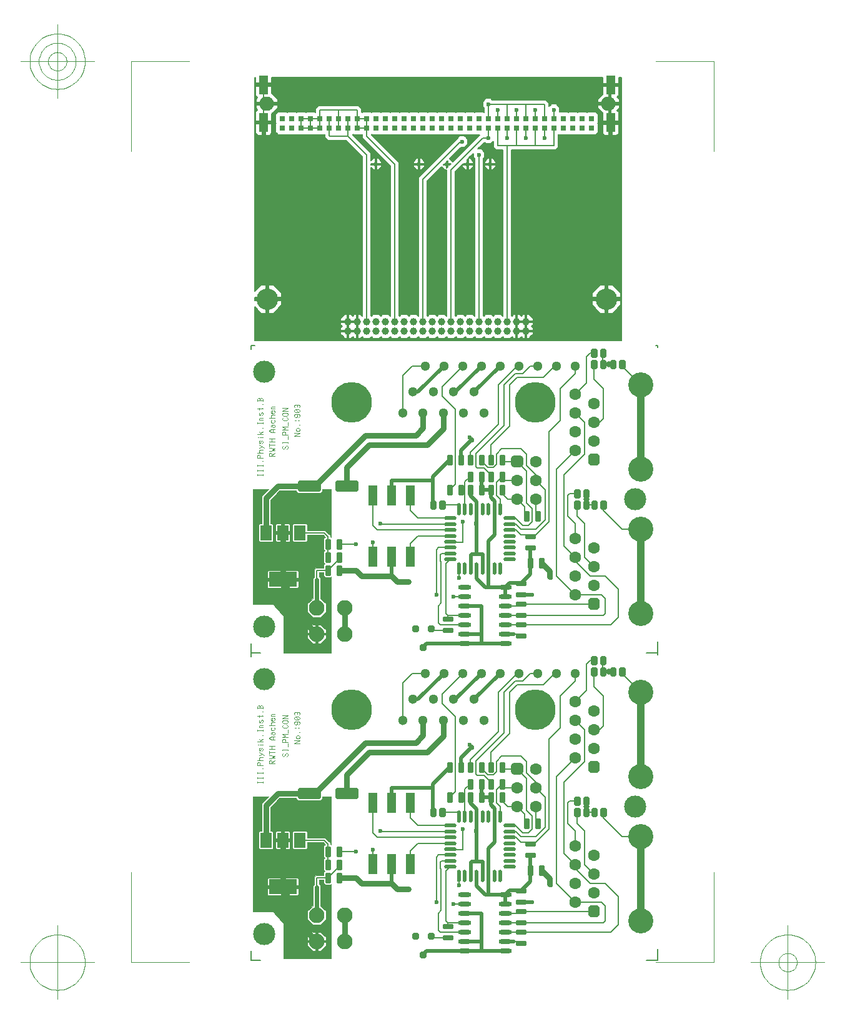
<source format=gbr>
G04 Generated by Ultiboard *
%FSLAX25Y25*%
%MOMM*%

%ADD10C,0.00100*%
%ADD11C,0.20000*%
%ADD12C,0.50000*%
%ADD13C,0.80000*%
%ADD14C,0.51661*%
%ADD15C,0.11111*%
%ADD16C,0.78740*%
%ADD17C,0.60000*%
%ADD18C,0.48260*%
%ADD19C,1.00000*%
%ADD20C,0.10000*%
%ADD21C,0.60000*%
%ADD22C,0.80000*%
%ADD23C,3.00000*%
%ADD24C,2.92100*%
%ADD25R,0.27534X1.05867*%
%ADD26C,0.42316*%
%ADD27R,1.30000X2.70000*%
%ADD28R,2.54000X0.93116*%
%ADD29C,0.59284*%
%ADD30C,1.60000*%
%ADD31R,0.60508X0.60508*%
%ADD32C,0.99492*%
%ADD33R,0.27508X0.67716*%
%ADD34C,1.30000*%
%ADD35C,5.50316*%
%ADD36O,1.77800X0.60960*%
%ADD37O,0.54000X1.70000*%
%ADD38O,1.70000X0.54000*%
%ADD39R,1.50000X2.00000*%
%ADD40R,3.80000X2.00000*%
%ADD41C,2.11684*%
%ADD42R,0.33833X0.31725*%
%ADD43R,1.05867X0.27534*%
%ADD44R,0.75342X0.75342*%
%ADD45C,0.84658*%
%ADD46C,3.38684*%
%ADD47R,0.80000X0.80000*%
%ADD48R,1.20000X2.50000*%
%ADD49C,1.95560*%
%ADD50C,1.00000*%


%LNCopper Top*%
%LPD*%
%FSLAX25Y25*%
%MOMM*%
G54D10*
X140350Y1748510D02*
X115910Y1748510D01*
X115910Y1748510D02*
X102490Y1735090D01*
X102490Y1735090D02*
X102490Y1600727D01*
X102490Y1600727D02*
X25450Y1600727D01*
X25450Y1600727D02*
X25450Y2220000D01*
X25450Y2220000D02*
X235077Y2220000D01*
X235077Y2220000D02*
X140350Y2125274D01*
X140350Y2125274D02*
X140350Y1748510D01*
G36*
X25450Y1735090D02*
X102490Y1735090D01*
X102490Y1600727D01*
X25450Y1600727D01*
X25450Y1735090D01*
G37*
X25450Y1735090D02*
X102490Y1735090D01*
X102490Y1735090D02*
X102490Y1600727D01*
X102490Y1600727D02*
X25450Y1600727D01*
X25450Y1600727D02*
X25450Y1735090D01*
G36*
X25450Y1735090D02*
X25450Y2220000D01*
X115910Y2220000D01*
X115910Y1748510D01*
X102490Y1735090D01*
X25450Y1735090D01*
G37*
X25450Y1735090D02*
X25450Y2220000D01*
X25450Y2220000D02*
X115910Y2220000D01*
X115910Y2220000D02*
X115910Y1748510D01*
X115910Y1748510D02*
X102490Y1735090D01*
X102490Y1735090D02*
X25450Y1735090D01*
G36*
X115910Y2125274D02*
X140350Y2125274D01*
X140350Y1748510D01*
X115910Y1748510D01*
X115910Y2125274D01*
G37*
X115910Y2125274D02*
X140350Y2125274D01*
X140350Y2125274D02*
X140350Y1748510D01*
X140350Y1748510D02*
X115910Y1748510D01*
X115910Y1748510D02*
X115910Y2125274D01*
G36*
X115910Y2125274D02*
X115910Y2220000D01*
X235077Y2220000D01*
X140350Y2125274D01*
X115910Y2125274D01*
G37*
X115910Y2125274D02*
X115910Y2220000D01*
X115910Y2220000D02*
X235077Y2220000D01*
X235077Y2220000D02*
X140350Y2125274D01*
X140350Y2125274D02*
X115910Y2125274D01*
X451522Y1735090D02*
X451522Y1646722D01*
X451522Y1646722D02*
X528310Y1646722D01*
X528310Y1646722D02*
X528310Y1735090D01*
X528310Y1735090D02*
X540000Y1735090D01*
X540000Y1735090D02*
X540000Y1600727D01*
X540000Y1600727D02*
X528310Y1600727D01*
X528310Y1600727D02*
X528310Y1604478D01*
X528310Y1604478D02*
X451522Y1604478D01*
X451522Y1604478D02*
X451522Y1600727D01*
X451522Y1600727D02*
X409278Y1600727D01*
X409278Y1600727D02*
X409278Y1604478D01*
X409278Y1604478D02*
X345910Y1604478D01*
X345910Y1604478D02*
X345910Y1646722D01*
X345910Y1646722D02*
X409278Y1646722D01*
X409278Y1646722D02*
X409278Y1735090D01*
X409278Y1735090D02*
X451522Y1735090D01*
G36*
X540000Y1646722D02*
X528310Y1646722D01*
X528310Y1735090D01*
X540000Y1735090D01*
X540000Y1646722D01*
G37*
X540000Y1646722D02*
X528310Y1646722D01*
X528310Y1646722D02*
X528310Y1735090D01*
X528310Y1735090D02*
X540000Y1735090D01*
X540000Y1735090D02*
X540000Y1646722D01*
G36*
X409278Y1604478D02*
X345910Y1604478D01*
X345910Y1646722D01*
X409278Y1646722D01*
X409278Y1604478D01*
G37*
X409278Y1604478D02*
X345910Y1604478D01*
X345910Y1604478D02*
X345910Y1646722D01*
X345910Y1646722D02*
X409278Y1646722D01*
X409278Y1646722D02*
X409278Y1604478D01*
G36*
X409278Y1735090D02*
X451522Y1735090D01*
X451522Y1600727D01*
X409278Y1600727D01*
X409278Y1735090D01*
G37*
X409278Y1735090D02*
X451522Y1735090D01*
X451522Y1735090D02*
X451522Y1600727D01*
X451522Y1600727D02*
X409278Y1600727D01*
X409278Y1600727D02*
X409278Y1735090D01*
G36*
X528310Y1646722D02*
X528310Y1604478D01*
X451522Y1604478D01*
X451522Y1646722D01*
X528310Y1646722D01*
G37*
X528310Y1646722D02*
X528310Y1604478D01*
X528310Y1604478D02*
X451522Y1604478D01*
X451522Y1604478D02*
X451522Y1646722D01*
X451522Y1646722D02*
X528310Y1646722D01*
G36*
X528310Y1646722D02*
X540000Y1646722D01*
X540000Y1600727D01*
X528310Y1600727D01*
X528310Y1646722D01*
G37*
X528310Y1646722D02*
X540000Y1646722D01*
X540000Y1646722D02*
X540000Y1600727D01*
X540000Y1600727D02*
X528310Y1600727D01*
X528310Y1600727D02*
X528310Y1646722D01*
X332490Y1600727D02*
X332490Y1516110D01*
X332490Y1516110D02*
X345910Y1502690D01*
X345910Y1502690D02*
X409278Y1502690D01*
X409278Y1502690D02*
X409278Y1600727D01*
X409278Y1600727D02*
X451522Y1600727D01*
X451522Y1600727D02*
X451522Y1502690D01*
X451522Y1502690D02*
X514890Y1502690D01*
X514890Y1502690D02*
X528310Y1516110D01*
X528310Y1516110D02*
X528310Y1600727D01*
X528310Y1600727D02*
X540000Y1600727D01*
X540000Y1600727D02*
X540000Y1115650D01*
X540000Y1115650D02*
X450450Y1115650D01*
X450450Y1115650D02*
X450450Y1110000D01*
X450450Y1110000D02*
X410350Y1110000D01*
X410350Y1110000D02*
X410350Y1115650D01*
X410350Y1115650D02*
X232095Y1115650D01*
X232095Y1115650D02*
X226445Y1110000D01*
X226445Y1110000D02*
X25450Y1110000D01*
X25450Y1110000D02*
X25450Y1600727D01*
X25450Y1600727D02*
X102490Y1600727D01*
X102490Y1600727D02*
X102490Y1516110D01*
X102490Y1516110D02*
X115910Y1502690D01*
X115910Y1502690D02*
X284890Y1502690D01*
X284890Y1502690D02*
X298310Y1516110D01*
X298310Y1516110D02*
X298310Y1600727D01*
X298310Y1600727D02*
X332490Y1600727D01*
G36*
X345910Y1115650D02*
X332490Y1115650D01*
X332490Y1516110D01*
X345910Y1502690D01*
X345910Y1115650D01*
G37*
X345910Y1115650D02*
X332490Y1115650D01*
X332490Y1115650D02*
X332490Y1516110D01*
X332490Y1516110D02*
X345910Y1502690D01*
X345910Y1502690D02*
X345910Y1115650D01*
G36*
X409278Y1502690D02*
X409278Y1600727D01*
X451522Y1600727D01*
X451522Y1502690D01*
X409278Y1502690D01*
G37*
X409278Y1502690D02*
X409278Y1600727D01*
X409278Y1600727D02*
X451522Y1600727D01*
X451522Y1600727D02*
X451522Y1502690D01*
X451522Y1502690D02*
X409278Y1502690D01*
G36*
X102490Y1110000D02*
X25450Y1110000D01*
X25450Y1600727D01*
X102490Y1600727D01*
X102490Y1110000D01*
G37*
X102490Y1110000D02*
X25450Y1110000D01*
X25450Y1110000D02*
X25450Y1600727D01*
X25450Y1600727D02*
X102490Y1600727D01*
X102490Y1600727D02*
X102490Y1110000D01*
G36*
X284890Y1115650D02*
X232095Y1115650D01*
X232095Y1502690D01*
X284890Y1502690D01*
X284890Y1115650D01*
G37*
X284890Y1115650D02*
X232095Y1115650D01*
X232095Y1115650D02*
X232095Y1502690D01*
X232095Y1502690D02*
X284890Y1502690D01*
X284890Y1502690D02*
X284890Y1115650D01*
G36*
X540000Y1516110D02*
X528310Y1516110D01*
X528310Y1600727D01*
X540000Y1600727D01*
X540000Y1516110D01*
G37*
X540000Y1516110D02*
X528310Y1516110D01*
X528310Y1516110D02*
X528310Y1600727D01*
X528310Y1600727D02*
X540000Y1600727D01*
X540000Y1600727D02*
X540000Y1516110D01*
G36*
X540000Y1516110D02*
X540000Y1502690D01*
X514890Y1502690D01*
X528310Y1516110D01*
X540000Y1516110D01*
G37*
X540000Y1516110D02*
X540000Y1502690D01*
X540000Y1502690D02*
X514890Y1502690D01*
X514890Y1502690D02*
X528310Y1516110D01*
X528310Y1516110D02*
X540000Y1516110D01*
G36*
X450450Y1115650D02*
X450450Y1110000D01*
X410350Y1110000D01*
X410350Y1115650D01*
X450450Y1115650D01*
G37*
X450450Y1115650D02*
X450450Y1110000D01*
X450450Y1110000D02*
X410350Y1110000D01*
X410350Y1110000D02*
X410350Y1115650D01*
X410350Y1115650D02*
X450450Y1115650D01*
G36*
X345910Y1115650D02*
X345910Y1502690D01*
X540000Y1502690D01*
X540000Y1115650D01*
X345910Y1115650D01*
G37*
X345910Y1115650D02*
X345910Y1502690D01*
X345910Y1502690D02*
X540000Y1502690D01*
X540000Y1502690D02*
X540000Y1115650D01*
X540000Y1115650D02*
X345910Y1115650D01*
G36*
X115910Y1110000D02*
X115910Y1502690D01*
X232095Y1502690D01*
X232095Y1115650D01*
X226445Y1110000D01*
X115910Y1110000D01*
G37*
X115910Y1110000D02*
X115910Y1502690D01*
X115910Y1502690D02*
X232095Y1502690D01*
X232095Y1502690D02*
X232095Y1115650D01*
X232095Y1115650D02*
X226445Y1110000D01*
X226445Y1110000D02*
X115910Y1110000D01*
G36*
X115910Y1110000D02*
X102490Y1110000D01*
X102490Y1516110D01*
X115910Y1502690D01*
X115910Y1110000D01*
G37*
X115910Y1110000D02*
X102490Y1110000D01*
X102490Y1110000D02*
X102490Y1516110D01*
X102490Y1516110D02*
X115910Y1502690D01*
X115910Y1502690D02*
X115910Y1110000D01*
G36*
X332490Y1516110D02*
X298310Y1516110D01*
X298310Y1600727D01*
X332490Y1600727D01*
X332490Y1516110D01*
G37*
X332490Y1516110D02*
X298310Y1516110D01*
X298310Y1516110D02*
X298310Y1600727D01*
X298310Y1600727D02*
X332490Y1600727D01*
X332490Y1600727D02*
X332490Y1516110D01*
G36*
X332490Y1516110D02*
X332490Y1115650D01*
X284890Y1115650D01*
X284890Y1502690D01*
X298310Y1516110D01*
X332490Y1516110D01*
G37*
X332490Y1516110D02*
X332490Y1115650D01*
X332490Y1115650D02*
X284890Y1115650D01*
X284890Y1115650D02*
X284890Y1502690D01*
X284890Y1502690D02*
X298310Y1516110D01*
X298310Y1516110D02*
X332490Y1516110D01*
X345910Y1748510D02*
X332490Y1735090D01*
X332490Y1735090D02*
X332490Y1646722D01*
X332490Y1646722D02*
X345910Y1646722D01*
X345910Y1646722D02*
X345910Y1604478D01*
X345910Y1604478D02*
X332490Y1604478D01*
X332490Y1604478D02*
X332490Y1600727D01*
X332490Y1600727D02*
X298310Y1600727D01*
X298310Y1600727D02*
X298310Y1735090D01*
X298310Y1735090D02*
X284890Y1748510D01*
X284890Y1748510D02*
X260450Y1748510D01*
X260450Y1748510D02*
X260450Y2075527D01*
X260450Y2075527D02*
X345910Y2160987D01*
X345910Y2160987D02*
X345910Y1748510D01*
G36*
X332490Y1646722D02*
X345910Y1646722D01*
X345910Y1604478D01*
X332490Y1604478D01*
X332490Y1646722D01*
G37*
X332490Y1646722D02*
X345910Y1646722D01*
X345910Y1646722D02*
X345910Y1604478D01*
X345910Y1604478D02*
X332490Y1604478D01*
X332490Y1604478D02*
X332490Y1646722D01*
G36*
X332490Y1600727D02*
X298310Y1600727D01*
X298310Y1735090D01*
X332490Y1735090D01*
X332490Y1600727D01*
G37*
X332490Y1600727D02*
X298310Y1600727D01*
X298310Y1600727D02*
X298310Y1735090D01*
X298310Y1735090D02*
X332490Y1735090D01*
X332490Y1735090D02*
X332490Y1600727D01*
G36*
X284890Y2099966D02*
X284890Y1748510D01*
X260450Y1748510D01*
X260450Y2075527D01*
X284890Y2099966D01*
G37*
X284890Y2099966D02*
X284890Y1748510D01*
X284890Y1748510D02*
X260450Y1748510D01*
X260450Y1748510D02*
X260450Y2075527D01*
X260450Y2075527D02*
X284890Y2099966D01*
G36*
X284890Y2099966D02*
X345910Y2160987D01*
X345910Y1748510D01*
X332490Y1735090D01*
X298310Y1735090D01*
X284890Y1748510D01*
X284890Y2099966D01*
G37*
X284890Y2099966D02*
X345910Y2160987D01*
X345910Y2160987D02*
X345910Y1748510D01*
X345910Y1748510D02*
X332490Y1735090D01*
X332490Y1735090D02*
X298310Y1735090D01*
X298310Y1735090D02*
X284890Y1748510D01*
X284890Y1748510D02*
X284890Y2099966D01*
X758310Y1655650D02*
X758310Y1735090D01*
X758310Y1735090D02*
X744890Y1748510D01*
X744890Y1748510D02*
X575910Y1748510D01*
X575910Y1748510D02*
X562490Y1735090D01*
X562490Y1735090D02*
X562490Y1562353D01*
X562490Y1562353D02*
X540000Y1562353D01*
X540000Y1562353D02*
X540000Y2199950D01*
X540000Y2199950D02*
X607848Y2199950D01*
X607848Y2199950D02*
X607848Y2192274D01*
X607848Y2192274D02*
X638632Y2161490D01*
X638632Y2161490D02*
X936168Y2161490D01*
X936168Y2161490D02*
X966952Y2192274D01*
X966952Y2192274D02*
X966952Y2220000D01*
X966952Y2220000D02*
X1003047Y2220000D01*
X1003047Y2220000D02*
X1003047Y1655650D01*
X1003047Y1655650D02*
X758310Y1655650D01*
G36*
X744890Y2161490D02*
X758310Y2161490D01*
X758310Y1735090D01*
X744890Y1748510D01*
X744890Y2161490D01*
G37*
X744890Y2161490D02*
X758310Y2161490D01*
X758310Y2161490D02*
X758310Y1735090D01*
X758310Y1735090D02*
X744890Y1748510D01*
X744890Y1748510D02*
X744890Y2161490D01*
G36*
X936168Y1655650D02*
X758310Y1655650D01*
X758310Y2161490D01*
X936168Y2161490D01*
X936168Y1655650D01*
G37*
X936168Y1655650D02*
X758310Y1655650D01*
X758310Y1655650D02*
X758310Y2161490D01*
X758310Y2161490D02*
X936168Y2161490D01*
X936168Y2161490D02*
X936168Y1655650D01*
G36*
X1003047Y2192274D02*
X966952Y2192274D01*
X966952Y2220000D01*
X1003047Y2220000D01*
X1003047Y2192274D01*
G37*
X1003047Y2192274D02*
X966952Y2192274D01*
X966952Y2192274D02*
X966952Y2220000D01*
X966952Y2220000D02*
X1003047Y2220000D01*
X1003047Y2220000D02*
X1003047Y2192274D01*
G36*
X1003047Y2192274D02*
X1003047Y1655650D01*
X936168Y1655650D01*
X936168Y2161490D01*
X966952Y2192274D01*
X1003047Y2192274D01*
G37*
X1003047Y2192274D02*
X1003047Y1655650D01*
X1003047Y1655650D02*
X936168Y1655650D01*
X936168Y1655650D02*
X936168Y2161490D01*
X936168Y2161490D02*
X966952Y2192274D01*
X966952Y2192274D02*
X1003047Y2192274D01*
G36*
X540000Y1735090D02*
X562490Y1735090D01*
X562490Y1562353D01*
X540000Y1562353D01*
X540000Y1735090D01*
G37*
X540000Y1735090D02*
X562490Y1735090D01*
X562490Y1735090D02*
X562490Y1562353D01*
X562490Y1562353D02*
X540000Y1562353D01*
X540000Y1562353D02*
X540000Y1735090D01*
G36*
X540000Y1735090D02*
X540000Y2199950D01*
X575910Y2199950D01*
X575910Y1748510D01*
X562490Y1735090D01*
X540000Y1735090D01*
G37*
X540000Y1735090D02*
X540000Y2199950D01*
X540000Y2199950D02*
X575910Y2199950D01*
X575910Y2199950D02*
X575910Y1748510D01*
X575910Y1748510D02*
X562490Y1735090D01*
X562490Y1735090D02*
X540000Y1735090D01*
G36*
X607848Y1748510D02*
X575910Y1748510D01*
X575910Y2199950D01*
X607848Y2199950D01*
X607848Y1748510D01*
G37*
X607848Y1748510D02*
X575910Y1748510D01*
X575910Y1748510D02*
X575910Y2199950D01*
X575910Y2199950D02*
X607848Y2199950D01*
X607848Y2199950D02*
X607848Y1748510D01*
G36*
X638632Y1748510D02*
X638632Y2161490D01*
X744890Y2161490D01*
X744890Y1748510D01*
X638632Y1748510D01*
G37*
X638632Y1748510D02*
X638632Y2161490D01*
X638632Y2161490D02*
X744890Y2161490D01*
X744890Y2161490D02*
X744890Y1748510D01*
X744890Y1748510D02*
X638632Y1748510D01*
G36*
X638632Y1748510D02*
X607848Y1748510D01*
X607848Y2192274D01*
X638632Y2161490D01*
X638632Y1748510D01*
G37*
X638632Y1748510D02*
X607848Y1748510D01*
X607848Y1748510D02*
X607848Y2192274D01*
X607848Y2192274D02*
X638632Y2161490D01*
X638632Y2161490D02*
X638632Y1748510D01*
X1080000Y1563622D02*
X1073420Y1570202D01*
X1073420Y1570202D02*
X1071450Y1570202D01*
X1071450Y1570202D02*
X1071450Y1587247D01*
X1071450Y1587247D02*
X1003047Y1655650D01*
X1003047Y1655650D02*
X1003047Y2220000D01*
X1003047Y2220000D02*
X1080000Y2220000D01*
X1080000Y2220000D02*
X1080000Y1563622D01*
G36*
X1073420Y2220000D02*
X1080000Y2220000D01*
X1080000Y1563622D01*
X1073420Y1570202D01*
X1073420Y2220000D01*
G37*
X1073420Y2220000D02*
X1080000Y2220000D01*
X1080000Y2220000D02*
X1080000Y1563622D01*
X1080000Y1563622D02*
X1073420Y1570202D01*
X1073420Y1570202D02*
X1073420Y2220000D01*
G36*
X1071450Y2220000D02*
X1071450Y1587247D01*
X1003047Y1655650D01*
X1003047Y2220000D01*
X1071450Y2220000D01*
G37*
X1071450Y2220000D02*
X1071450Y1587247D01*
X1071450Y1587247D02*
X1003047Y1655650D01*
X1003047Y1655650D02*
X1003047Y2220000D01*
X1003047Y2220000D02*
X1071450Y2220000D01*
G36*
X1071450Y2220000D02*
X1073420Y2220000D01*
X1073420Y1570202D01*
X1071450Y1570202D01*
X1071450Y2220000D01*
G37*
X1071450Y2220000D02*
X1073420Y2220000D01*
X1073420Y2220000D02*
X1073420Y1570202D01*
X1073420Y1570202D02*
X1071450Y1570202D01*
X1071450Y1570202D02*
X1071450Y2220000D01*
X758310Y1562353D02*
X758310Y1595550D01*
X758310Y1595550D02*
X978153Y1595550D01*
X978153Y1595550D02*
X1003047Y1570656D01*
X1003047Y1570656D02*
X1003047Y1563869D01*
X1003047Y1563869D02*
X1001531Y1562353D01*
X1001531Y1562353D02*
X758310Y1562353D01*
G36*
X758310Y1562353D02*
X758310Y1595550D01*
X978153Y1595550D01*
X1003047Y1570656D01*
X1003047Y1563869D01*
X1001531Y1562353D01*
X758310Y1562353D01*
G37*
X758310Y1562353D02*
X758310Y1595550D01*
X758310Y1595550D02*
X978153Y1595550D01*
X978153Y1595550D02*
X1003047Y1570656D01*
X1003047Y1570656D02*
X1003047Y1563869D01*
X1003047Y1563869D02*
X1001531Y1562353D01*
X1001531Y1562353D02*
X758310Y1562353D01*
X562490Y1562353D02*
X562490Y1516110D01*
X562490Y1516110D02*
X575910Y1502690D01*
X575910Y1502690D02*
X744890Y1502690D01*
X744890Y1502690D02*
X758310Y1516110D01*
X758310Y1516110D02*
X758310Y1562353D01*
X758310Y1562353D02*
X1001531Y1562353D01*
X1001531Y1562353D02*
X983565Y1544387D01*
X983565Y1544387D02*
X983565Y1402013D01*
X983565Y1402013D02*
X1001278Y1384300D01*
X1001278Y1384300D02*
X983565Y1366587D01*
X983565Y1366587D02*
X983565Y1224213D01*
X983565Y1224213D02*
X1001278Y1206500D01*
X1001278Y1206500D02*
X983565Y1188787D01*
X983565Y1188787D02*
X983565Y1147650D01*
X983565Y1147650D02*
X876553Y1147650D01*
X876553Y1147650D02*
X858950Y1130047D01*
X858950Y1130047D02*
X858950Y1110000D01*
X858950Y1110000D02*
X634355Y1110000D01*
X634355Y1110000D02*
X628705Y1115650D01*
X628705Y1115650D02*
X540000Y1115650D01*
X540000Y1115650D02*
X540000Y1562353D01*
X540000Y1562353D02*
X562490Y1562353D01*
G36*
X562490Y1115650D02*
X540000Y1115650D01*
X540000Y1562353D01*
X562490Y1562353D01*
X562490Y1115650D01*
G37*
X562490Y1115650D02*
X540000Y1115650D01*
X540000Y1115650D02*
X540000Y1562353D01*
X540000Y1562353D02*
X562490Y1562353D01*
X562490Y1562353D02*
X562490Y1115650D01*
G36*
X575910Y1115650D02*
X562490Y1115650D01*
X562490Y1516110D01*
X575910Y1502690D01*
X575910Y1115650D01*
G37*
X575910Y1115650D02*
X562490Y1115650D01*
X562490Y1115650D02*
X562490Y1516110D01*
X562490Y1516110D02*
X575910Y1502690D01*
X575910Y1502690D02*
X575910Y1115650D01*
G36*
X628705Y1502690D02*
X628705Y1115650D01*
X575910Y1115650D01*
X575910Y1502690D01*
X628705Y1502690D01*
G37*
X628705Y1502690D02*
X628705Y1115650D01*
X628705Y1115650D02*
X575910Y1115650D01*
X575910Y1115650D02*
X575910Y1502690D01*
X575910Y1502690D02*
X628705Y1502690D01*
G36*
X628705Y1502690D02*
X744890Y1502690D01*
X744890Y1110000D01*
X634355Y1110000D01*
X628705Y1115650D01*
X628705Y1502690D01*
G37*
X628705Y1502690D02*
X744890Y1502690D01*
X744890Y1502690D02*
X744890Y1110000D01*
X744890Y1110000D02*
X634355Y1110000D01*
X634355Y1110000D02*
X628705Y1115650D01*
X628705Y1115650D02*
X628705Y1502690D01*
G36*
X758310Y1544387D02*
X983565Y1544387D01*
X983565Y1516110D01*
X758310Y1516110D01*
X758310Y1544387D01*
G37*
X758310Y1544387D02*
X983565Y1544387D01*
X983565Y1544387D02*
X983565Y1516110D01*
X983565Y1516110D02*
X758310Y1516110D01*
X758310Y1516110D02*
X758310Y1544387D01*
G36*
X758310Y1544387D02*
X758310Y1562353D01*
X1001531Y1562353D01*
X983565Y1544387D01*
X758310Y1544387D01*
G37*
X758310Y1544387D02*
X758310Y1562353D01*
X758310Y1562353D02*
X1001531Y1562353D01*
X1001531Y1562353D02*
X983565Y1544387D01*
X983565Y1544387D02*
X758310Y1544387D01*
G36*
X983565Y1402013D02*
X1001278Y1384300D01*
X983565Y1366587D01*
X983565Y1402013D01*
G37*
X983565Y1402013D02*
X1001278Y1384300D01*
X1001278Y1384300D02*
X983565Y1366587D01*
X983565Y1366587D02*
X983565Y1402013D01*
G36*
X983565Y1224213D02*
X1001278Y1206500D01*
X983565Y1188787D01*
X983565Y1224213D01*
G37*
X983565Y1224213D02*
X1001278Y1206500D01*
X1001278Y1206500D02*
X983565Y1188787D01*
X983565Y1188787D02*
X983565Y1224213D01*
G36*
X876553Y1516110D02*
X983565Y1516110D01*
X983565Y1147650D01*
X876553Y1147650D01*
X876553Y1516110D01*
G37*
X876553Y1516110D02*
X983565Y1516110D01*
X983565Y1516110D02*
X983565Y1147650D01*
X983565Y1147650D02*
X876553Y1147650D01*
X876553Y1147650D02*
X876553Y1516110D01*
G36*
X744890Y1130047D02*
X858950Y1130047D01*
X858950Y1110000D01*
X744890Y1110000D01*
X744890Y1130047D01*
G37*
X744890Y1130047D02*
X858950Y1130047D01*
X858950Y1130047D02*
X858950Y1110000D01*
X858950Y1110000D02*
X744890Y1110000D01*
X744890Y1110000D02*
X744890Y1130047D01*
G36*
X744890Y1130047D02*
X744890Y1502690D01*
X758310Y1516110D01*
X876553Y1516110D01*
X876553Y1147650D01*
X858950Y1130047D01*
X744890Y1130047D01*
G37*
X744890Y1130047D02*
X744890Y1502690D01*
X744890Y1502690D02*
X758310Y1516110D01*
X758310Y1516110D02*
X876553Y1516110D01*
X876553Y1516110D02*
X876553Y1147650D01*
X876553Y1147650D02*
X858950Y1130047D01*
X858950Y1130047D02*
X744890Y1130047D01*
X835669Y382752D02*
X760248Y307331D01*
X760248Y307331D02*
X760248Y267333D01*
X760248Y267333D02*
X835669Y267333D01*
X835669Y267333D02*
X835669Y240667D01*
X835669Y240667D02*
X760248Y240667D01*
X760248Y240667D02*
X760248Y200669D01*
X760248Y200669D02*
X540000Y200669D01*
X540000Y200669D02*
X540000Y655731D01*
X540000Y655731D02*
X760248Y655731D01*
X760248Y655731D02*
X760248Y556269D01*
X760248Y556269D02*
X835669Y480848D01*
X835669Y480848D02*
X835669Y382752D01*
G36*
X760248Y267333D02*
X835669Y267333D01*
X835669Y240667D01*
X760248Y240667D01*
X760248Y267333D01*
G37*
X760248Y267333D02*
X835669Y267333D01*
X835669Y267333D02*
X835669Y240667D01*
X835669Y240667D02*
X760248Y240667D01*
X760248Y240667D02*
X760248Y267333D01*
G36*
X760248Y200669D02*
X540000Y200669D01*
X540000Y307331D01*
X760248Y307331D01*
X760248Y200669D01*
G37*
X760248Y200669D02*
X540000Y200669D01*
X540000Y200669D02*
X540000Y307331D01*
X540000Y307331D02*
X760248Y307331D01*
X760248Y307331D02*
X760248Y200669D01*
G36*
X760248Y556269D02*
X835669Y480848D01*
X835669Y382752D01*
X760248Y307331D01*
X760248Y556269D01*
G37*
X760248Y556269D02*
X835669Y480848D01*
X835669Y480848D02*
X835669Y382752D01*
X835669Y382752D02*
X760248Y307331D01*
X760248Y307331D02*
X760248Y556269D01*
G36*
X760248Y307331D02*
X540000Y307331D01*
X540000Y655731D01*
X760248Y655731D01*
X760248Y307331D01*
G37*
X760248Y307331D02*
X540000Y307331D01*
X540000Y307331D02*
X540000Y655731D01*
X540000Y655731D02*
X760248Y655731D01*
X760248Y655731D02*
X760248Y307331D01*
X760248Y200669D02*
X835669Y125248D01*
X835669Y125248D02*
X875667Y125248D01*
X875667Y125248D02*
X875667Y200669D01*
X875667Y200669D02*
X902333Y200669D01*
X902333Y200669D02*
X902333Y125248D01*
X902333Y125248D02*
X942331Y125248D01*
X942331Y125248D02*
X1017752Y200669D01*
X1017752Y200669D02*
X1080000Y200669D01*
X1080000Y200669D02*
X1080000Y25450D01*
X1080000Y25450D02*
X540000Y25450D01*
X540000Y25450D02*
X540000Y200669D01*
X540000Y200669D02*
X760248Y200669D01*
G36*
X835669Y25450D02*
X540000Y25450D01*
X540000Y200669D01*
X760248Y200669D01*
X835669Y125248D01*
X835669Y25450D01*
G37*
X835669Y25450D02*
X540000Y25450D01*
X540000Y25450D02*
X540000Y200669D01*
X540000Y200669D02*
X760248Y200669D01*
X760248Y200669D02*
X835669Y125248D01*
X835669Y125248D02*
X835669Y25450D01*
G36*
X875667Y125248D02*
X875667Y200669D01*
X902333Y200669D01*
X902333Y125248D01*
X875667Y125248D01*
G37*
X875667Y125248D02*
X875667Y200669D01*
X875667Y200669D02*
X902333Y200669D01*
X902333Y200669D02*
X902333Y125248D01*
X902333Y125248D02*
X875667Y125248D01*
G36*
X1080000Y125248D02*
X942331Y125248D01*
X1017752Y200669D01*
X1080000Y200669D01*
X1080000Y125248D01*
G37*
X1080000Y125248D02*
X942331Y125248D01*
X942331Y125248D02*
X1017752Y200669D01*
X1017752Y200669D02*
X1080000Y200669D01*
X1080000Y200669D02*
X1080000Y125248D01*
G36*
X1080000Y125248D02*
X1080000Y25450D01*
X835669Y25450D01*
X835669Y125248D01*
X1080000Y125248D01*
G37*
X1080000Y125248D02*
X1080000Y25450D01*
X1080000Y25450D02*
X835669Y25450D01*
X835669Y25450D02*
X835669Y125248D01*
X835669Y125248D02*
X1080000Y125248D01*
X540000Y1015650D02*
X640450Y1015650D01*
X640450Y1015650D02*
X640450Y1103905D01*
X640450Y1103905D02*
X634355Y1110000D01*
X634355Y1110000D02*
X858950Y1110000D01*
X858950Y1110000D02*
X858950Y1031331D01*
X858950Y1031331D02*
X838950Y1011331D01*
X838950Y1011331D02*
X838950Y738352D01*
X838950Y738352D02*
X835669Y738352D01*
X835669Y738352D02*
X760248Y662931D01*
X760248Y662931D02*
X760248Y655731D01*
X760248Y655731D02*
X540000Y655731D01*
X540000Y655731D02*
X540000Y875550D01*
X540000Y875550D02*
X628705Y875550D01*
X628705Y875550D02*
X640450Y887295D01*
X640450Y887295D02*
X640450Y975550D01*
X640450Y975550D02*
X540000Y975550D01*
X540000Y975550D02*
X540000Y1015650D01*
G36*
X640450Y1110000D02*
X640450Y1103905D01*
X634355Y1110000D01*
X640450Y1110000D01*
G37*
X640450Y1110000D02*
X640450Y1103905D01*
X640450Y1103905D02*
X634355Y1110000D01*
X634355Y1110000D02*
X640450Y1110000D01*
G36*
X640450Y1110000D02*
X858950Y1110000D01*
X858950Y1031331D01*
X843269Y1015650D01*
X640450Y1015650D01*
X640450Y1110000D01*
G37*
X640450Y1110000D02*
X858950Y1110000D01*
X858950Y1110000D02*
X858950Y1031331D01*
X858950Y1031331D02*
X843269Y1015650D01*
X843269Y1015650D02*
X640450Y1015650D01*
X640450Y1015650D02*
X640450Y1110000D01*
G36*
X540000Y1011331D02*
X540000Y1015650D01*
X843269Y1015650D01*
X838950Y1011331D01*
X540000Y1011331D01*
G37*
X540000Y1011331D02*
X540000Y1015650D01*
X540000Y1015650D02*
X843269Y1015650D01*
X843269Y1015650D02*
X838950Y1011331D01*
X838950Y1011331D02*
X540000Y1011331D01*
G36*
X835669Y1011331D02*
X838950Y1011331D01*
X838950Y738352D01*
X835669Y738352D01*
X835669Y1011331D01*
G37*
X835669Y1011331D02*
X838950Y1011331D01*
X838950Y1011331D02*
X838950Y738352D01*
X838950Y738352D02*
X835669Y738352D01*
X835669Y738352D02*
X835669Y1011331D01*
G36*
X540000Y662931D02*
X760248Y662931D01*
X760248Y655731D01*
X540000Y655731D01*
X540000Y662931D01*
G37*
X540000Y662931D02*
X760248Y662931D01*
X760248Y662931D02*
X760248Y655731D01*
X760248Y655731D02*
X540000Y655731D01*
X540000Y655731D02*
X540000Y662931D01*
G36*
X628705Y662931D02*
X540000Y662931D01*
X540000Y875550D01*
X628705Y875550D01*
X628705Y662931D01*
G37*
X628705Y662931D02*
X540000Y662931D01*
X540000Y662931D02*
X540000Y875550D01*
X540000Y875550D02*
X628705Y875550D01*
X628705Y875550D02*
X628705Y662931D01*
G36*
X835669Y887295D02*
X835669Y738352D01*
X760248Y662931D01*
X628705Y662931D01*
X628705Y875550D01*
X640450Y887295D01*
X835669Y887295D01*
G37*
X835669Y887295D02*
X835669Y738352D01*
X835669Y738352D02*
X760248Y662931D01*
X760248Y662931D02*
X628705Y662931D01*
X628705Y662931D02*
X628705Y875550D01*
X628705Y875550D02*
X640450Y887295D01*
X640450Y887295D02*
X835669Y887295D01*
G36*
X640450Y1011331D02*
X640450Y975550D01*
X540000Y975550D01*
X540000Y1011331D01*
X640450Y1011331D01*
G37*
X640450Y1011331D02*
X640450Y975550D01*
X640450Y975550D02*
X540000Y975550D01*
X540000Y975550D02*
X540000Y1011331D01*
X540000Y1011331D02*
X640450Y1011331D01*
G36*
X640450Y1011331D02*
X835669Y1011331D01*
X835669Y887295D01*
X640450Y887295D01*
X640450Y1011331D01*
G37*
X640450Y1011331D02*
X835669Y1011331D01*
X835669Y1011331D02*
X835669Y887295D01*
X835669Y887295D02*
X640450Y887295D01*
X640450Y887295D02*
X640450Y1011331D01*
X226445Y1110000D02*
X220350Y1103905D01*
X220350Y1103905D02*
X220350Y1015650D01*
X220350Y1015650D02*
X232095Y1015650D01*
X232095Y1015650D02*
X232095Y975550D01*
X232095Y975550D02*
X220350Y975550D01*
X220350Y975550D02*
X220350Y887295D01*
X220350Y887295D02*
X232095Y875550D01*
X232095Y875550D02*
X232095Y660000D01*
X232095Y660000D02*
X25450Y660000D01*
X25450Y660000D02*
X25450Y1110000D01*
X25450Y1110000D02*
X226445Y1110000D01*
G36*
X25450Y1103905D02*
X25450Y1110000D01*
X226445Y1110000D01*
X220350Y1103905D01*
X25450Y1103905D01*
G37*
X25450Y1103905D02*
X25450Y1110000D01*
X25450Y1110000D02*
X226445Y1110000D01*
X226445Y1110000D02*
X220350Y1103905D01*
X220350Y1103905D02*
X25450Y1103905D01*
G36*
X220350Y1015650D02*
X232095Y1015650D01*
X232095Y975550D01*
X220350Y975550D01*
X220350Y1015650D01*
G37*
X220350Y1015650D02*
X232095Y1015650D01*
X232095Y1015650D02*
X232095Y975550D01*
X232095Y975550D02*
X220350Y975550D01*
X220350Y975550D02*
X220350Y1015650D01*
G36*
X220350Y660000D02*
X220350Y887295D01*
X232095Y875550D01*
X232095Y660000D01*
X220350Y660000D01*
G37*
X220350Y660000D02*
X220350Y887295D01*
X220350Y887295D02*
X232095Y875550D01*
X232095Y875550D02*
X232095Y660000D01*
X232095Y660000D02*
X220350Y660000D01*
G36*
X220350Y660000D02*
X25450Y660000D01*
X25450Y1103905D01*
X220350Y1103905D01*
X220350Y660000D01*
G37*
X220350Y660000D02*
X25450Y660000D01*
X25450Y660000D02*
X25450Y1103905D01*
X25450Y1103905D02*
X220350Y1103905D01*
X220350Y1103905D02*
X220350Y660000D01*
X450450Y1110000D02*
X450450Y1015650D01*
X450450Y1015650D02*
X540000Y1015650D01*
X540000Y1015650D02*
X540000Y975550D01*
X540000Y975550D02*
X450450Y975550D01*
X450450Y975550D02*
X450450Y875550D01*
X450450Y875550D02*
X540000Y875550D01*
X540000Y875550D02*
X540000Y25450D01*
X540000Y25450D02*
X440000Y25450D01*
X440000Y25450D02*
X440000Y500000D01*
X440000Y500000D02*
X300000Y660000D01*
X300000Y660000D02*
X232095Y660000D01*
X232095Y660000D02*
X232095Y875550D01*
X232095Y875550D02*
X410350Y875550D01*
X410350Y875550D02*
X410350Y975550D01*
X410350Y975550D02*
X232095Y975550D01*
X232095Y975550D02*
X232095Y1015650D01*
X232095Y1015650D02*
X410350Y1015650D01*
X410350Y1015650D02*
X410350Y1110000D01*
X410350Y1110000D02*
X450450Y1110000D01*
G36*
X450450Y1015650D02*
X540000Y1015650D01*
X540000Y975550D01*
X450450Y975550D01*
X450450Y1015650D01*
G37*
X450450Y1015650D02*
X540000Y1015650D01*
X540000Y1015650D02*
X540000Y975550D01*
X540000Y975550D02*
X450450Y975550D01*
X450450Y975550D02*
X450450Y1015650D01*
G36*
X450450Y25450D02*
X450450Y875550D01*
X540000Y875550D01*
X540000Y25450D01*
X450450Y25450D01*
G37*
X450450Y25450D02*
X450450Y875550D01*
X450450Y875550D02*
X540000Y875550D01*
X540000Y875550D02*
X540000Y25450D01*
X540000Y25450D02*
X450450Y25450D01*
G36*
X440000Y1110000D02*
X450450Y1110000D01*
X450450Y25450D01*
X440000Y25450D01*
X440000Y1110000D01*
G37*
X440000Y1110000D02*
X450450Y1110000D01*
X450450Y1110000D02*
X450450Y25450D01*
X450450Y25450D02*
X440000Y25450D01*
X440000Y25450D02*
X440000Y1110000D01*
G36*
X300000Y875550D02*
X300000Y660000D01*
X232095Y660000D01*
X232095Y875550D01*
X300000Y875550D01*
G37*
X300000Y875550D02*
X300000Y660000D01*
X300000Y660000D02*
X232095Y660000D01*
X232095Y660000D02*
X232095Y875550D01*
X232095Y875550D02*
X300000Y875550D01*
G36*
X300000Y1015650D02*
X300000Y975550D01*
X232095Y975550D01*
X232095Y1015650D01*
X300000Y1015650D01*
G37*
X300000Y1015650D02*
X300000Y975550D01*
X300000Y975550D02*
X232095Y975550D01*
X232095Y975550D02*
X232095Y1015650D01*
X232095Y1015650D02*
X300000Y1015650D01*
G36*
X440000Y1015650D02*
X410350Y1015650D01*
X410350Y1110000D01*
X440000Y1110000D01*
X440000Y1015650D01*
G37*
X440000Y1015650D02*
X410350Y1015650D01*
X410350Y1015650D02*
X410350Y1110000D01*
X410350Y1110000D02*
X440000Y1110000D01*
X440000Y1110000D02*
X440000Y1015650D01*
G36*
X440000Y875550D02*
X440000Y500000D01*
X300000Y660000D01*
X300000Y875550D01*
X440000Y875550D01*
G37*
X440000Y875550D02*
X440000Y500000D01*
X440000Y500000D02*
X300000Y660000D01*
X300000Y660000D02*
X300000Y875550D01*
X300000Y875550D02*
X440000Y875550D01*
G36*
X410350Y1015650D02*
X410350Y975550D01*
X300000Y975550D01*
X300000Y1015650D01*
X410350Y1015650D01*
G37*
X410350Y1015650D02*
X410350Y975550D01*
X410350Y975550D02*
X300000Y975550D01*
X300000Y975550D02*
X300000Y1015650D01*
X300000Y1015650D02*
X410350Y1015650D01*
G36*
X410350Y1015650D02*
X440000Y1015650D01*
X440000Y875550D01*
X410350Y875550D01*
X410350Y1015650D01*
G37*
X410350Y1015650D02*
X440000Y1015650D01*
X440000Y1015650D02*
X440000Y875550D01*
X440000Y875550D02*
X410350Y875550D01*
X410350Y875550D02*
X410350Y1015650D01*
X1017752Y655731D02*
X1017752Y662931D01*
X1017752Y662931D02*
X942331Y738352D01*
X942331Y738352D02*
X939050Y738352D01*
X939050Y738352D02*
X939050Y1011331D01*
X939050Y1011331D02*
X919050Y1031331D01*
X919050Y1031331D02*
X919050Y1087550D01*
X919050Y1087550D02*
X983565Y1087550D01*
X983565Y1087550D02*
X983565Y1046413D01*
X983565Y1046413D02*
X1009380Y1020598D01*
X1009380Y1020598D02*
X1073420Y1020598D01*
X1073420Y1020598D02*
X1080000Y1027178D01*
X1080000Y1027178D02*
X1080000Y655731D01*
X1080000Y655731D02*
X1017752Y655731D01*
G36*
X1073420Y655731D02*
X1073420Y1020598D01*
X1080000Y1027178D01*
X1080000Y655731D01*
X1073420Y655731D01*
G37*
X1073420Y655731D02*
X1073420Y1020598D01*
X1073420Y1020598D02*
X1080000Y1027178D01*
X1080000Y1027178D02*
X1080000Y655731D01*
X1080000Y655731D02*
X1073420Y655731D01*
G36*
X1073420Y655731D02*
X1017752Y655731D01*
X1017752Y1020598D01*
X1073420Y1020598D01*
X1073420Y655731D01*
G37*
X1073420Y655731D02*
X1017752Y655731D01*
X1017752Y655731D02*
X1017752Y1020598D01*
X1017752Y1020598D02*
X1073420Y1020598D01*
X1073420Y1020598D02*
X1073420Y655731D01*
G36*
X939050Y1087550D02*
X939050Y1011331D01*
X919050Y1031331D01*
X919050Y1087550D01*
X939050Y1087550D01*
G37*
X939050Y1087550D02*
X939050Y1011331D01*
X939050Y1011331D02*
X919050Y1031331D01*
X919050Y1031331D02*
X919050Y1087550D01*
X919050Y1087550D02*
X939050Y1087550D01*
G36*
X939050Y1087550D02*
X942331Y1087550D01*
X942331Y738352D01*
X939050Y738352D01*
X939050Y1087550D01*
G37*
X939050Y1087550D02*
X942331Y1087550D01*
X942331Y1087550D02*
X942331Y738352D01*
X942331Y738352D02*
X939050Y738352D01*
X939050Y738352D02*
X939050Y1087550D01*
G36*
X983565Y697118D02*
X942331Y738352D01*
X942331Y1087550D01*
X983565Y1087550D01*
X983565Y697118D01*
G37*
X983565Y697118D02*
X942331Y738352D01*
X942331Y738352D02*
X942331Y1087550D01*
X942331Y1087550D02*
X983565Y1087550D01*
X983565Y1087550D02*
X983565Y697118D01*
G36*
X1009380Y671303D02*
X1009380Y1020598D01*
X1017752Y1020598D01*
X1017752Y662931D01*
X1009380Y671303D01*
G37*
X1009380Y671303D02*
X1009380Y1020598D01*
X1009380Y1020598D02*
X1017752Y1020598D01*
X1017752Y1020598D02*
X1017752Y662931D01*
X1017752Y662931D02*
X1009380Y671303D01*
G36*
X1009380Y671303D02*
X983565Y697118D01*
X983565Y1046413D01*
X1009380Y1020598D01*
X1009380Y671303D01*
G37*
X1009380Y671303D02*
X983565Y697118D01*
X983565Y697118D02*
X983565Y1046413D01*
X983565Y1046413D02*
X1009380Y1020598D01*
X1009380Y1020598D02*
X1009380Y671303D01*
X1017752Y307331D02*
X942331Y382752D01*
X942331Y382752D02*
X902333Y382752D01*
X902333Y382752D02*
X902333Y307331D01*
X902333Y307331D02*
X875667Y307331D01*
X875667Y307331D02*
X875667Y382752D01*
X875667Y382752D02*
X835669Y382752D01*
X835669Y382752D02*
X835669Y480848D01*
X835669Y480848D02*
X942331Y480848D01*
X942331Y480848D02*
X1017752Y556269D01*
X1017752Y556269D02*
X1017752Y655731D01*
X1017752Y655731D02*
X1080000Y655731D01*
X1080000Y655731D02*
X1080000Y307331D01*
X1080000Y307331D02*
X1017752Y307331D01*
G36*
X902333Y382752D02*
X902333Y307331D01*
X875667Y307331D01*
X875667Y382752D01*
X902333Y382752D01*
G37*
X902333Y382752D02*
X902333Y307331D01*
X902333Y307331D02*
X875667Y307331D01*
X875667Y307331D02*
X875667Y382752D01*
X875667Y382752D02*
X902333Y382752D01*
G36*
X835669Y382752D02*
X835669Y480848D01*
X942331Y480848D01*
X942331Y382752D01*
X835669Y382752D01*
G37*
X835669Y382752D02*
X835669Y480848D01*
X835669Y480848D02*
X942331Y480848D01*
X942331Y480848D02*
X942331Y382752D01*
X942331Y382752D02*
X835669Y382752D01*
G36*
X1080000Y556269D02*
X1017752Y556269D01*
X1017752Y655731D01*
X1080000Y655731D01*
X1080000Y556269D01*
G37*
X1080000Y556269D02*
X1017752Y556269D01*
X1017752Y556269D02*
X1017752Y655731D01*
X1017752Y655731D02*
X1080000Y655731D01*
X1080000Y655731D02*
X1080000Y556269D01*
G36*
X1080000Y556269D02*
X1080000Y307331D01*
X1017752Y307331D01*
X942331Y382752D01*
X942331Y480848D01*
X1017752Y556269D01*
X1080000Y556269D01*
G37*
X1080000Y556269D02*
X1080000Y307331D01*
X1080000Y307331D02*
X1017752Y307331D01*
X1017752Y307331D02*
X942331Y382752D01*
X942331Y382752D02*
X942331Y480848D01*
X942331Y480848D02*
X1017752Y556269D01*
X1017752Y556269D02*
X1080000Y556269D01*
X902333Y307331D02*
X902333Y267333D01*
X902333Y267333D02*
X1017752Y267333D01*
X1017752Y267333D02*
X1017752Y307331D01*
X1017752Y307331D02*
X1080000Y307331D01*
X1080000Y307331D02*
X1080000Y200669D01*
X1080000Y200669D02*
X1017752Y200669D01*
X1017752Y200669D02*
X1017752Y240667D01*
X1017752Y240667D02*
X902333Y240667D01*
X902333Y240667D02*
X902333Y200669D01*
X902333Y200669D02*
X875667Y200669D01*
X875667Y200669D02*
X875667Y240667D01*
X875667Y240667D02*
X835669Y240667D01*
X835669Y240667D02*
X835669Y267333D01*
X835669Y267333D02*
X875667Y267333D01*
X875667Y267333D02*
X875667Y307331D01*
X875667Y307331D02*
X902333Y307331D01*
G36*
X1080000Y267333D02*
X1017752Y267333D01*
X1017752Y307331D01*
X1080000Y307331D01*
X1080000Y267333D01*
G37*
X1080000Y267333D02*
X1017752Y267333D01*
X1017752Y267333D02*
X1017752Y307331D01*
X1017752Y307331D02*
X1080000Y307331D01*
X1080000Y307331D02*
X1080000Y267333D01*
G36*
X875667Y240667D02*
X835669Y240667D01*
X835669Y267333D01*
X875667Y267333D01*
X875667Y240667D01*
G37*
X875667Y240667D02*
X835669Y240667D01*
X835669Y240667D02*
X835669Y267333D01*
X835669Y267333D02*
X875667Y267333D01*
X875667Y267333D02*
X875667Y240667D01*
G36*
X875667Y307331D02*
X902333Y307331D01*
X902333Y200669D01*
X875667Y200669D01*
X875667Y307331D01*
G37*
X875667Y307331D02*
X902333Y307331D01*
X902333Y307331D02*
X902333Y200669D01*
X902333Y200669D02*
X875667Y200669D01*
X875667Y200669D02*
X875667Y307331D01*
G36*
X1017752Y267333D02*
X1017752Y240667D01*
X902333Y240667D01*
X902333Y267333D01*
X1017752Y267333D01*
G37*
X1017752Y267333D02*
X1017752Y240667D01*
X1017752Y240667D02*
X902333Y240667D01*
X902333Y240667D02*
X902333Y267333D01*
X902333Y267333D02*
X1017752Y267333D01*
G36*
X1017752Y267333D02*
X1080000Y267333D01*
X1080000Y200669D01*
X1017752Y200669D01*
X1017752Y267333D01*
G37*
X1017752Y267333D02*
X1080000Y267333D01*
X1080000Y267333D02*
X1080000Y200669D01*
X1080000Y200669D02*
X1017752Y200669D01*
X1017752Y200669D02*
X1017752Y267333D01*
X1006440Y1567263D02*
X1003047Y1563869D01*
X1003047Y1563869D02*
X1003047Y1570656D01*
X1003047Y1570656D02*
X1006440Y1567263D01*
G36*
X1006440Y1567263D02*
X1003047Y1563869D01*
X1003047Y1570656D01*
X1006440Y1567263D01*
G37*
X1006440Y1567263D02*
X1003047Y1563869D01*
X1003047Y1563869D02*
X1003047Y1570656D01*
X1003047Y1570656D02*
X1006440Y1567263D01*
X528310Y1735090D02*
X514890Y1748510D01*
X514890Y1748510D02*
X451522Y1748510D01*
X451522Y1748510D02*
X451522Y1735090D01*
X451522Y1735090D02*
X409278Y1735090D01*
X409278Y1735090D02*
X409278Y1748510D01*
X409278Y1748510D02*
X345910Y1748510D01*
X345910Y1748510D02*
X345910Y2160987D01*
X345910Y2160987D02*
X384874Y2199950D01*
X384874Y2199950D02*
X540000Y2199950D01*
X540000Y2199950D02*
X540000Y1735090D01*
X540000Y1735090D02*
X528310Y1735090D01*
G36*
X514890Y2199950D02*
X540000Y2199950D01*
X540000Y1735090D01*
X528310Y1735090D01*
X514890Y1748510D01*
X514890Y2199950D01*
G37*
X514890Y2199950D02*
X540000Y2199950D01*
X540000Y2199950D02*
X540000Y1735090D01*
X540000Y1735090D02*
X528310Y1735090D01*
X528310Y1735090D02*
X514890Y1748510D01*
X514890Y1748510D02*
X514890Y2199950D01*
G36*
X451522Y1748510D02*
X451522Y1735090D01*
X409278Y1735090D01*
X409278Y1748510D01*
X451522Y1748510D01*
G37*
X451522Y1748510D02*
X451522Y1735090D01*
X451522Y1735090D02*
X409278Y1735090D01*
X409278Y1735090D02*
X409278Y1748510D01*
X409278Y1748510D02*
X451522Y1748510D01*
G36*
X345910Y1748510D02*
X345910Y2160987D01*
X384874Y2199950D01*
X514890Y2199950D01*
X514890Y1748510D01*
X345910Y1748510D01*
G37*
X345910Y1748510D02*
X345910Y2160987D01*
X345910Y2160987D02*
X384874Y2199950D01*
X384874Y2199950D02*
X514890Y2199950D01*
X514890Y2199950D02*
X514890Y1748510D01*
X514890Y1748510D02*
X345910Y1748510D01*
X140350Y5914110D02*
X115910Y5914110D01*
X115910Y5914110D02*
X102490Y5900690D01*
X102490Y5900690D02*
X102490Y5766327D01*
X102490Y5766327D02*
X25450Y5766327D01*
X25450Y5766327D02*
X25450Y6385600D01*
X25450Y6385600D02*
X235077Y6385600D01*
X235077Y6385600D02*
X140350Y6290874D01*
X140350Y6290874D02*
X140350Y5914110D01*
G36*
X25450Y5900690D02*
X102490Y5900690D01*
X102490Y5766327D01*
X25450Y5766327D01*
X25450Y5900690D01*
G37*
X25450Y5900690D02*
X102490Y5900690D01*
X102490Y5900690D02*
X102490Y5766327D01*
X102490Y5766327D02*
X25450Y5766327D01*
X25450Y5766327D02*
X25450Y5900690D01*
G36*
X25450Y5900690D02*
X25450Y6385600D01*
X115910Y6385600D01*
X115910Y5914110D01*
X102490Y5900690D01*
X25450Y5900690D01*
G37*
X25450Y5900690D02*
X25450Y6385600D01*
X25450Y6385600D02*
X115910Y6385600D01*
X115910Y6385600D02*
X115910Y5914110D01*
X115910Y5914110D02*
X102490Y5900690D01*
X102490Y5900690D02*
X25450Y5900690D01*
G36*
X115910Y6290874D02*
X140350Y6290874D01*
X140350Y5914110D01*
X115910Y5914110D01*
X115910Y6290874D01*
G37*
X115910Y6290874D02*
X140350Y6290874D01*
X140350Y6290874D02*
X140350Y5914110D01*
X140350Y5914110D02*
X115910Y5914110D01*
X115910Y5914110D02*
X115910Y6290874D01*
G36*
X115910Y6290874D02*
X115910Y6385600D01*
X235077Y6385600D01*
X140350Y6290874D01*
X115910Y6290874D01*
G37*
X115910Y6290874D02*
X115910Y6385600D01*
X115910Y6385600D02*
X235077Y6385600D01*
X235077Y6385600D02*
X140350Y6290874D01*
X140350Y6290874D02*
X115910Y6290874D01*
X1080000Y5729222D02*
X1073420Y5735802D01*
X1073420Y5735802D02*
X1071450Y5735802D01*
X1071450Y5735802D02*
X1071450Y5752847D01*
X1071450Y5752847D02*
X1003047Y5821250D01*
X1003047Y5821250D02*
X1003047Y6385600D01*
X1003047Y6385600D02*
X1080000Y6385600D01*
X1080000Y6385600D02*
X1080000Y5729222D01*
G36*
X1073420Y6385600D02*
X1080000Y6385600D01*
X1080000Y5729222D01*
X1073420Y5735802D01*
X1073420Y6385600D01*
G37*
X1073420Y6385600D02*
X1080000Y6385600D01*
X1080000Y6385600D02*
X1080000Y5729222D01*
X1080000Y5729222D02*
X1073420Y5735802D01*
X1073420Y5735802D02*
X1073420Y6385600D01*
G36*
X1071450Y6385600D02*
X1071450Y5752847D01*
X1003047Y5821250D01*
X1003047Y6385600D01*
X1071450Y6385600D01*
G37*
X1071450Y6385600D02*
X1071450Y5752847D01*
X1071450Y5752847D02*
X1003047Y5821250D01*
X1003047Y5821250D02*
X1003047Y6385600D01*
X1003047Y6385600D02*
X1071450Y6385600D01*
G36*
X1071450Y6385600D02*
X1073420Y6385600D01*
X1073420Y5735802D01*
X1071450Y5735802D01*
X1071450Y6385600D01*
G37*
X1071450Y6385600D02*
X1073420Y6385600D01*
X1073420Y6385600D02*
X1073420Y5735802D01*
X1073420Y5735802D02*
X1071450Y5735802D01*
X1071450Y5735802D02*
X1071450Y6385600D01*
X607848Y6365550D02*
X607848Y6357874D01*
X607848Y6357874D02*
X638632Y6327090D01*
X638632Y6327090D02*
X936168Y6327090D01*
X936168Y6327090D02*
X966952Y6357874D01*
X966952Y6357874D02*
X966952Y6385600D01*
X966952Y6385600D02*
X1003047Y6385600D01*
X1003047Y6385600D02*
X1003047Y5821250D01*
X1003047Y5821250D02*
X758310Y5821250D01*
X758310Y5821250D02*
X758310Y5900690D01*
X758310Y5900690D02*
X744890Y5914110D01*
X744890Y5914110D02*
X575910Y5914110D01*
X575910Y5914110D02*
X562490Y5900690D01*
X562490Y5900690D02*
X562490Y5727953D01*
X562490Y5727953D02*
X540000Y5727953D01*
X540000Y5727953D02*
X540000Y6365550D01*
X540000Y6365550D02*
X607848Y6365550D01*
G36*
X638632Y5914110D02*
X607848Y5914110D01*
X607848Y6357874D01*
X638632Y6327090D01*
X638632Y5914110D01*
G37*
X638632Y5914110D02*
X607848Y5914110D01*
X607848Y5914110D02*
X607848Y6357874D01*
X607848Y6357874D02*
X638632Y6327090D01*
X638632Y6327090D02*
X638632Y5914110D01*
G36*
X575910Y6365550D02*
X607848Y6365550D01*
X607848Y5914110D01*
X575910Y5914110D01*
X575910Y6365550D01*
G37*
X575910Y6365550D02*
X607848Y6365550D01*
X607848Y6365550D02*
X607848Y5914110D01*
X607848Y5914110D02*
X575910Y5914110D01*
X575910Y5914110D02*
X575910Y6365550D01*
G36*
X540000Y5900690D02*
X562490Y5900690D01*
X562490Y5727953D01*
X540000Y5727953D01*
X540000Y5900690D01*
G37*
X540000Y5900690D02*
X562490Y5900690D01*
X562490Y5900690D02*
X562490Y5727953D01*
X562490Y5727953D02*
X540000Y5727953D01*
X540000Y5727953D02*
X540000Y5900690D01*
G36*
X540000Y5900690D02*
X540000Y6365550D01*
X575910Y6365550D01*
X575910Y5914110D01*
X562490Y5900690D01*
X540000Y5900690D01*
G37*
X540000Y5900690D02*
X540000Y6365550D01*
X540000Y6365550D02*
X575910Y6365550D01*
X575910Y6365550D02*
X575910Y5914110D01*
X575910Y5914110D02*
X562490Y5900690D01*
X562490Y5900690D02*
X540000Y5900690D01*
G36*
X1003047Y6357874D02*
X966952Y6357874D01*
X966952Y6385600D01*
X1003047Y6385600D01*
X1003047Y6357874D01*
G37*
X1003047Y6357874D02*
X966952Y6357874D01*
X966952Y6357874D02*
X966952Y6385600D01*
X966952Y6385600D02*
X1003047Y6385600D01*
X1003047Y6385600D02*
X1003047Y6357874D01*
G36*
X1003047Y6357874D02*
X1003047Y5821250D01*
X936168Y5821250D01*
X936168Y6327090D01*
X966952Y6357874D01*
X1003047Y6357874D01*
G37*
X1003047Y6357874D02*
X1003047Y5821250D01*
X1003047Y5821250D02*
X936168Y5821250D01*
X936168Y5821250D02*
X936168Y6327090D01*
X936168Y6327090D02*
X966952Y6357874D01*
X966952Y6357874D02*
X1003047Y6357874D01*
G36*
X758310Y6327090D02*
X936168Y6327090D01*
X936168Y5821250D01*
X758310Y5821250D01*
X758310Y6327090D01*
G37*
X758310Y6327090D02*
X936168Y6327090D01*
X936168Y6327090D02*
X936168Y5821250D01*
X936168Y5821250D02*
X758310Y5821250D01*
X758310Y5821250D02*
X758310Y6327090D01*
G36*
X744890Y6327090D02*
X744890Y5914110D01*
X638632Y5914110D01*
X638632Y6327090D01*
X744890Y6327090D01*
G37*
X744890Y6327090D02*
X744890Y5914110D01*
X744890Y5914110D02*
X638632Y5914110D01*
X638632Y5914110D02*
X638632Y6327090D01*
X638632Y6327090D02*
X744890Y6327090D01*
G36*
X744890Y6327090D02*
X758310Y6327090D01*
X758310Y5900690D01*
X744890Y5914110D01*
X744890Y6327090D01*
G37*
X744890Y6327090D02*
X758310Y6327090D01*
X758310Y6327090D02*
X758310Y5900690D01*
X758310Y5900690D02*
X744890Y5914110D01*
X744890Y5914110D02*
X744890Y6327090D01*
X450450Y5275600D02*
X450450Y5181250D01*
X450450Y5181250D02*
X540000Y5181250D01*
X540000Y5181250D02*
X540000Y5141150D01*
X540000Y5141150D02*
X450450Y5141150D01*
X450450Y5141150D02*
X450450Y5041150D01*
X450450Y5041150D02*
X540000Y5041150D01*
X540000Y5041150D02*
X540000Y4165600D01*
X540000Y4165600D02*
X440000Y4165600D01*
X440000Y4165600D02*
X440000Y4665600D01*
X440000Y4665600D02*
X300000Y4825600D01*
X300000Y4825600D02*
X232095Y4825600D01*
X232095Y4825600D02*
X232095Y5041150D01*
X232095Y5041150D02*
X410350Y5041150D01*
X410350Y5041150D02*
X410350Y5141150D01*
X410350Y5141150D02*
X232095Y5141150D01*
X232095Y5141150D02*
X232095Y5181250D01*
X232095Y5181250D02*
X410350Y5181250D01*
X410350Y5181250D02*
X410350Y5275600D01*
X410350Y5275600D02*
X450450Y5275600D01*
G36*
X450450Y5181250D02*
X540000Y5181250D01*
X540000Y5141150D01*
X450450Y5141150D01*
X450450Y5181250D01*
G37*
X450450Y5181250D02*
X540000Y5181250D01*
X540000Y5181250D02*
X540000Y5141150D01*
X540000Y5141150D02*
X450450Y5141150D01*
X450450Y5141150D02*
X450450Y5181250D01*
G36*
X450450Y4165600D02*
X450450Y5041150D01*
X540000Y5041150D01*
X540000Y4165600D01*
X450450Y4165600D01*
G37*
X450450Y4165600D02*
X450450Y5041150D01*
X450450Y5041150D02*
X540000Y5041150D01*
X540000Y5041150D02*
X540000Y4165600D01*
X540000Y4165600D02*
X450450Y4165600D01*
G36*
X440000Y5275600D02*
X450450Y5275600D01*
X450450Y4165600D01*
X440000Y4165600D01*
X440000Y5275600D01*
G37*
X440000Y5275600D02*
X450450Y5275600D01*
X450450Y5275600D02*
X450450Y4165600D01*
X450450Y4165600D02*
X440000Y4165600D01*
X440000Y4165600D02*
X440000Y5275600D01*
G36*
X300000Y5041150D02*
X300000Y4825600D01*
X232095Y4825600D01*
X232095Y5041150D01*
X300000Y5041150D01*
G37*
X300000Y5041150D02*
X300000Y4825600D01*
X300000Y4825600D02*
X232095Y4825600D01*
X232095Y4825600D02*
X232095Y5041150D01*
X232095Y5041150D02*
X300000Y5041150D01*
G36*
X300000Y5181250D02*
X300000Y5141150D01*
X232095Y5141150D01*
X232095Y5181250D01*
X300000Y5181250D01*
G37*
X300000Y5181250D02*
X300000Y5141150D01*
X300000Y5141150D02*
X232095Y5141150D01*
X232095Y5141150D02*
X232095Y5181250D01*
X232095Y5181250D02*
X300000Y5181250D01*
G36*
X440000Y5181250D02*
X410350Y5181250D01*
X410350Y5275600D01*
X440000Y5275600D01*
X440000Y5181250D01*
G37*
X440000Y5181250D02*
X410350Y5181250D01*
X410350Y5181250D02*
X410350Y5275600D01*
X410350Y5275600D02*
X440000Y5275600D01*
X440000Y5275600D02*
X440000Y5181250D01*
G36*
X440000Y5041150D02*
X440000Y4665600D01*
X300000Y4825600D01*
X300000Y5041150D01*
X440000Y5041150D01*
G37*
X440000Y5041150D02*
X440000Y4665600D01*
X440000Y4665600D02*
X300000Y4825600D01*
X300000Y4825600D02*
X300000Y5041150D01*
X300000Y5041150D02*
X440000Y5041150D01*
G36*
X410350Y5181250D02*
X410350Y5141150D01*
X300000Y5141150D01*
X300000Y5181250D01*
X410350Y5181250D01*
G37*
X410350Y5181250D02*
X410350Y5141150D01*
X410350Y5141150D02*
X300000Y5141150D01*
X300000Y5141150D02*
X300000Y5181250D01*
X300000Y5181250D02*
X410350Y5181250D01*
G36*
X410350Y5181250D02*
X440000Y5181250D01*
X440000Y5041150D01*
X410350Y5041150D01*
X410350Y5181250D01*
G37*
X410350Y5181250D02*
X440000Y5181250D01*
X440000Y5181250D02*
X440000Y5041150D01*
X440000Y5041150D02*
X410350Y5041150D01*
X410350Y5041150D02*
X410350Y5181250D01*
X760248Y4821331D02*
X760248Y4721869D01*
X760248Y4721869D02*
X835669Y4646448D01*
X835669Y4646448D02*
X835669Y4548352D01*
X835669Y4548352D02*
X760248Y4472931D01*
X760248Y4472931D02*
X760248Y4432933D01*
X760248Y4432933D02*
X835669Y4432933D01*
X835669Y4432933D02*
X835669Y4406267D01*
X835669Y4406267D02*
X760248Y4406267D01*
X760248Y4406267D02*
X760248Y4366269D01*
X760248Y4366269D02*
X540000Y4366269D01*
X540000Y4366269D02*
X540000Y4821331D01*
X540000Y4821331D02*
X760248Y4821331D01*
G36*
X760248Y4721869D02*
X835669Y4646448D01*
X835669Y4548352D01*
X760248Y4472931D01*
X760248Y4721869D01*
G37*
X760248Y4721869D02*
X835669Y4646448D01*
X835669Y4646448D02*
X835669Y4548352D01*
X835669Y4548352D02*
X760248Y4472931D01*
X760248Y4472931D02*
X760248Y4721869D01*
G36*
X760248Y4432933D02*
X835669Y4432933D01*
X835669Y4406267D01*
X760248Y4406267D01*
X760248Y4432933D01*
G37*
X760248Y4432933D02*
X835669Y4432933D01*
X835669Y4432933D02*
X835669Y4406267D01*
X835669Y4406267D02*
X760248Y4406267D01*
X760248Y4406267D02*
X760248Y4432933D01*
G36*
X760248Y4366269D02*
X540000Y4366269D01*
X540000Y4821331D01*
X760248Y4821331D01*
X760248Y4366269D01*
G37*
X760248Y4366269D02*
X540000Y4366269D01*
X540000Y4366269D02*
X540000Y4821331D01*
X540000Y4821331D02*
X760248Y4821331D01*
X760248Y4821331D02*
X760248Y4366269D01*
X835669Y4646448D02*
X942331Y4646448D01*
X942331Y4646448D02*
X1017752Y4721869D01*
X1017752Y4721869D02*
X1017752Y4821331D01*
X1017752Y4821331D02*
X1080000Y4821331D01*
X1080000Y4821331D02*
X1080000Y4472931D01*
X1080000Y4472931D02*
X1017752Y4472931D01*
X1017752Y4472931D02*
X942331Y4548352D01*
X942331Y4548352D02*
X902333Y4548352D01*
X902333Y4548352D02*
X902333Y4472931D01*
X902333Y4472931D02*
X875667Y4472931D01*
X875667Y4472931D02*
X875667Y4548352D01*
X875667Y4548352D02*
X835669Y4548352D01*
X835669Y4548352D02*
X835669Y4646448D01*
G36*
X1080000Y4721869D02*
X1017752Y4721869D01*
X1017752Y4821331D01*
X1080000Y4821331D01*
X1080000Y4721869D01*
G37*
X1080000Y4721869D02*
X1017752Y4721869D01*
X1017752Y4721869D02*
X1017752Y4821331D01*
X1017752Y4821331D02*
X1080000Y4821331D01*
X1080000Y4821331D02*
X1080000Y4721869D01*
G36*
X1080000Y4721869D02*
X1080000Y4472931D01*
X1017752Y4472931D01*
X942331Y4548352D01*
X942331Y4646448D01*
X1017752Y4721869D01*
X1080000Y4721869D01*
G37*
X1080000Y4721869D02*
X1080000Y4472931D01*
X1080000Y4472931D02*
X1017752Y4472931D01*
X1017752Y4472931D02*
X942331Y4548352D01*
X942331Y4548352D02*
X942331Y4646448D01*
X942331Y4646448D02*
X1017752Y4721869D01*
X1017752Y4721869D02*
X1080000Y4721869D01*
G36*
X902333Y4548352D02*
X902333Y4472931D01*
X875667Y4472931D01*
X875667Y4548352D01*
X902333Y4548352D01*
G37*
X902333Y4548352D02*
X902333Y4472931D01*
X902333Y4472931D02*
X875667Y4472931D01*
X875667Y4472931D02*
X875667Y4548352D01*
X875667Y4548352D02*
X902333Y4548352D01*
G36*
X835669Y4548352D02*
X835669Y4646448D01*
X942331Y4646448D01*
X942331Y4548352D01*
X835669Y4548352D01*
G37*
X835669Y4548352D02*
X835669Y4646448D01*
X835669Y4646448D02*
X942331Y4646448D01*
X942331Y4646448D02*
X942331Y4548352D01*
X942331Y4548352D02*
X835669Y4548352D01*
X760248Y4366269D02*
X835669Y4290848D01*
X835669Y4290848D02*
X875667Y4290848D01*
X875667Y4290848D02*
X875667Y4366269D01*
X875667Y4366269D02*
X902333Y4366269D01*
X902333Y4366269D02*
X902333Y4290848D01*
X902333Y4290848D02*
X942331Y4290848D01*
X942331Y4290848D02*
X1017752Y4366269D01*
X1017752Y4366269D02*
X1080000Y4366269D01*
X1080000Y4366269D02*
X1080000Y4165600D01*
X1080000Y4165600D02*
X540000Y4165600D01*
X540000Y4165600D02*
X540000Y4366269D01*
X540000Y4366269D02*
X760248Y4366269D01*
G36*
X835669Y4165600D02*
X540000Y4165600D01*
X540000Y4366269D01*
X760248Y4366269D01*
X835669Y4290848D01*
X835669Y4165600D01*
G37*
X835669Y4165600D02*
X540000Y4165600D01*
X540000Y4165600D02*
X540000Y4366269D01*
X540000Y4366269D02*
X760248Y4366269D01*
X760248Y4366269D02*
X835669Y4290848D01*
X835669Y4290848D02*
X835669Y4165600D01*
G36*
X875667Y4290848D02*
X875667Y4366269D01*
X902333Y4366269D01*
X902333Y4290848D01*
X875667Y4290848D01*
G37*
X875667Y4290848D02*
X875667Y4366269D01*
X875667Y4366269D02*
X902333Y4366269D01*
X902333Y4366269D02*
X902333Y4290848D01*
X902333Y4290848D02*
X875667Y4290848D01*
G36*
X1080000Y4290848D02*
X942331Y4290848D01*
X1017752Y4366269D01*
X1080000Y4366269D01*
X1080000Y4290848D01*
G37*
X1080000Y4290848D02*
X942331Y4290848D01*
X942331Y4290848D02*
X1017752Y4366269D01*
X1017752Y4366269D02*
X1080000Y4366269D01*
X1080000Y4366269D02*
X1080000Y4290848D01*
G36*
X1080000Y4290848D02*
X1080000Y4165600D01*
X835669Y4165600D01*
X835669Y4290848D01*
X1080000Y4290848D01*
G37*
X1080000Y4290848D02*
X1080000Y4165600D01*
X1080000Y4165600D02*
X835669Y4165600D01*
X835669Y4165600D02*
X835669Y4290848D01*
X835669Y4290848D02*
X1080000Y4290848D01*
X902333Y4472931D02*
X902333Y4432933D01*
X902333Y4432933D02*
X1017752Y4432933D01*
X1017752Y4432933D02*
X1017752Y4472931D01*
X1017752Y4472931D02*
X1080000Y4472931D01*
X1080000Y4472931D02*
X1080000Y4366269D01*
X1080000Y4366269D02*
X1017752Y4366269D01*
X1017752Y4366269D02*
X1017752Y4406267D01*
X1017752Y4406267D02*
X902333Y4406267D01*
X902333Y4406267D02*
X902333Y4366269D01*
X902333Y4366269D02*
X875667Y4366269D01*
X875667Y4366269D02*
X875667Y4406267D01*
X875667Y4406267D02*
X835669Y4406267D01*
X835669Y4406267D02*
X835669Y4432933D01*
X835669Y4432933D02*
X875667Y4432933D01*
X875667Y4432933D02*
X875667Y4472931D01*
X875667Y4472931D02*
X902333Y4472931D01*
G36*
X1080000Y4432933D02*
X1017752Y4432933D01*
X1017752Y4472931D01*
X1080000Y4472931D01*
X1080000Y4432933D01*
G37*
X1080000Y4432933D02*
X1017752Y4432933D01*
X1017752Y4432933D02*
X1017752Y4472931D01*
X1017752Y4472931D02*
X1080000Y4472931D01*
X1080000Y4472931D02*
X1080000Y4432933D01*
G36*
X875667Y4406267D02*
X835669Y4406267D01*
X835669Y4432933D01*
X875667Y4432933D01*
X875667Y4406267D01*
G37*
X875667Y4406267D02*
X835669Y4406267D01*
X835669Y4406267D02*
X835669Y4432933D01*
X835669Y4432933D02*
X875667Y4432933D01*
X875667Y4432933D02*
X875667Y4406267D01*
G36*
X875667Y4472931D02*
X902333Y4472931D01*
X902333Y4366269D01*
X875667Y4366269D01*
X875667Y4472931D01*
G37*
X875667Y4472931D02*
X902333Y4472931D01*
X902333Y4472931D02*
X902333Y4366269D01*
X902333Y4366269D02*
X875667Y4366269D01*
X875667Y4366269D02*
X875667Y4472931D01*
G36*
X1017752Y4432933D02*
X1017752Y4406267D01*
X902333Y4406267D01*
X902333Y4432933D01*
X1017752Y4432933D01*
G37*
X1017752Y4432933D02*
X1017752Y4406267D01*
X1017752Y4406267D02*
X902333Y4406267D01*
X902333Y4406267D02*
X902333Y4432933D01*
X902333Y4432933D02*
X1017752Y4432933D01*
G36*
X1017752Y4432933D02*
X1080000Y4432933D01*
X1080000Y4366269D01*
X1017752Y4366269D01*
X1017752Y4432933D01*
G37*
X1017752Y4432933D02*
X1080000Y4432933D01*
X1080000Y4432933D02*
X1080000Y4366269D01*
X1080000Y4366269D02*
X1017752Y4366269D01*
X1017752Y4366269D02*
X1017752Y4432933D01*
X758310Y5727953D02*
X758310Y5761150D01*
X758310Y5761150D02*
X978153Y5761150D01*
X978153Y5761150D02*
X1003047Y5736256D01*
X1003047Y5736256D02*
X1003047Y5729469D01*
X1003047Y5729469D02*
X1001531Y5727953D01*
X1001531Y5727953D02*
X758310Y5727953D01*
G36*
X758310Y5727953D02*
X758310Y5761150D01*
X978153Y5761150D01*
X1003047Y5736256D01*
X1003047Y5729469D01*
X1001531Y5727953D01*
X758310Y5727953D01*
G37*
X758310Y5727953D02*
X758310Y5761150D01*
X758310Y5761150D02*
X978153Y5761150D01*
X978153Y5761150D02*
X1003047Y5736256D01*
X1003047Y5736256D02*
X1003047Y5729469D01*
X1003047Y5729469D02*
X1001531Y5727953D01*
X1001531Y5727953D02*
X758310Y5727953D01*
X634355Y5275600D02*
X628705Y5281250D01*
X628705Y5281250D02*
X540000Y5281250D01*
X540000Y5281250D02*
X540000Y5727953D01*
X540000Y5727953D02*
X562490Y5727953D01*
X562490Y5727953D02*
X562490Y5681710D01*
X562490Y5681710D02*
X575910Y5668290D01*
X575910Y5668290D02*
X744890Y5668290D01*
X744890Y5668290D02*
X758310Y5681710D01*
X758310Y5681710D02*
X758310Y5727953D01*
X758310Y5727953D02*
X1001531Y5727953D01*
X1001531Y5727953D02*
X983565Y5709987D01*
X983565Y5709987D02*
X983565Y5567613D01*
X983565Y5567613D02*
X1001278Y5549900D01*
X1001278Y5549900D02*
X983565Y5532187D01*
X983565Y5532187D02*
X983565Y5389813D01*
X983565Y5389813D02*
X1001278Y5372100D01*
X1001278Y5372100D02*
X983565Y5354387D01*
X983565Y5354387D02*
X983565Y5313250D01*
X983565Y5313250D02*
X876553Y5313250D01*
X876553Y5313250D02*
X858950Y5295647D01*
X858950Y5295647D02*
X858950Y5275600D01*
X858950Y5275600D02*
X634355Y5275600D01*
G36*
X562490Y5281250D02*
X540000Y5281250D01*
X540000Y5727953D01*
X562490Y5727953D01*
X562490Y5281250D01*
G37*
X562490Y5281250D02*
X540000Y5281250D01*
X540000Y5281250D02*
X540000Y5727953D01*
X540000Y5727953D02*
X562490Y5727953D01*
X562490Y5727953D02*
X562490Y5281250D01*
G36*
X744890Y5275600D02*
X634355Y5275600D01*
X628705Y5281250D01*
X628705Y5668290D01*
X744890Y5668290D01*
X744890Y5275600D01*
G37*
X744890Y5275600D02*
X634355Y5275600D01*
X634355Y5275600D02*
X628705Y5281250D01*
X628705Y5281250D02*
X628705Y5668290D01*
X628705Y5668290D02*
X744890Y5668290D01*
X744890Y5668290D02*
X744890Y5275600D01*
G36*
X575910Y5281250D02*
X575910Y5668290D01*
X628705Y5668290D01*
X628705Y5281250D01*
X575910Y5281250D01*
G37*
X575910Y5281250D02*
X575910Y5668290D01*
X575910Y5668290D02*
X628705Y5668290D01*
X628705Y5668290D02*
X628705Y5281250D01*
X628705Y5281250D02*
X575910Y5281250D01*
G36*
X575910Y5281250D02*
X562490Y5281250D01*
X562490Y5681710D01*
X575910Y5668290D01*
X575910Y5281250D01*
G37*
X575910Y5281250D02*
X562490Y5281250D01*
X562490Y5281250D02*
X562490Y5681710D01*
X562490Y5681710D02*
X575910Y5668290D01*
X575910Y5668290D02*
X575910Y5281250D01*
G36*
X758310Y5709987D02*
X983565Y5709987D01*
X983565Y5681710D01*
X758310Y5681710D01*
X758310Y5709987D01*
G37*
X758310Y5709987D02*
X983565Y5709987D01*
X983565Y5709987D02*
X983565Y5681710D01*
X983565Y5681710D02*
X758310Y5681710D01*
X758310Y5681710D02*
X758310Y5709987D01*
G36*
X758310Y5709987D02*
X758310Y5727953D01*
X1001531Y5727953D01*
X983565Y5709987D01*
X758310Y5709987D01*
G37*
X758310Y5709987D02*
X758310Y5727953D01*
X758310Y5727953D02*
X1001531Y5727953D01*
X1001531Y5727953D02*
X983565Y5709987D01*
X983565Y5709987D02*
X758310Y5709987D01*
G36*
X983565Y5567613D02*
X1001278Y5549900D01*
X983565Y5532187D01*
X983565Y5567613D01*
G37*
X983565Y5567613D02*
X1001278Y5549900D01*
X1001278Y5549900D02*
X983565Y5532187D01*
X983565Y5532187D02*
X983565Y5567613D01*
G36*
X983565Y5389813D02*
X1001278Y5372100D01*
X983565Y5354387D01*
X983565Y5389813D01*
G37*
X983565Y5389813D02*
X1001278Y5372100D01*
X1001278Y5372100D02*
X983565Y5354387D01*
X983565Y5354387D02*
X983565Y5389813D01*
G36*
X876553Y5681710D02*
X983565Y5681710D01*
X983565Y5313250D01*
X876553Y5313250D01*
X876553Y5681710D01*
G37*
X876553Y5681710D02*
X983565Y5681710D01*
X983565Y5681710D02*
X983565Y5313250D01*
X983565Y5313250D02*
X876553Y5313250D01*
X876553Y5313250D02*
X876553Y5681710D01*
G36*
X744890Y5295647D02*
X858950Y5295647D01*
X858950Y5275600D01*
X744890Y5275600D01*
X744890Y5295647D01*
G37*
X744890Y5295647D02*
X858950Y5295647D01*
X858950Y5295647D02*
X858950Y5275600D01*
X858950Y5275600D02*
X744890Y5275600D01*
X744890Y5275600D02*
X744890Y5295647D01*
G36*
X744890Y5295647D02*
X744890Y5668290D01*
X758310Y5681710D01*
X876553Y5681710D01*
X876553Y5313250D01*
X858950Y5295647D01*
X744890Y5295647D01*
G37*
X744890Y5295647D02*
X744890Y5668290D01*
X744890Y5668290D02*
X758310Y5681710D01*
X758310Y5681710D02*
X876553Y5681710D01*
X876553Y5681710D02*
X876553Y5313250D01*
X876553Y5313250D02*
X858950Y5295647D01*
X858950Y5295647D02*
X744890Y5295647D01*
X540000Y5181250D02*
X640450Y5181250D01*
X640450Y5181250D02*
X640450Y5269505D01*
X640450Y5269505D02*
X634355Y5275600D01*
X634355Y5275600D02*
X858950Y5275600D01*
X858950Y5275600D02*
X858950Y5196931D01*
X858950Y5196931D02*
X838950Y5176931D01*
X838950Y5176931D02*
X540000Y5176931D01*
X540000Y5176931D02*
X540000Y5181250D01*
G36*
X843269Y5181250D02*
X838950Y5176931D01*
X540000Y5176931D01*
X540000Y5181250D01*
X843269Y5181250D01*
G37*
X843269Y5181250D02*
X838950Y5176931D01*
X838950Y5176931D02*
X540000Y5176931D01*
X540000Y5176931D02*
X540000Y5181250D01*
X540000Y5181250D02*
X843269Y5181250D01*
G36*
X640450Y5275600D02*
X640450Y5269505D01*
X634355Y5275600D01*
X640450Y5275600D01*
G37*
X640450Y5275600D02*
X640450Y5269505D01*
X640450Y5269505D02*
X634355Y5275600D01*
X634355Y5275600D02*
X640450Y5275600D01*
G36*
X640450Y5275600D02*
X858950Y5275600D01*
X858950Y5196931D01*
X843269Y5181250D01*
X640450Y5181250D01*
X640450Y5275600D01*
G37*
X640450Y5275600D02*
X858950Y5275600D01*
X858950Y5275600D02*
X858950Y5196931D01*
X858950Y5196931D02*
X843269Y5181250D01*
X843269Y5181250D02*
X640450Y5181250D01*
X640450Y5181250D02*
X640450Y5275600D01*
X838950Y4903952D02*
X835669Y4903952D01*
X835669Y4903952D02*
X760248Y4828531D01*
X760248Y4828531D02*
X760248Y4821331D01*
X760248Y4821331D02*
X540000Y4821331D01*
X540000Y4821331D02*
X540000Y5041150D01*
X540000Y5041150D02*
X628705Y5041150D01*
X628705Y5041150D02*
X640450Y5052895D01*
X640450Y5052895D02*
X640450Y5141150D01*
X640450Y5141150D02*
X540000Y5141150D01*
X540000Y5141150D02*
X540000Y5176931D01*
X540000Y5176931D02*
X838950Y5176931D01*
X838950Y5176931D02*
X838950Y4903952D01*
G36*
X835669Y5176931D02*
X838950Y5176931D01*
X838950Y4903952D01*
X835669Y4903952D01*
X835669Y5176931D01*
G37*
X835669Y5176931D02*
X838950Y5176931D01*
X838950Y5176931D02*
X838950Y4903952D01*
X838950Y4903952D02*
X835669Y4903952D01*
X835669Y4903952D02*
X835669Y5176931D01*
G36*
X540000Y4828531D02*
X760248Y4828531D01*
X760248Y4821331D01*
X540000Y4821331D01*
X540000Y4828531D01*
G37*
X540000Y4828531D02*
X760248Y4828531D01*
X760248Y4828531D02*
X760248Y4821331D01*
X760248Y4821331D02*
X540000Y4821331D01*
X540000Y4821331D02*
X540000Y4828531D01*
G36*
X628705Y4828531D02*
X540000Y4828531D01*
X540000Y5041150D01*
X628705Y5041150D01*
X628705Y4828531D01*
G37*
X628705Y4828531D02*
X540000Y4828531D01*
X540000Y4828531D02*
X540000Y5041150D01*
X540000Y5041150D02*
X628705Y5041150D01*
X628705Y5041150D02*
X628705Y4828531D01*
G36*
X835669Y5052895D02*
X835669Y4903952D01*
X760248Y4828531D01*
X628705Y4828531D01*
X628705Y5041150D01*
X640450Y5052895D01*
X835669Y5052895D01*
G37*
X835669Y5052895D02*
X835669Y4903952D01*
X835669Y4903952D02*
X760248Y4828531D01*
X760248Y4828531D02*
X628705Y4828531D01*
X628705Y4828531D02*
X628705Y5041150D01*
X628705Y5041150D02*
X640450Y5052895D01*
X640450Y5052895D02*
X835669Y5052895D01*
G36*
X640450Y5176931D02*
X640450Y5141150D01*
X540000Y5141150D01*
X540000Y5176931D01*
X640450Y5176931D01*
G37*
X640450Y5176931D02*
X640450Y5141150D01*
X640450Y5141150D02*
X540000Y5141150D01*
X540000Y5141150D02*
X540000Y5176931D01*
X540000Y5176931D02*
X640450Y5176931D01*
G36*
X640450Y5176931D02*
X835669Y5176931D01*
X835669Y5052895D01*
X640450Y5052895D01*
X640450Y5176931D01*
G37*
X640450Y5176931D02*
X835669Y5176931D01*
X835669Y5176931D02*
X835669Y5052895D01*
X835669Y5052895D02*
X640450Y5052895D01*
X640450Y5052895D02*
X640450Y5176931D01*
X332490Y5766327D02*
X332490Y5681710D01*
X332490Y5681710D02*
X345910Y5668290D01*
X345910Y5668290D02*
X409278Y5668290D01*
X409278Y5668290D02*
X409278Y5766327D01*
X409278Y5766327D02*
X451522Y5766327D01*
X451522Y5766327D02*
X451522Y5668290D01*
X451522Y5668290D02*
X514890Y5668290D01*
X514890Y5668290D02*
X528310Y5681710D01*
X528310Y5681710D02*
X528310Y5766327D01*
X528310Y5766327D02*
X540000Y5766327D01*
X540000Y5766327D02*
X540000Y5281250D01*
X540000Y5281250D02*
X450450Y5281250D01*
X450450Y5281250D02*
X450450Y5275600D01*
X450450Y5275600D02*
X410350Y5275600D01*
X410350Y5275600D02*
X410350Y5281250D01*
X410350Y5281250D02*
X232095Y5281250D01*
X232095Y5281250D02*
X226445Y5275600D01*
X226445Y5275600D02*
X25450Y5275600D01*
X25450Y5275600D02*
X25450Y5766327D01*
X25450Y5766327D02*
X102490Y5766327D01*
X102490Y5766327D02*
X102490Y5681710D01*
X102490Y5681710D02*
X115910Y5668290D01*
X115910Y5668290D02*
X284890Y5668290D01*
X284890Y5668290D02*
X298310Y5681710D01*
X298310Y5681710D02*
X298310Y5766327D01*
X298310Y5766327D02*
X332490Y5766327D01*
G36*
X345910Y5281250D02*
X332490Y5281250D01*
X332490Y5681710D01*
X345910Y5668290D01*
X345910Y5281250D01*
G37*
X345910Y5281250D02*
X332490Y5281250D01*
X332490Y5281250D02*
X332490Y5681710D01*
X332490Y5681710D02*
X345910Y5668290D01*
X345910Y5668290D02*
X345910Y5281250D01*
G36*
X409278Y5668290D02*
X409278Y5766327D01*
X451522Y5766327D01*
X451522Y5668290D01*
X409278Y5668290D01*
G37*
X409278Y5668290D02*
X409278Y5766327D01*
X409278Y5766327D02*
X451522Y5766327D01*
X451522Y5766327D02*
X451522Y5668290D01*
X451522Y5668290D02*
X409278Y5668290D01*
G36*
X102490Y5275600D02*
X25450Y5275600D01*
X25450Y5766327D01*
X102490Y5766327D01*
X102490Y5275600D01*
G37*
X102490Y5275600D02*
X25450Y5275600D01*
X25450Y5275600D02*
X25450Y5766327D01*
X25450Y5766327D02*
X102490Y5766327D01*
X102490Y5766327D02*
X102490Y5275600D01*
G36*
X284890Y5281250D02*
X232095Y5281250D01*
X232095Y5668290D01*
X284890Y5668290D01*
X284890Y5281250D01*
G37*
X284890Y5281250D02*
X232095Y5281250D01*
X232095Y5281250D02*
X232095Y5668290D01*
X232095Y5668290D02*
X284890Y5668290D01*
X284890Y5668290D02*
X284890Y5281250D01*
G36*
X540000Y5681710D02*
X528310Y5681710D01*
X528310Y5766327D01*
X540000Y5766327D01*
X540000Y5681710D01*
G37*
X540000Y5681710D02*
X528310Y5681710D01*
X528310Y5681710D02*
X528310Y5766327D01*
X528310Y5766327D02*
X540000Y5766327D01*
X540000Y5766327D02*
X540000Y5681710D01*
G36*
X540000Y5681710D02*
X540000Y5668290D01*
X514890Y5668290D01*
X528310Y5681710D01*
X540000Y5681710D01*
G37*
X540000Y5681710D02*
X540000Y5668290D01*
X540000Y5668290D02*
X514890Y5668290D01*
X514890Y5668290D02*
X528310Y5681710D01*
X528310Y5681710D02*
X540000Y5681710D01*
G36*
X450450Y5281250D02*
X450450Y5275600D01*
X410350Y5275600D01*
X410350Y5281250D01*
X450450Y5281250D01*
G37*
X450450Y5281250D02*
X450450Y5275600D01*
X450450Y5275600D02*
X410350Y5275600D01*
X410350Y5275600D02*
X410350Y5281250D01*
X410350Y5281250D02*
X450450Y5281250D01*
G36*
X345910Y5281250D02*
X345910Y5668290D01*
X540000Y5668290D01*
X540000Y5281250D01*
X345910Y5281250D01*
G37*
X345910Y5281250D02*
X345910Y5668290D01*
X345910Y5668290D02*
X540000Y5668290D01*
X540000Y5668290D02*
X540000Y5281250D01*
X540000Y5281250D02*
X345910Y5281250D01*
G36*
X115910Y5275600D02*
X115910Y5668290D01*
X232095Y5668290D01*
X232095Y5281250D01*
X226445Y5275600D01*
X115910Y5275600D01*
G37*
X115910Y5275600D02*
X115910Y5668290D01*
X115910Y5668290D02*
X232095Y5668290D01*
X232095Y5668290D02*
X232095Y5281250D01*
X232095Y5281250D02*
X226445Y5275600D01*
X226445Y5275600D02*
X115910Y5275600D01*
G36*
X115910Y5275600D02*
X102490Y5275600D01*
X102490Y5681710D01*
X115910Y5668290D01*
X115910Y5275600D01*
G37*
X115910Y5275600D02*
X102490Y5275600D01*
X102490Y5275600D02*
X102490Y5681710D01*
X102490Y5681710D02*
X115910Y5668290D01*
X115910Y5668290D02*
X115910Y5275600D01*
G36*
X332490Y5681710D02*
X298310Y5681710D01*
X298310Y5766327D01*
X332490Y5766327D01*
X332490Y5681710D01*
G37*
X332490Y5681710D02*
X298310Y5681710D01*
X298310Y5681710D02*
X298310Y5766327D01*
X298310Y5766327D02*
X332490Y5766327D01*
X332490Y5766327D02*
X332490Y5681710D01*
G36*
X332490Y5681710D02*
X332490Y5281250D01*
X284890Y5281250D01*
X284890Y5668290D01*
X298310Y5681710D01*
X332490Y5681710D01*
G37*
X332490Y5681710D02*
X332490Y5281250D01*
X332490Y5281250D02*
X284890Y5281250D01*
X284890Y5281250D02*
X284890Y5668290D01*
X284890Y5668290D02*
X298310Y5681710D01*
X298310Y5681710D02*
X332490Y5681710D01*
X226445Y5275600D02*
X220350Y5269505D01*
X220350Y5269505D02*
X220350Y5181250D01*
X220350Y5181250D02*
X232095Y5181250D01*
X232095Y5181250D02*
X232095Y5141150D01*
X232095Y5141150D02*
X220350Y5141150D01*
X220350Y5141150D02*
X220350Y5052895D01*
X220350Y5052895D02*
X232095Y5041150D01*
X232095Y5041150D02*
X232095Y4825600D01*
X232095Y4825600D02*
X25450Y4825600D01*
X25450Y4825600D02*
X25450Y5275600D01*
X25450Y5275600D02*
X226445Y5275600D01*
G36*
X25450Y5269505D02*
X25450Y5275600D01*
X226445Y5275600D01*
X220350Y5269505D01*
X25450Y5269505D01*
G37*
X25450Y5269505D02*
X25450Y5275600D01*
X25450Y5275600D02*
X226445Y5275600D01*
X226445Y5275600D02*
X220350Y5269505D01*
X220350Y5269505D02*
X25450Y5269505D01*
G36*
X220350Y5181250D02*
X232095Y5181250D01*
X232095Y5141150D01*
X220350Y5141150D01*
X220350Y5181250D01*
G37*
X220350Y5181250D02*
X232095Y5181250D01*
X232095Y5181250D02*
X232095Y5141150D01*
X232095Y5141150D02*
X220350Y5141150D01*
X220350Y5141150D02*
X220350Y5181250D01*
G36*
X220350Y4825600D02*
X220350Y5052895D01*
X232095Y5041150D01*
X232095Y4825600D01*
X220350Y4825600D01*
G37*
X220350Y4825600D02*
X220350Y5052895D01*
X220350Y5052895D02*
X232095Y5041150D01*
X232095Y5041150D02*
X232095Y4825600D01*
X232095Y4825600D02*
X220350Y4825600D01*
G36*
X220350Y4825600D02*
X25450Y4825600D01*
X25450Y5269505D01*
X220350Y5269505D01*
X220350Y4825600D01*
G37*
X220350Y4825600D02*
X25450Y4825600D01*
X25450Y4825600D02*
X25450Y5269505D01*
X25450Y5269505D02*
X220350Y5269505D01*
X220350Y5269505D02*
X220350Y4825600D01*
X528310Y5900690D02*
X514890Y5914110D01*
X514890Y5914110D02*
X451522Y5914110D01*
X451522Y5914110D02*
X451522Y5900690D01*
X451522Y5900690D02*
X409278Y5900690D01*
X409278Y5900690D02*
X409278Y5914110D01*
X409278Y5914110D02*
X345910Y5914110D01*
X345910Y5914110D02*
X345910Y6326587D01*
X345910Y6326587D02*
X384874Y6365550D01*
X384874Y6365550D02*
X540000Y6365550D01*
X540000Y6365550D02*
X540000Y5900690D01*
X540000Y5900690D02*
X528310Y5900690D01*
G36*
X514890Y6365550D02*
X540000Y6365550D01*
X540000Y5900690D01*
X528310Y5900690D01*
X514890Y5914110D01*
X514890Y6365550D01*
G37*
X514890Y6365550D02*
X540000Y6365550D01*
X540000Y6365550D02*
X540000Y5900690D01*
X540000Y5900690D02*
X528310Y5900690D01*
X528310Y5900690D02*
X514890Y5914110D01*
X514890Y5914110D02*
X514890Y6365550D01*
G36*
X451522Y5914110D02*
X451522Y5900690D01*
X409278Y5900690D01*
X409278Y5914110D01*
X451522Y5914110D01*
G37*
X451522Y5914110D02*
X451522Y5900690D01*
X451522Y5900690D02*
X409278Y5900690D01*
X409278Y5900690D02*
X409278Y5914110D01*
X409278Y5914110D02*
X451522Y5914110D01*
G36*
X345910Y5914110D02*
X345910Y6326587D01*
X384874Y6365550D01*
X514890Y6365550D01*
X514890Y5914110D01*
X345910Y5914110D01*
G37*
X345910Y5914110D02*
X345910Y6326587D01*
X345910Y6326587D02*
X384874Y6365550D01*
X384874Y6365550D02*
X514890Y6365550D01*
X514890Y6365550D02*
X514890Y5914110D01*
X514890Y5914110D02*
X345910Y5914110D01*
X451522Y5900690D02*
X451522Y5812322D01*
X451522Y5812322D02*
X528310Y5812322D01*
X528310Y5812322D02*
X528310Y5900690D01*
X528310Y5900690D02*
X540000Y5900690D01*
X540000Y5900690D02*
X540000Y5766327D01*
X540000Y5766327D02*
X528310Y5766327D01*
X528310Y5766327D02*
X528310Y5770078D01*
X528310Y5770078D02*
X451522Y5770078D01*
X451522Y5770078D02*
X451522Y5766327D01*
X451522Y5766327D02*
X409278Y5766327D01*
X409278Y5766327D02*
X409278Y5770078D01*
X409278Y5770078D02*
X345910Y5770078D01*
X345910Y5770078D02*
X345910Y5812322D01*
X345910Y5812322D02*
X409278Y5812322D01*
X409278Y5812322D02*
X409278Y5900690D01*
X409278Y5900690D02*
X451522Y5900690D01*
G36*
X540000Y5812322D02*
X528310Y5812322D01*
X528310Y5900690D01*
X540000Y5900690D01*
X540000Y5812322D01*
G37*
X540000Y5812322D02*
X528310Y5812322D01*
X528310Y5812322D02*
X528310Y5900690D01*
X528310Y5900690D02*
X540000Y5900690D01*
X540000Y5900690D02*
X540000Y5812322D01*
G36*
X409278Y5770078D02*
X345910Y5770078D01*
X345910Y5812322D01*
X409278Y5812322D01*
X409278Y5770078D01*
G37*
X409278Y5770078D02*
X345910Y5770078D01*
X345910Y5770078D02*
X345910Y5812322D01*
X345910Y5812322D02*
X409278Y5812322D01*
X409278Y5812322D02*
X409278Y5770078D01*
G36*
X409278Y5900690D02*
X451522Y5900690D01*
X451522Y5766327D01*
X409278Y5766327D01*
X409278Y5900690D01*
G37*
X409278Y5900690D02*
X451522Y5900690D01*
X451522Y5900690D02*
X451522Y5766327D01*
X451522Y5766327D02*
X409278Y5766327D01*
X409278Y5766327D02*
X409278Y5900690D01*
G36*
X528310Y5812322D02*
X528310Y5770078D01*
X451522Y5770078D01*
X451522Y5812322D01*
X528310Y5812322D01*
G37*
X528310Y5812322D02*
X528310Y5770078D01*
X528310Y5770078D02*
X451522Y5770078D01*
X451522Y5770078D02*
X451522Y5812322D01*
X451522Y5812322D02*
X528310Y5812322D01*
G36*
X528310Y5812322D02*
X540000Y5812322D01*
X540000Y5766327D01*
X528310Y5766327D01*
X528310Y5812322D01*
G37*
X528310Y5812322D02*
X540000Y5812322D01*
X540000Y5812322D02*
X540000Y5766327D01*
X540000Y5766327D02*
X528310Y5766327D01*
X528310Y5766327D02*
X528310Y5812322D01*
X345910Y5914110D02*
X332490Y5900690D01*
X332490Y5900690D02*
X332490Y5812322D01*
X332490Y5812322D02*
X345910Y5812322D01*
X345910Y5812322D02*
X345910Y5770078D01*
X345910Y5770078D02*
X332490Y5770078D01*
X332490Y5770078D02*
X332490Y5766327D01*
X332490Y5766327D02*
X298310Y5766327D01*
X298310Y5766327D02*
X298310Y5900690D01*
X298310Y5900690D02*
X284890Y5914110D01*
X284890Y5914110D02*
X260450Y5914110D01*
X260450Y5914110D02*
X260450Y6241127D01*
X260450Y6241127D02*
X345910Y6326587D01*
X345910Y6326587D02*
X345910Y5914110D01*
G36*
X332490Y5812322D02*
X345910Y5812322D01*
X345910Y5770078D01*
X332490Y5770078D01*
X332490Y5812322D01*
G37*
X332490Y5812322D02*
X345910Y5812322D01*
X345910Y5812322D02*
X345910Y5770078D01*
X345910Y5770078D02*
X332490Y5770078D01*
X332490Y5770078D02*
X332490Y5812322D01*
G36*
X332490Y5766327D02*
X298310Y5766327D01*
X298310Y5900690D01*
X332490Y5900690D01*
X332490Y5766327D01*
G37*
X332490Y5766327D02*
X298310Y5766327D01*
X298310Y5766327D02*
X298310Y5900690D01*
X298310Y5900690D02*
X332490Y5900690D01*
X332490Y5900690D02*
X332490Y5766327D01*
G36*
X284890Y6265566D02*
X284890Y5914110D01*
X260450Y5914110D01*
X260450Y6241127D01*
X284890Y6265566D01*
G37*
X284890Y6265566D02*
X284890Y5914110D01*
X284890Y5914110D02*
X260450Y5914110D01*
X260450Y5914110D02*
X260450Y6241127D01*
X260450Y6241127D02*
X284890Y6265566D01*
G36*
X284890Y6265566D02*
X345910Y6326587D01*
X345910Y5914110D01*
X332490Y5900690D01*
X298310Y5900690D01*
X284890Y5914110D01*
X284890Y6265566D01*
G37*
X284890Y6265566D02*
X345910Y6326587D01*
X345910Y6326587D02*
X345910Y5914110D01*
X345910Y5914110D02*
X332490Y5900690D01*
X332490Y5900690D02*
X298310Y5900690D01*
X298310Y5900690D02*
X284890Y5914110D01*
X284890Y5914110D02*
X284890Y6265566D01*
X983565Y5253150D02*
X983565Y5212013D01*
X983565Y5212013D02*
X1009380Y5186198D01*
X1009380Y5186198D02*
X1073420Y5186198D01*
X1073420Y5186198D02*
X1080000Y5192778D01*
X1080000Y5192778D02*
X1080000Y5176931D01*
X1080000Y5176931D02*
X939050Y5176931D01*
X939050Y5176931D02*
X919050Y5196931D01*
X919050Y5196931D02*
X919050Y5253150D01*
X919050Y5253150D02*
X983565Y5253150D01*
G36*
X983565Y5176931D02*
X939050Y5176931D01*
X919050Y5196931D01*
X919050Y5253150D01*
X983565Y5253150D01*
X983565Y5176931D01*
G37*
X983565Y5176931D02*
X939050Y5176931D01*
X939050Y5176931D02*
X919050Y5196931D01*
X919050Y5196931D02*
X919050Y5253150D01*
X919050Y5253150D02*
X983565Y5253150D01*
X983565Y5253150D02*
X983565Y5176931D01*
G36*
X1009380Y5176931D02*
X983565Y5176931D01*
X983565Y5212013D01*
X1009380Y5186198D01*
X1009380Y5176931D01*
G37*
X1009380Y5176931D02*
X983565Y5176931D01*
X983565Y5176931D02*
X983565Y5212013D01*
X983565Y5212013D02*
X1009380Y5186198D01*
X1009380Y5186198D02*
X1009380Y5176931D01*
G36*
X1073420Y5176931D02*
X1073420Y5186198D01*
X1080000Y5192778D01*
X1080000Y5176931D01*
X1073420Y5176931D01*
G37*
X1073420Y5176931D02*
X1073420Y5186198D01*
X1073420Y5186198D02*
X1080000Y5192778D01*
X1080000Y5192778D02*
X1080000Y5176931D01*
X1080000Y5176931D02*
X1073420Y5176931D01*
G36*
X1073420Y5176931D02*
X1009380Y5176931D01*
X1009380Y5186198D01*
X1073420Y5186198D01*
X1073420Y5176931D01*
G37*
X1073420Y5176931D02*
X1009380Y5176931D01*
X1009380Y5176931D02*
X1009380Y5186198D01*
X1009380Y5186198D02*
X1073420Y5186198D01*
X1073420Y5186198D02*
X1073420Y5176931D01*
X1017752Y4821331D02*
X1017752Y4828531D01*
X1017752Y4828531D02*
X942331Y4903952D01*
X942331Y4903952D02*
X939050Y4903952D01*
X939050Y4903952D02*
X939050Y5176931D01*
X939050Y5176931D02*
X1080000Y5176931D01*
X1080000Y5176931D02*
X1080000Y4821331D01*
X1080000Y4821331D02*
X1017752Y4821331D01*
G36*
X1017752Y5176931D02*
X1080000Y5176931D01*
X1080000Y4821331D01*
X1017752Y4821331D01*
X1017752Y5176931D01*
G37*
X1017752Y5176931D02*
X1080000Y5176931D01*
X1080000Y5176931D02*
X1080000Y4821331D01*
X1080000Y4821331D02*
X1017752Y4821331D01*
X1017752Y4821331D02*
X1017752Y5176931D01*
G36*
X942331Y5176931D02*
X942331Y4903952D01*
X939050Y4903952D01*
X939050Y5176931D01*
X942331Y5176931D01*
G37*
X942331Y5176931D02*
X942331Y4903952D01*
X942331Y4903952D02*
X939050Y4903952D01*
X939050Y4903952D02*
X939050Y5176931D01*
X939050Y5176931D02*
X942331Y5176931D01*
G36*
X942331Y5176931D02*
X1017752Y5176931D01*
X1017752Y4828531D01*
X942331Y4903952D01*
X942331Y5176931D01*
G37*
X942331Y5176931D02*
X1017752Y5176931D01*
X1017752Y5176931D02*
X1017752Y4828531D01*
X1017752Y4828531D02*
X942331Y4903952D01*
X942331Y4903952D02*
X942331Y5176931D01*
X1006440Y5732863D02*
X1003047Y5729469D01*
X1003047Y5729469D02*
X1003047Y5736256D01*
X1003047Y5736256D02*
X1006440Y5732863D01*
G36*
X1006440Y5732863D02*
X1003047Y5729469D01*
X1003047Y5736256D01*
X1006440Y5732863D01*
G37*
X1006440Y5732863D02*
X1003047Y5729469D01*
X1003047Y5729469D02*
X1003047Y5736256D01*
X1003047Y5736256D02*
X1006440Y5732863D01*
G54D11*
X0Y127000D02*
X0Y0D01*
X0Y0D02*
X127000Y0D01*
X50800Y4165600D02*
X5600Y4165600D01*
X5600Y4165600D02*
X0Y4160000D01*
X0Y4160000D02*
X0Y4114800D01*
X0Y4292600D02*
X0Y4165600D01*
X0Y4165600D02*
X127000Y4165600D01*
X50800Y8331200D02*
X5600Y8331200D01*
X5600Y8331200D02*
X0Y8325600D01*
X0Y8325600D02*
X0Y8280400D01*
X3123657Y11964200D02*
X3504657Y11964200D01*
X3504657Y11964200D02*
X3504657Y11659520D01*
X3504657Y11659520D02*
X3270657Y11659520D01*
X3270657Y11659520D02*
X3250657Y11679520D01*
X3250657Y11679520D02*
X3184383Y11679520D01*
X3184383Y11679520D02*
X3137520Y11632657D01*
X3137520Y11632657D02*
X3137520Y11566383D01*
X3137520Y11566383D02*
X3155730Y11548173D01*
X3155730Y11548173D02*
X3123657Y11548173D01*
X3123657Y11548173D02*
X3123657Y11964200D01*
G36*
X3250657Y11964200D02*
X3504657Y11964200D01*
X3504657Y11659520D01*
X3270657Y11659520D01*
X3250657Y11679520D01*
X3250657Y11964200D01*
G37*
X3250657Y11964200D02*
X3504657Y11964200D01*
X3504657Y11964200D02*
X3504657Y11659520D01*
X3504657Y11659520D02*
X3270657Y11659520D01*
X3270657Y11659520D02*
X3250657Y11679520D01*
X3250657Y11679520D02*
X3250657Y11964200D01*
G36*
X3184383Y11964200D02*
X3250657Y11964200D01*
X3250657Y11679520D01*
X3184383Y11679520D01*
X3184383Y11964200D01*
G37*
X3184383Y11964200D02*
X3250657Y11964200D01*
X3250657Y11964200D02*
X3250657Y11679520D01*
X3250657Y11679520D02*
X3184383Y11679520D01*
X3184383Y11679520D02*
X3184383Y11964200D01*
G36*
X3123657Y11632657D02*
X3123657Y11964200D01*
X3184383Y11964200D01*
X3184383Y11679520D01*
X3137520Y11632657D01*
X3123657Y11632657D01*
G37*
X3123657Y11632657D02*
X3123657Y11964200D01*
X3123657Y11964200D02*
X3184383Y11964200D01*
X3184383Y11964200D02*
X3184383Y11679520D01*
X3184383Y11679520D02*
X3137520Y11632657D01*
X3137520Y11632657D02*
X3123657Y11632657D01*
G36*
X3137520Y11548173D02*
X3137520Y11566383D01*
X3155730Y11548173D01*
X3137520Y11548173D01*
G37*
X3137520Y11548173D02*
X3137520Y11566383D01*
X3137520Y11566383D02*
X3155730Y11548173D01*
X3155730Y11548173D02*
X3137520Y11548173D01*
G36*
X3137520Y11548173D02*
X3123657Y11548173D01*
X3123657Y11632657D01*
X3137520Y11632657D01*
X3137520Y11548173D01*
G37*
X3137520Y11548173D02*
X3123657Y11548173D01*
X3123657Y11548173D02*
X3123657Y11632657D01*
X3123657Y11632657D02*
X3137520Y11632657D01*
X3137520Y11632657D02*
X3137520Y11548173D01*
X3165278Y11081425D02*
X3184383Y11062320D01*
X3184383Y11062320D02*
X3250657Y11062320D01*
X3250657Y11062320D02*
X3284520Y11096183D01*
X3284520Y11096183D02*
X3284520Y11015867D01*
X3284520Y11015867D02*
X3123657Y11015867D01*
X3123657Y11015867D02*
X3123657Y11039804D01*
X3123657Y11039804D02*
X3165278Y11081425D01*
G36*
X3184383Y11015867D02*
X3123657Y11015867D01*
X3123657Y11039804D01*
X3165278Y11081425D01*
X3184383Y11062320D01*
X3184383Y11015867D01*
G37*
X3184383Y11015867D02*
X3123657Y11015867D01*
X3123657Y11015867D02*
X3123657Y11039804D01*
X3123657Y11039804D02*
X3165278Y11081425D01*
X3165278Y11081425D02*
X3184383Y11062320D01*
X3184383Y11062320D02*
X3184383Y11015867D01*
G36*
X3250657Y11015867D02*
X3250657Y11062320D01*
X3284520Y11096183D01*
X3284520Y11015867D01*
X3250657Y11015867D01*
G37*
X3250657Y11015867D02*
X3250657Y11062320D01*
X3250657Y11062320D02*
X3284520Y11096183D01*
X3284520Y11096183D02*
X3284520Y11015867D01*
X3284520Y11015867D02*
X3250657Y11015867D01*
G36*
X3250657Y11015867D02*
X3184383Y11015867D01*
X3184383Y11062320D01*
X3250657Y11062320D01*
X3250657Y11015867D01*
G37*
X3250657Y11015867D02*
X3184383Y11015867D01*
X3184383Y11015867D02*
X3184383Y11062320D01*
X3184383Y11062320D02*
X3250657Y11062320D01*
X3250657Y11062320D02*
X3250657Y11015867D01*
X3322457Y10820320D02*
X3276057Y10866720D01*
X3276057Y10866720D02*
X3251204Y10866720D01*
X3251204Y10866720D02*
X3251204Y10820320D01*
X3251204Y10820320D02*
X3234636Y10820320D01*
X3234636Y10820320D02*
X3234636Y10866720D01*
X3234636Y10866720D02*
X3209783Y10866720D01*
X3209783Y10866720D02*
X3163383Y10820320D01*
X3163383Y10820320D02*
X3150520Y10820320D01*
X3150520Y10820320D02*
X3150520Y10860583D01*
X3150520Y10860583D02*
X3170520Y10880583D01*
X3170520Y10880583D02*
X3170520Y10946857D01*
X3170520Y10946857D02*
X3123657Y10993720D01*
X3123657Y10993720D02*
X3123657Y11015867D01*
X3123657Y11015867D02*
X3284520Y11015867D01*
X3284520Y11015867D02*
X3319667Y10980720D01*
X3319667Y10980720D02*
X3411520Y10980720D01*
X3411520Y10980720D02*
X3411520Y10820320D01*
X3411520Y10820320D02*
X3322457Y10820320D01*
G36*
X3251204Y10866720D02*
X3251204Y10820320D01*
X3234636Y10820320D01*
X3234636Y10866720D01*
X3251204Y10866720D01*
G37*
X3251204Y10866720D02*
X3251204Y10820320D01*
X3251204Y10820320D02*
X3234636Y10820320D01*
X3234636Y10820320D02*
X3234636Y10866720D01*
X3234636Y10866720D02*
X3251204Y10866720D01*
G36*
X3156657Y10866720D02*
X3209783Y10866720D01*
X3163383Y10820320D01*
X3150520Y10820320D01*
X3150520Y10860583D01*
X3156657Y10866720D01*
G37*
X3156657Y10866720D02*
X3209783Y10866720D01*
X3209783Y10866720D02*
X3163383Y10820320D01*
X3163383Y10820320D02*
X3150520Y10820320D01*
X3150520Y10820320D02*
X3150520Y10860583D01*
X3150520Y10860583D02*
X3156657Y10866720D01*
G36*
X3319667Y10823110D02*
X3319667Y10980720D01*
X3411520Y10980720D01*
X3411520Y10820320D01*
X3322457Y10820320D01*
X3319667Y10823110D01*
G37*
X3319667Y10823110D02*
X3319667Y10980720D01*
X3319667Y10980720D02*
X3411520Y10980720D01*
X3411520Y10980720D02*
X3411520Y10820320D01*
X3411520Y10820320D02*
X3322457Y10820320D01*
X3322457Y10820320D02*
X3319667Y10823110D01*
G36*
X3319667Y10823110D02*
X3276057Y10866720D01*
X3276057Y11015867D01*
X3284520Y11015867D01*
X3319667Y10980720D01*
X3319667Y10823110D01*
G37*
X3319667Y10823110D02*
X3276057Y10866720D01*
X3276057Y10866720D02*
X3276057Y11015867D01*
X3276057Y11015867D02*
X3284520Y11015867D01*
X3284520Y11015867D02*
X3319667Y10980720D01*
X3319667Y10980720D02*
X3319667Y10823110D01*
G36*
X3276057Y10880583D02*
X3276057Y10866720D01*
X3156657Y10866720D01*
X3170520Y10880583D01*
X3276057Y10880583D01*
G37*
X3276057Y10880583D02*
X3276057Y10866720D01*
X3276057Y10866720D02*
X3156657Y10866720D01*
X3156657Y10866720D02*
X3170520Y10880583D01*
X3170520Y10880583D02*
X3276057Y10880583D01*
G36*
X3170520Y11015867D02*
X3170520Y10946857D01*
X3123657Y10993720D01*
X3123657Y11015867D01*
X3170520Y11015867D01*
G37*
X3170520Y11015867D02*
X3170520Y10946857D01*
X3170520Y10946857D02*
X3123657Y10993720D01*
X3123657Y10993720D02*
X3123657Y11015867D01*
X3123657Y11015867D02*
X3170520Y11015867D01*
G36*
X3170520Y11015867D02*
X3276057Y11015867D01*
X3276057Y10880583D01*
X3170520Y10880583D01*
X3170520Y11015867D01*
G37*
X3170520Y11015867D02*
X3276057Y11015867D01*
X3276057Y11015867D02*
X3276057Y10880583D01*
X3276057Y10880583D02*
X3170520Y10880583D01*
X3170520Y10880583D02*
X3170520Y11015867D01*
X3157520Y11493320D02*
X3156809Y11493320D01*
X3156809Y11493320D02*
X3154020Y11490531D01*
X3154020Y11490531D02*
X3151231Y11493320D01*
X3151231Y11493320D02*
X3123657Y11493320D01*
X3123657Y11493320D02*
X3123657Y11548173D01*
X3123657Y11548173D02*
X3155730Y11548173D01*
X3155730Y11548173D02*
X3157520Y11546383D01*
X3157520Y11546383D02*
X3157520Y11493320D01*
G36*
X3156809Y11547094D02*
X3157520Y11546383D01*
X3157520Y11493320D01*
X3156809Y11493320D01*
X3156809Y11547094D01*
G37*
X3156809Y11547094D02*
X3157520Y11546383D01*
X3157520Y11546383D02*
X3157520Y11493320D01*
X3157520Y11493320D02*
X3156809Y11493320D01*
X3156809Y11493320D02*
X3156809Y11547094D01*
G36*
X3151231Y11548173D02*
X3151231Y11493320D01*
X3123657Y11493320D01*
X3123657Y11548173D01*
X3151231Y11548173D01*
G37*
X3151231Y11548173D02*
X3151231Y11493320D01*
X3151231Y11493320D02*
X3123657Y11493320D01*
X3123657Y11493320D02*
X3123657Y11548173D01*
X3123657Y11548173D02*
X3151231Y11548173D01*
G36*
X3151231Y11548173D02*
X3155730Y11548173D01*
X3156809Y11547094D01*
X3156809Y11493320D01*
X3154020Y11490531D01*
X3151231Y11493320D01*
X3151231Y11548173D01*
G37*
X3151231Y11548173D02*
X3155730Y11548173D01*
X3155730Y11548173D02*
X3156809Y11547094D01*
X3156809Y11547094D02*
X3156809Y11493320D01*
X3156809Y11493320D02*
X3154020Y11490531D01*
X3154020Y11490531D02*
X3151231Y11493320D01*
X3151231Y11493320D02*
X3151231Y11548173D01*
X3251204Y10820320D02*
X3251204Y10795004D01*
X3251204Y10795004D02*
X3276057Y10795004D01*
X3276057Y10795004D02*
X3276057Y10778436D01*
X3276057Y10778436D02*
X3251204Y10778436D01*
X3251204Y10778436D02*
X3251204Y10753583D01*
X3251204Y10753583D02*
X3234636Y10753583D01*
X3234636Y10753583D02*
X3234636Y10778436D01*
X3234636Y10778436D02*
X3162920Y10778436D01*
X3162920Y10778436D02*
X3162920Y10753583D01*
X3162920Y10753583D02*
X3150520Y10753583D01*
X3150520Y10753583D02*
X3150520Y10820320D01*
X3150520Y10820320D02*
X3163383Y10820320D01*
X3163383Y10820320D02*
X3162920Y10819857D01*
X3162920Y10819857D02*
X3162920Y10795004D01*
X3162920Y10795004D02*
X3234636Y10795004D01*
X3234636Y10795004D02*
X3234636Y10820320D01*
X3234636Y10820320D02*
X3251204Y10820320D01*
G36*
X3251204Y10795004D02*
X3276057Y10795004D01*
X3276057Y10778436D01*
X3251204Y10778436D01*
X3251204Y10795004D01*
G37*
X3251204Y10795004D02*
X3276057Y10795004D01*
X3276057Y10795004D02*
X3276057Y10778436D01*
X3276057Y10778436D02*
X3251204Y10778436D01*
X3251204Y10778436D02*
X3251204Y10795004D01*
G36*
X3234636Y10820320D02*
X3251204Y10820320D01*
X3251204Y10753583D01*
X3234636Y10753583D01*
X3234636Y10820320D01*
G37*
X3234636Y10820320D02*
X3251204Y10820320D01*
X3251204Y10820320D02*
X3251204Y10753583D01*
X3251204Y10753583D02*
X3234636Y10753583D01*
X3234636Y10753583D02*
X3234636Y10820320D01*
G36*
X3150520Y10778436D02*
X3162920Y10778436D01*
X3162920Y10753583D01*
X3150520Y10753583D01*
X3150520Y10778436D01*
G37*
X3150520Y10778436D02*
X3162920Y10778436D01*
X3162920Y10778436D02*
X3162920Y10753583D01*
X3162920Y10753583D02*
X3150520Y10753583D01*
X3150520Y10753583D02*
X3150520Y10778436D01*
G36*
X3150520Y10819857D02*
X3150520Y10820320D01*
X3163383Y10820320D01*
X3162920Y10819857D01*
X3150520Y10819857D01*
G37*
X3150520Y10819857D02*
X3150520Y10820320D01*
X3150520Y10820320D02*
X3163383Y10820320D01*
X3163383Y10820320D02*
X3162920Y10819857D01*
X3162920Y10819857D02*
X3150520Y10819857D01*
G36*
X3162920Y10778436D02*
X3162920Y10795004D01*
X3234636Y10795004D01*
X3234636Y10778436D01*
X3162920Y10778436D01*
G37*
X3162920Y10778436D02*
X3162920Y10795004D01*
X3162920Y10795004D02*
X3234636Y10795004D01*
X3234636Y10795004D02*
X3234636Y10778436D01*
X3234636Y10778436D02*
X3162920Y10778436D01*
G36*
X3162920Y10778436D02*
X3150520Y10778436D01*
X3150520Y10819857D01*
X3162920Y10819857D01*
X3162920Y10778436D01*
G37*
X3162920Y10778436D02*
X3150520Y10778436D01*
X3150520Y10778436D02*
X3150520Y10819857D01*
X3150520Y10819857D02*
X3162920Y10819857D01*
X3162920Y10819857D02*
X3162920Y10778436D01*
X3162920Y10753583D02*
X3209783Y10706720D01*
X3209783Y10706720D02*
X3234636Y10706720D01*
X3234636Y10706720D02*
X3234636Y10753583D01*
X3234636Y10753583D02*
X3251204Y10753583D01*
X3251204Y10753583D02*
X3251204Y10706720D01*
X3251204Y10706720D02*
X3276057Y10706720D01*
X3276057Y10706720D02*
X3276057Y9584720D01*
X3276057Y9584720D02*
X3150520Y9584720D01*
X3150520Y9584720D02*
X3150520Y10753583D01*
X3150520Y10753583D02*
X3162920Y10753583D01*
G36*
X3209783Y9584720D02*
X3150520Y9584720D01*
X3150520Y10753583D01*
X3162920Y10753583D01*
X3209783Y10706720D01*
X3209783Y9584720D01*
G37*
X3209783Y9584720D02*
X3150520Y9584720D01*
X3150520Y9584720D02*
X3150520Y10753583D01*
X3150520Y10753583D02*
X3162920Y10753583D01*
X3162920Y10753583D02*
X3209783Y10706720D01*
X3209783Y10706720D02*
X3209783Y9584720D01*
G36*
X3234636Y10706720D02*
X3234636Y10753583D01*
X3251204Y10753583D01*
X3251204Y10706720D01*
X3234636Y10706720D01*
G37*
X3234636Y10706720D02*
X3234636Y10753583D01*
X3234636Y10753583D02*
X3251204Y10753583D01*
X3251204Y10753583D02*
X3251204Y10706720D01*
X3251204Y10706720D02*
X3234636Y10706720D01*
G36*
X3276057Y10706720D02*
X3276057Y9584720D01*
X3209783Y9584720D01*
X3209783Y10706720D01*
X3276057Y10706720D01*
G37*
X3276057Y10706720D02*
X3276057Y9584720D01*
X3276057Y9584720D02*
X3209783Y9584720D01*
X3209783Y9584720D02*
X3209783Y10706720D01*
X3209783Y10706720D02*
X3276057Y10706720D01*
X3250504Y8753120D02*
X3176099Y8753120D01*
X3176099Y8753120D02*
X3154020Y8731041D01*
X3154020Y8731041D02*
X3150520Y8734541D01*
X3150520Y8734541D02*
X3150520Y9584720D01*
X3150520Y9584720D02*
X3250504Y9584720D01*
X3250504Y9584720D02*
X3250504Y8753120D01*
G36*
X3176099Y9584720D02*
X3176099Y8753120D01*
X3154020Y8731041D01*
X3150520Y8734541D01*
X3150520Y9584720D01*
X3176099Y9584720D01*
G37*
X3176099Y9584720D02*
X3176099Y8753120D01*
X3176099Y8753120D02*
X3154020Y8731041D01*
X3154020Y8731041D02*
X3150520Y8734541D01*
X3150520Y8734541D02*
X3150520Y9584720D01*
X3150520Y9584720D02*
X3176099Y9584720D01*
G36*
X3176099Y9584720D02*
X3250504Y9584720D01*
X3250504Y8753120D01*
X3176099Y8753120D01*
X3176099Y9584720D01*
G37*
X3176099Y9584720D02*
X3250504Y9584720D01*
X3250504Y9584720D02*
X3250504Y8753120D01*
X3250504Y8753120D02*
X3176099Y8753120D01*
X3176099Y8753120D02*
X3176099Y9584720D01*
X3154020Y8448199D02*
X3176099Y8426120D01*
X3176099Y8426120D02*
X3258941Y8426120D01*
X3258941Y8426120D02*
X3281020Y8448199D01*
X3281020Y8448199D02*
X3303099Y8426120D01*
X3303099Y8426120D02*
X3385941Y8426120D01*
X3385941Y8426120D02*
X3408020Y8448199D01*
X3408020Y8448199D02*
X3430099Y8426120D01*
X3430099Y8426120D02*
X3512941Y8426120D01*
X3512941Y8426120D02*
X3535020Y8448199D01*
X3535020Y8448199D02*
X3557099Y8426120D01*
X3557099Y8426120D02*
X3557099Y8399120D01*
X3557099Y8399120D02*
X2996504Y8399120D01*
X2996504Y8399120D02*
X2996504Y8426120D01*
X2996504Y8426120D02*
X3004941Y8426120D01*
X3004941Y8426120D02*
X3027020Y8448199D01*
X3027020Y8448199D02*
X3049099Y8426120D01*
X3049099Y8426120D02*
X3131941Y8426120D01*
X3131941Y8426120D02*
X3154020Y8448199D01*
G36*
X3258941Y8399120D02*
X3176099Y8399120D01*
X3176099Y8426120D01*
X3258941Y8426120D01*
X3258941Y8399120D01*
G37*
X3258941Y8399120D02*
X3176099Y8399120D01*
X3176099Y8399120D02*
X3176099Y8426120D01*
X3176099Y8426120D02*
X3258941Y8426120D01*
X3258941Y8426120D02*
X3258941Y8399120D01*
G36*
X3004941Y8399120D02*
X2996504Y8399120D01*
X2996504Y8426120D01*
X3004941Y8426120D01*
X3004941Y8399120D01*
G37*
X3004941Y8399120D02*
X2996504Y8399120D01*
X2996504Y8399120D02*
X2996504Y8426120D01*
X2996504Y8426120D02*
X3004941Y8426120D01*
X3004941Y8426120D02*
X3004941Y8399120D01*
G36*
X3303099Y8399120D02*
X3258941Y8399120D01*
X3258941Y8426120D01*
X3281020Y8448199D01*
X3303099Y8426120D01*
X3303099Y8399120D01*
G37*
X3303099Y8399120D02*
X3258941Y8399120D01*
X3258941Y8399120D02*
X3258941Y8426120D01*
X3258941Y8426120D02*
X3281020Y8448199D01*
X3281020Y8448199D02*
X3303099Y8426120D01*
X3303099Y8426120D02*
X3303099Y8399120D01*
G36*
X3049099Y8399120D02*
X3004941Y8399120D01*
X3004941Y8426120D01*
X3027020Y8448199D01*
X3049099Y8426120D01*
X3049099Y8399120D01*
G37*
X3049099Y8399120D02*
X3004941Y8399120D01*
X3004941Y8399120D02*
X3004941Y8426120D01*
X3004941Y8426120D02*
X3027020Y8448199D01*
X3027020Y8448199D02*
X3049099Y8426120D01*
X3049099Y8426120D02*
X3049099Y8399120D01*
G36*
X3385941Y8399120D02*
X3303099Y8399120D01*
X3303099Y8426120D01*
X3385941Y8426120D01*
X3385941Y8399120D01*
G37*
X3385941Y8399120D02*
X3303099Y8399120D01*
X3303099Y8399120D02*
X3303099Y8426120D01*
X3303099Y8426120D02*
X3385941Y8426120D01*
X3385941Y8426120D02*
X3385941Y8399120D01*
G36*
X3131941Y8399120D02*
X3131941Y8426120D01*
X3154020Y8448199D01*
X3176099Y8426120D01*
X3176099Y8399120D01*
X3131941Y8399120D01*
G37*
X3131941Y8399120D02*
X3131941Y8426120D01*
X3131941Y8426120D02*
X3154020Y8448199D01*
X3154020Y8448199D02*
X3176099Y8426120D01*
X3176099Y8426120D02*
X3176099Y8399120D01*
X3176099Y8399120D02*
X3131941Y8399120D01*
G36*
X3131941Y8399120D02*
X3049099Y8399120D01*
X3049099Y8426120D01*
X3131941Y8426120D01*
X3131941Y8399120D01*
G37*
X3131941Y8399120D02*
X3049099Y8399120D01*
X3049099Y8399120D02*
X3049099Y8426120D01*
X3049099Y8426120D02*
X3131941Y8426120D01*
X3131941Y8426120D02*
X3131941Y8399120D01*
G36*
X3430099Y8399120D02*
X3385941Y8399120D01*
X3385941Y8426120D01*
X3408020Y8448199D01*
X3430099Y8426120D01*
X3430099Y8399120D01*
G37*
X3430099Y8399120D02*
X3385941Y8399120D01*
X3385941Y8399120D02*
X3385941Y8426120D01*
X3385941Y8426120D02*
X3408020Y8448199D01*
X3408020Y8448199D02*
X3430099Y8426120D01*
X3430099Y8426120D02*
X3430099Y8399120D01*
G36*
X3512941Y8399120D02*
X3512941Y8426120D01*
X3535020Y8448199D01*
X3557099Y8426120D01*
X3557099Y8399120D01*
X3512941Y8399120D01*
G37*
X3512941Y8399120D02*
X3512941Y8426120D01*
X3512941Y8426120D02*
X3535020Y8448199D01*
X3535020Y8448199D02*
X3557099Y8426120D01*
X3557099Y8426120D02*
X3557099Y8399120D01*
X3557099Y8399120D02*
X3512941Y8399120D01*
G36*
X3512941Y8399120D02*
X3430099Y8399120D01*
X3430099Y8426120D01*
X3512941Y8426120D01*
X3512941Y8399120D01*
G37*
X3512941Y8399120D02*
X3430099Y8399120D01*
X3430099Y8399120D02*
X3430099Y8426120D01*
X3430099Y8426120D02*
X3512941Y8426120D01*
X3512941Y8426120D02*
X3512941Y8399120D01*
X50000Y9584720D02*
X50000Y10820320D01*
X50000Y10820320D02*
X1243070Y10820320D01*
X1243070Y10820320D02*
X1243070Y9584720D01*
X1243070Y9584720D02*
X50000Y9584720D01*
G36*
X50000Y9584720D02*
X50000Y10820320D01*
X1243070Y10820320D01*
X1243070Y9584720D01*
X50000Y9584720D01*
G37*
X50000Y9584720D02*
X50000Y10820320D01*
X50000Y10820320D02*
X1243070Y10820320D01*
X1243070Y10820320D02*
X1243070Y9584720D01*
X1243070Y9584720D02*
X50000Y9584720D01*
X1626520Y9584720D02*
X1626520Y10740583D01*
X1626520Y10740583D02*
X1660383Y10706720D01*
X1660383Y10706720D02*
X1685236Y10706720D01*
X1685236Y10706720D02*
X1685236Y10753583D01*
X1685236Y10753583D02*
X1701804Y10753583D01*
X1701804Y10753583D02*
X1701804Y10706720D01*
X1701804Y10706720D02*
X1726657Y10706720D01*
X1726657Y10706720D02*
X1726657Y9584720D01*
X1726657Y9584720D02*
X1626520Y9584720D01*
G36*
X1660383Y9584720D02*
X1626520Y9584720D01*
X1626520Y10740583D01*
X1660383Y10706720D01*
X1660383Y9584720D01*
G37*
X1660383Y9584720D02*
X1626520Y9584720D01*
X1626520Y9584720D02*
X1626520Y10740583D01*
X1626520Y10740583D02*
X1660383Y10706720D01*
X1660383Y10706720D02*
X1660383Y9584720D01*
G36*
X1685236Y10706720D02*
X1685236Y10753583D01*
X1701804Y10753583D01*
X1701804Y10706720D01*
X1685236Y10706720D01*
G37*
X1685236Y10706720D02*
X1685236Y10753583D01*
X1685236Y10753583D02*
X1701804Y10753583D01*
X1701804Y10753583D02*
X1701804Y10706720D01*
X1701804Y10706720D02*
X1685236Y10706720D01*
G36*
X1726657Y10706720D02*
X1726657Y9584720D01*
X1660383Y9584720D01*
X1660383Y10706720D01*
X1726657Y10706720D01*
G37*
X1726657Y10706720D02*
X1726657Y9584720D01*
X1726657Y9584720D02*
X1660383Y9584720D01*
X1660383Y9584720D02*
X1660383Y10706720D01*
X1660383Y10706720D02*
X1726657Y10706720D01*
X2268520Y9584720D02*
X2007520Y9584720D01*
X2007520Y9584720D02*
X2007520Y10753583D01*
X2007520Y10753583D02*
X2197720Y10753583D01*
X2197720Y10753583D02*
X2244583Y10706720D01*
X2244583Y10706720D02*
X2269436Y10706720D01*
X2269436Y10706720D02*
X2269436Y10753583D01*
X2269436Y10753583D02*
X2286004Y10753583D01*
X2286004Y10753583D02*
X2286004Y10706720D01*
X2286004Y10706720D02*
X2310857Y10706720D01*
X2310857Y10706720D02*
X2310857Y10650710D01*
X2310857Y10650710D02*
X2268520Y10608373D01*
X2268520Y10608373D02*
X2268520Y9584720D01*
G36*
X2244583Y9584720D02*
X2007520Y9584720D01*
X2007520Y10753583D01*
X2197720Y10753583D01*
X2244583Y10706720D01*
X2244583Y9584720D01*
G37*
X2244583Y9584720D02*
X2007520Y9584720D01*
X2007520Y9584720D02*
X2007520Y10753583D01*
X2007520Y10753583D02*
X2197720Y10753583D01*
X2197720Y10753583D02*
X2244583Y10706720D01*
X2244583Y10706720D02*
X2244583Y9584720D01*
G36*
X2269436Y10706720D02*
X2269436Y10753583D01*
X2286004Y10753583D01*
X2286004Y10706720D01*
X2269436Y10706720D01*
G37*
X2269436Y10706720D02*
X2269436Y10753583D01*
X2269436Y10753583D02*
X2286004Y10753583D01*
X2286004Y10753583D02*
X2286004Y10706720D01*
X2286004Y10706720D02*
X2269436Y10706720D01*
G36*
X2244583Y10608373D02*
X2268520Y10608373D01*
X2268520Y9584720D01*
X2244583Y9584720D01*
X2244583Y10608373D01*
G37*
X2244583Y10608373D02*
X2268520Y10608373D01*
X2268520Y10608373D02*
X2268520Y9584720D01*
X2268520Y9584720D02*
X2244583Y9584720D01*
X2244583Y9584720D02*
X2244583Y10608373D01*
G36*
X2244583Y10608373D02*
X2244583Y10706720D01*
X2310857Y10706720D01*
X2310857Y10650710D01*
X2268520Y10608373D01*
X2244583Y10608373D01*
G37*
X2244583Y10608373D02*
X2244583Y10706720D01*
X2244583Y10706720D02*
X2310857Y10706720D01*
X2310857Y10706720D02*
X2310857Y10650710D01*
X2310857Y10650710D02*
X2268520Y10608373D01*
X2268520Y10608373D02*
X2244583Y10608373D01*
X2388520Y9584720D02*
X2388520Y10558667D01*
X2388520Y10558667D02*
X2519020Y10689167D01*
X2519020Y10689167D02*
X2519020Y9584720D01*
X2519020Y9584720D02*
X2388520Y9584720D01*
G36*
X2388520Y9584720D02*
X2388520Y10558667D01*
X2519020Y10689167D01*
X2519020Y9584720D01*
X2388520Y9584720D01*
G37*
X2388520Y9584720D02*
X2388520Y10558667D01*
X2388520Y10558667D02*
X2519020Y10689167D01*
X2519020Y10689167D02*
X2519020Y9584720D01*
X2519020Y9584720D02*
X2388520Y9584720D01*
X1506520Y10753583D02*
X1506520Y9584720D01*
X1506520Y9584720D02*
X1243070Y9584720D01*
X1243070Y9584720D02*
X1243070Y10753583D01*
X1243070Y10753583D02*
X1506520Y10753583D01*
G36*
X1506520Y10753583D02*
X1506520Y9584720D01*
X1243070Y9584720D01*
X1243070Y10753583D01*
X1506520Y10753583D01*
G37*
X1506520Y10753583D02*
X1506520Y9584720D01*
X1506520Y9584720D02*
X1243070Y9584720D01*
X1243070Y9584720D02*
X1243070Y10753583D01*
X1243070Y10753583D02*
X1506520Y10753583D01*
X1887520Y10753583D02*
X1887520Y9584720D01*
X1887520Y9584720D02*
X1726657Y9584720D01*
X1726657Y9584720D02*
X1726657Y10706720D01*
X1726657Y10706720D02*
X1773520Y10753583D01*
X1773520Y10753583D02*
X1887520Y10753583D01*
G36*
X1887520Y10753583D02*
X1887520Y9584720D01*
X1726657Y9584720D01*
X1726657Y10706720D01*
X1773520Y10753583D01*
X1887520Y10753583D01*
G37*
X1887520Y10753583D02*
X1887520Y9584720D01*
X1887520Y9584720D02*
X1726657Y9584720D01*
X1726657Y9584720D02*
X1726657Y10706720D01*
X1726657Y10706720D02*
X1773520Y10753583D01*
X1773520Y10753583D02*
X1887520Y10753583D01*
X2649520Y9584720D02*
X2519020Y9584720D01*
X2519020Y9584720D02*
X2519020Y10689167D01*
X2519020Y10689167D02*
X2581078Y10751225D01*
X2581078Y10751225D02*
X2625583Y10706720D01*
X2625583Y10706720D02*
X2649520Y10706720D01*
X2649520Y10706720D02*
X2649520Y9584720D01*
G36*
X2625583Y9584720D02*
X2625583Y10706720D01*
X2649520Y10706720D01*
X2649520Y9584720D01*
X2625583Y9584720D01*
G37*
X2625583Y9584720D02*
X2625583Y10706720D01*
X2625583Y10706720D02*
X2649520Y10706720D01*
X2649520Y10706720D02*
X2649520Y9584720D01*
X2649520Y9584720D02*
X2625583Y9584720D01*
G36*
X2625583Y9584720D02*
X2519020Y9584720D01*
X2519020Y10689167D01*
X2581078Y10751225D01*
X2625583Y10706720D01*
X2625583Y9584720D01*
G37*
X2625583Y9584720D02*
X2519020Y9584720D01*
X2519020Y9584720D02*
X2519020Y10689167D01*
X2519020Y10689167D02*
X2581078Y10751225D01*
X2581078Y10751225D02*
X2625583Y10706720D01*
X2625583Y10706720D02*
X2625583Y9584720D01*
X2769520Y9584720D02*
X2769520Y10685667D01*
X2769520Y10685667D02*
X2837436Y10753583D01*
X2837436Y10753583D02*
X2858120Y10753583D01*
X2858120Y10753583D02*
X2904983Y10706720D01*
X2904983Y10706720D02*
X2929836Y10706720D01*
X2929836Y10706720D02*
X2929836Y10753583D01*
X2929836Y10753583D02*
X2946404Y10753583D01*
X2946404Y10753583D02*
X2946404Y10706720D01*
X2946404Y10706720D02*
X2971257Y10706720D01*
X2971257Y10706720D02*
X2971257Y9584720D01*
X2971257Y9584720D02*
X2769520Y9584720D01*
G36*
X2904983Y9584720D02*
X2769520Y9584720D01*
X2769520Y10685667D01*
X2837436Y10753583D01*
X2858120Y10753583D01*
X2904983Y10706720D01*
X2904983Y9584720D01*
G37*
X2904983Y9584720D02*
X2769520Y9584720D01*
X2769520Y9584720D02*
X2769520Y10685667D01*
X2769520Y10685667D02*
X2837436Y10753583D01*
X2837436Y10753583D02*
X2858120Y10753583D01*
X2858120Y10753583D02*
X2904983Y10706720D01*
X2904983Y10706720D02*
X2904983Y9584720D01*
G36*
X2929836Y10706720D02*
X2929836Y10753583D01*
X2946404Y10753583D01*
X2946404Y10706720D01*
X2929836Y10706720D01*
G37*
X2929836Y10706720D02*
X2929836Y10753583D01*
X2929836Y10753583D02*
X2946404Y10753583D01*
X2946404Y10753583D02*
X2946404Y10706720D01*
X2946404Y10706720D02*
X2929836Y10706720D01*
G36*
X2971257Y10706720D02*
X2971257Y9584720D01*
X2904983Y9584720D01*
X2904983Y10706720D01*
X2971257Y10706720D01*
G37*
X2971257Y10706720D02*
X2971257Y9584720D01*
X2971257Y9584720D02*
X2904983Y9584720D01*
X2904983Y9584720D02*
X2904983Y10706720D01*
X2904983Y10706720D02*
X2971257Y10706720D01*
X3030520Y10753583D02*
X3030520Y9584720D01*
X3030520Y9584720D02*
X2971257Y9584720D01*
X2971257Y9584720D02*
X2971257Y10706720D01*
X2971257Y10706720D02*
X3018120Y10753583D01*
X3018120Y10753583D02*
X3030520Y10753583D01*
G36*
X3030520Y10753583D02*
X3030520Y9584720D01*
X2971257Y9584720D01*
X2971257Y10706720D01*
X3018120Y10753583D01*
X3030520Y10753583D01*
G37*
X3030520Y10753583D02*
X3030520Y9584720D01*
X3030520Y9584720D02*
X2971257Y9584720D01*
X2971257Y9584720D02*
X2971257Y10706720D01*
X2971257Y10706720D02*
X3018120Y10753583D01*
X3018120Y10753583D02*
X3030520Y10753583D01*
X416370Y9039127D02*
X301527Y9153970D01*
X301527Y9153970D02*
X240622Y9153970D01*
X240622Y9153970D02*
X240622Y9039127D01*
X240622Y9039127D02*
X200018Y9039127D01*
X200018Y9039127D02*
X200018Y9153970D01*
X200018Y9153970D02*
X139113Y9153970D01*
X139113Y9153970D02*
X50000Y9064857D01*
X50000Y9064857D02*
X50000Y9584720D01*
X50000Y9584720D02*
X1243070Y9584720D01*
X1243070Y9584720D02*
X1243070Y9039127D01*
X1243070Y9039127D02*
X416370Y9039127D01*
G36*
X301527Y9584720D02*
X1243070Y9584720D01*
X1243070Y9039127D01*
X416370Y9039127D01*
X301527Y9153970D01*
X301527Y9584720D01*
G37*
X301527Y9584720D02*
X1243070Y9584720D01*
X1243070Y9584720D02*
X1243070Y9039127D01*
X1243070Y9039127D02*
X416370Y9039127D01*
X416370Y9039127D02*
X301527Y9153970D01*
X301527Y9153970D02*
X301527Y9584720D01*
G36*
X240622Y9153970D02*
X240622Y9039127D01*
X200018Y9039127D01*
X200018Y9153970D01*
X240622Y9153970D01*
G37*
X240622Y9153970D02*
X240622Y9039127D01*
X240622Y9039127D02*
X200018Y9039127D01*
X200018Y9039127D02*
X200018Y9153970D01*
X200018Y9153970D02*
X240622Y9153970D01*
G36*
X50000Y9153970D02*
X139113Y9153970D01*
X50000Y9064857D01*
X50000Y9153970D01*
G37*
X50000Y9153970D02*
X139113Y9153970D01*
X139113Y9153970D02*
X50000Y9064857D01*
X50000Y9064857D02*
X50000Y9153970D01*
G36*
X50000Y9153970D02*
X50000Y9584720D01*
X301527Y9584720D01*
X301527Y9153970D01*
X50000Y9153970D01*
G37*
X50000Y9153970D02*
X50000Y9584720D01*
X50000Y9584720D02*
X301527Y9584720D01*
X301527Y9584720D02*
X301527Y9153970D01*
X301527Y9153970D02*
X50000Y9153970D01*
X1353941Y8753120D02*
X1322875Y8753120D01*
X1322875Y8753120D02*
X1322875Y8663475D01*
X1322875Y8663475D02*
X1353941Y8663475D01*
X1353941Y8663475D02*
X1353941Y8642765D01*
X1353941Y8642765D02*
X1322875Y8642765D01*
X1322875Y8642765D02*
X1322875Y8536475D01*
X1322875Y8536475D02*
X1353941Y8536475D01*
X1353941Y8536475D02*
X1353941Y8515765D01*
X1353941Y8515765D02*
X1322875Y8515765D01*
X1322875Y8515765D02*
X1322875Y8426120D01*
X1322875Y8426120D02*
X1353941Y8426120D01*
X1353941Y8426120D02*
X1353941Y8399120D01*
X1353941Y8399120D02*
X1243070Y8399120D01*
X1243070Y8399120D02*
X1243070Y8454149D01*
X1243070Y8454149D02*
X1271099Y8426120D01*
X1271099Y8426120D02*
X1302165Y8426120D01*
X1302165Y8426120D02*
X1302165Y8515765D01*
X1302165Y8515765D02*
X1243070Y8515765D01*
X1243070Y8515765D02*
X1243070Y8536475D01*
X1243070Y8536475D02*
X1302165Y8536475D01*
X1302165Y8536475D02*
X1302165Y8642765D01*
X1302165Y8642765D02*
X1243070Y8642765D01*
X1243070Y8642765D02*
X1243070Y8663475D01*
X1243070Y8663475D02*
X1302165Y8663475D01*
X1302165Y8663475D02*
X1302165Y8753120D01*
X1302165Y8753120D02*
X1271099Y8753120D01*
X1271099Y8753120D02*
X1243070Y8725091D01*
X1243070Y8725091D02*
X1243070Y9584720D01*
X1243070Y9584720D02*
X1353941Y9584720D01*
X1353941Y9584720D02*
X1353941Y8753120D01*
G36*
X1243070Y8753120D02*
X1271099Y8753120D01*
X1243070Y8725091D01*
X1243070Y8753120D01*
G37*
X1243070Y8753120D02*
X1271099Y8753120D01*
X1271099Y8753120D02*
X1243070Y8725091D01*
X1243070Y8725091D02*
X1243070Y8753120D01*
G36*
X1243070Y8753120D02*
X1243070Y9584720D01*
X1353941Y9584720D01*
X1353941Y8753120D01*
X1243070Y8753120D01*
G37*
X1243070Y8753120D02*
X1243070Y9584720D01*
X1243070Y9584720D02*
X1353941Y9584720D01*
X1353941Y9584720D02*
X1353941Y8753120D01*
X1353941Y8753120D02*
X1243070Y8753120D01*
G36*
X1322875Y8663475D02*
X1353941Y8663475D01*
X1353941Y8642765D01*
X1322875Y8642765D01*
X1322875Y8663475D01*
G37*
X1322875Y8663475D02*
X1353941Y8663475D01*
X1353941Y8663475D02*
X1353941Y8642765D01*
X1353941Y8642765D02*
X1322875Y8642765D01*
X1322875Y8642765D02*
X1322875Y8663475D01*
G36*
X1322875Y8536475D02*
X1353941Y8536475D01*
X1353941Y8515765D01*
X1322875Y8515765D01*
X1322875Y8536475D01*
G37*
X1322875Y8536475D02*
X1353941Y8536475D01*
X1353941Y8536475D02*
X1353941Y8515765D01*
X1353941Y8515765D02*
X1322875Y8515765D01*
X1322875Y8515765D02*
X1322875Y8536475D01*
G36*
X1322875Y8399120D02*
X1322875Y8426120D01*
X1353941Y8426120D01*
X1353941Y8399120D01*
X1322875Y8399120D01*
G37*
X1322875Y8399120D02*
X1322875Y8426120D01*
X1322875Y8426120D02*
X1353941Y8426120D01*
X1353941Y8426120D02*
X1353941Y8399120D01*
X1353941Y8399120D02*
X1322875Y8399120D01*
G36*
X1271099Y8399120D02*
X1243070Y8399120D01*
X1243070Y8454149D01*
X1271099Y8426120D01*
X1271099Y8399120D01*
G37*
X1271099Y8399120D02*
X1243070Y8399120D01*
X1243070Y8399120D02*
X1243070Y8454149D01*
X1243070Y8454149D02*
X1271099Y8426120D01*
X1271099Y8426120D02*
X1271099Y8399120D01*
G36*
X1322875Y8426120D02*
X1322875Y8399120D01*
X1271099Y8399120D01*
X1271099Y8426120D01*
X1322875Y8426120D01*
G37*
X1322875Y8426120D02*
X1322875Y8399120D01*
X1322875Y8399120D02*
X1271099Y8399120D01*
X1271099Y8399120D02*
X1271099Y8426120D01*
X1271099Y8426120D02*
X1322875Y8426120D01*
G36*
X1302165Y8515765D02*
X1243070Y8515765D01*
X1243070Y8536475D01*
X1302165Y8536475D01*
X1302165Y8515765D01*
G37*
X1302165Y8515765D02*
X1243070Y8515765D01*
X1243070Y8515765D02*
X1243070Y8536475D01*
X1243070Y8536475D02*
X1302165Y8536475D01*
X1302165Y8536475D02*
X1302165Y8515765D01*
G36*
X1302165Y8642765D02*
X1243070Y8642765D01*
X1243070Y8663475D01*
X1302165Y8663475D01*
X1302165Y8642765D01*
G37*
X1302165Y8642765D02*
X1243070Y8642765D01*
X1243070Y8642765D02*
X1243070Y8663475D01*
X1243070Y8663475D02*
X1302165Y8663475D01*
X1302165Y8663475D02*
X1302165Y8642765D01*
G36*
X1302165Y8753120D02*
X1322875Y8753120D01*
X1322875Y8426120D01*
X1302165Y8426120D01*
X1302165Y8753120D01*
G37*
X1302165Y8753120D02*
X1322875Y8753120D01*
X1322875Y8753120D02*
X1322875Y8426120D01*
X1322875Y8426120D02*
X1302165Y8426120D01*
X1302165Y8426120D02*
X1302165Y8753120D01*
X1466520Y8663475D02*
X1466520Y8642765D01*
X1466520Y8642765D02*
X1449875Y8642765D01*
X1449875Y8642765D02*
X1449875Y8536475D01*
X1449875Y8536475D02*
X1466520Y8536475D01*
X1466520Y8536475D02*
X1466520Y8515765D01*
X1466520Y8515765D02*
X1449875Y8515765D01*
X1449875Y8515765D02*
X1449875Y8426120D01*
X1449875Y8426120D02*
X1480941Y8426120D01*
X1480941Y8426120D02*
X1480941Y8399120D01*
X1480941Y8399120D02*
X1353941Y8399120D01*
X1353941Y8399120D02*
X1353941Y8426120D01*
X1353941Y8426120D02*
X1376020Y8448199D01*
X1376020Y8448199D02*
X1398099Y8426120D01*
X1398099Y8426120D02*
X1429165Y8426120D01*
X1429165Y8426120D02*
X1429165Y8515765D01*
X1429165Y8515765D02*
X1353941Y8515765D01*
X1353941Y8515765D02*
X1353941Y8536475D01*
X1353941Y8536475D02*
X1429165Y8536475D01*
X1429165Y8536475D02*
X1429165Y8642765D01*
X1429165Y8642765D02*
X1353941Y8642765D01*
X1353941Y8642765D02*
X1353941Y8663475D01*
X1353941Y8663475D02*
X1429165Y8663475D01*
X1429165Y8663475D02*
X1429165Y8753120D01*
X1429165Y8753120D02*
X1398099Y8753120D01*
X1398099Y8753120D02*
X1376020Y8731041D01*
X1376020Y8731041D02*
X1353941Y8753120D01*
X1353941Y8753120D02*
X1353941Y9584720D01*
X1353941Y9584720D02*
X1480941Y9584720D01*
X1480941Y9584720D02*
X1480941Y8753120D01*
X1480941Y8753120D02*
X1449875Y8753120D01*
X1449875Y8753120D02*
X1449875Y8663475D01*
X1449875Y8663475D02*
X1466520Y8663475D01*
G36*
X1449875Y8536475D02*
X1466520Y8536475D01*
X1466520Y8515765D01*
X1449875Y8515765D01*
X1449875Y8536475D01*
G37*
X1449875Y8536475D02*
X1466520Y8536475D01*
X1466520Y8536475D02*
X1466520Y8515765D01*
X1466520Y8515765D02*
X1449875Y8515765D01*
X1449875Y8515765D02*
X1449875Y8536475D01*
G36*
X1449875Y8399120D02*
X1449875Y8426120D01*
X1480941Y8426120D01*
X1480941Y8399120D01*
X1449875Y8399120D01*
G37*
X1449875Y8399120D02*
X1449875Y8426120D01*
X1449875Y8426120D02*
X1480941Y8426120D01*
X1480941Y8426120D02*
X1480941Y8399120D01*
X1480941Y8399120D02*
X1449875Y8399120D01*
G36*
X1466520Y8663475D02*
X1466520Y8642765D01*
X1353941Y8642765D01*
X1353941Y8663475D01*
X1466520Y8663475D01*
G37*
X1466520Y8663475D02*
X1466520Y8642765D01*
X1466520Y8642765D02*
X1353941Y8642765D01*
X1353941Y8642765D02*
X1353941Y8663475D01*
X1353941Y8663475D02*
X1466520Y8663475D01*
G36*
X1398099Y8399120D02*
X1353941Y8399120D01*
X1353941Y8426120D01*
X1376020Y8448199D01*
X1398099Y8426120D01*
X1398099Y8399120D01*
G37*
X1398099Y8399120D02*
X1353941Y8399120D01*
X1353941Y8399120D02*
X1353941Y8426120D01*
X1353941Y8426120D02*
X1376020Y8448199D01*
X1376020Y8448199D02*
X1398099Y8426120D01*
X1398099Y8426120D02*
X1398099Y8399120D01*
G36*
X1449875Y8426120D02*
X1449875Y8399120D01*
X1398099Y8399120D01*
X1398099Y8426120D01*
X1449875Y8426120D01*
G37*
X1449875Y8426120D02*
X1449875Y8399120D01*
X1449875Y8399120D02*
X1398099Y8399120D01*
X1398099Y8399120D02*
X1398099Y8426120D01*
X1398099Y8426120D02*
X1449875Y8426120D01*
G36*
X1398099Y9584720D02*
X1398099Y8753120D01*
X1376020Y8731041D01*
X1353941Y8753120D01*
X1353941Y9584720D01*
X1398099Y9584720D01*
G37*
X1398099Y9584720D02*
X1398099Y8753120D01*
X1398099Y8753120D02*
X1376020Y8731041D01*
X1376020Y8731041D02*
X1353941Y8753120D01*
X1353941Y8753120D02*
X1353941Y9584720D01*
X1353941Y9584720D02*
X1398099Y9584720D01*
G36*
X1398099Y9584720D02*
X1429165Y9584720D01*
X1429165Y8753120D01*
X1398099Y8753120D01*
X1398099Y9584720D01*
G37*
X1398099Y9584720D02*
X1429165Y9584720D01*
X1429165Y9584720D02*
X1429165Y8753120D01*
X1429165Y8753120D02*
X1398099Y8753120D01*
X1398099Y8753120D02*
X1398099Y9584720D01*
G36*
X1429165Y8753120D02*
X1449875Y8753120D01*
X1449875Y8663475D01*
X1429165Y8663475D01*
X1429165Y8753120D01*
G37*
X1429165Y8753120D02*
X1449875Y8753120D01*
X1449875Y8753120D02*
X1449875Y8663475D01*
X1449875Y8663475D02*
X1429165Y8663475D01*
X1429165Y8663475D02*
X1429165Y8753120D01*
G36*
X1429165Y8753120D02*
X1429165Y9584720D01*
X1480941Y9584720D01*
X1480941Y8753120D01*
X1429165Y8753120D01*
G37*
X1429165Y8753120D02*
X1429165Y9584720D01*
X1429165Y9584720D02*
X1480941Y9584720D01*
X1480941Y9584720D02*
X1480941Y8753120D01*
X1480941Y8753120D02*
X1429165Y8753120D01*
G36*
X1429165Y8515765D02*
X1353941Y8515765D01*
X1353941Y8536475D01*
X1429165Y8536475D01*
X1429165Y8515765D01*
G37*
X1429165Y8515765D02*
X1353941Y8515765D01*
X1353941Y8515765D02*
X1353941Y8536475D01*
X1353941Y8536475D02*
X1429165Y8536475D01*
X1429165Y8536475D02*
X1429165Y8515765D01*
G36*
X1429165Y8642765D02*
X1449875Y8642765D01*
X1449875Y8426120D01*
X1429165Y8426120D01*
X1429165Y8642765D01*
G37*
X1429165Y8642765D02*
X1449875Y8642765D01*
X1449875Y8642765D02*
X1449875Y8426120D01*
X1449875Y8426120D02*
X1429165Y8426120D01*
X1429165Y8426120D02*
X1429165Y8642765D01*
X1630020Y8731041D02*
X1626520Y8734541D01*
X1626520Y8734541D02*
X1626520Y9584720D01*
X1626520Y9584720D02*
X1887520Y9584720D01*
X1887520Y9584720D02*
X1887520Y8734541D01*
X1887520Y8734541D02*
X1884020Y8731041D01*
X1884020Y8731041D02*
X1861941Y8753120D01*
X1861941Y8753120D02*
X1779099Y8753120D01*
X1779099Y8753120D02*
X1757020Y8731041D01*
X1757020Y8731041D02*
X1734941Y8753120D01*
X1734941Y8753120D02*
X1652099Y8753120D01*
X1652099Y8753120D02*
X1630020Y8731041D01*
G36*
X1861941Y9584720D02*
X1887520Y9584720D01*
X1887520Y8734541D01*
X1884020Y8731041D01*
X1861941Y8753120D01*
X1861941Y9584720D01*
G37*
X1861941Y9584720D02*
X1887520Y9584720D01*
X1887520Y9584720D02*
X1887520Y8734541D01*
X1887520Y8734541D02*
X1884020Y8731041D01*
X1884020Y8731041D02*
X1861941Y8753120D01*
X1861941Y8753120D02*
X1861941Y9584720D01*
G36*
X1779099Y9584720D02*
X1861941Y9584720D01*
X1861941Y8753120D01*
X1779099Y8753120D01*
X1779099Y9584720D01*
G37*
X1779099Y9584720D02*
X1861941Y9584720D01*
X1861941Y9584720D02*
X1861941Y8753120D01*
X1861941Y8753120D02*
X1779099Y8753120D01*
X1779099Y8753120D02*
X1779099Y9584720D01*
G36*
X1734941Y9584720D02*
X1779099Y9584720D01*
X1779099Y8753120D01*
X1757020Y8731041D01*
X1734941Y8753120D01*
X1734941Y9584720D01*
G37*
X1734941Y9584720D02*
X1779099Y9584720D01*
X1779099Y9584720D02*
X1779099Y8753120D01*
X1779099Y8753120D02*
X1757020Y8731041D01*
X1757020Y8731041D02*
X1734941Y8753120D01*
X1734941Y8753120D02*
X1734941Y9584720D01*
G36*
X1652099Y9584720D02*
X1652099Y8753120D01*
X1630020Y8731041D01*
X1626520Y8734541D01*
X1626520Y9584720D01*
X1652099Y9584720D01*
G37*
X1652099Y9584720D02*
X1652099Y8753120D01*
X1652099Y8753120D02*
X1630020Y8731041D01*
X1630020Y8731041D02*
X1626520Y8734541D01*
X1626520Y8734541D02*
X1626520Y9584720D01*
X1626520Y9584720D02*
X1652099Y9584720D01*
G36*
X1652099Y9584720D02*
X1734941Y9584720D01*
X1734941Y8753120D01*
X1652099Y8753120D01*
X1652099Y9584720D01*
G37*
X1652099Y9584720D02*
X1734941Y9584720D01*
X1734941Y9584720D02*
X1734941Y8753120D01*
X1734941Y8753120D02*
X1652099Y8753120D01*
X1652099Y8753120D02*
X1652099Y9584720D01*
X1506520Y8734541D02*
X1503020Y8731041D01*
X1503020Y8731041D02*
X1480941Y8753120D01*
X1480941Y8753120D02*
X1480941Y9584720D01*
X1480941Y9584720D02*
X1506520Y9584720D01*
X1506520Y9584720D02*
X1506520Y8734541D01*
G36*
X1506520Y8734541D02*
X1503020Y8731041D01*
X1480941Y8753120D01*
X1480941Y9584720D01*
X1506520Y9584720D01*
X1506520Y8734541D01*
G37*
X1506520Y8734541D02*
X1503020Y8731041D01*
X1503020Y8731041D02*
X1480941Y8753120D01*
X1480941Y8753120D02*
X1480941Y9584720D01*
X1480941Y9584720D02*
X1506520Y9584720D01*
X1506520Y9584720D02*
X1506520Y8734541D01*
X2011020Y8731041D02*
X2007520Y8734541D01*
X2007520Y8734541D02*
X2007520Y9584720D01*
X2007520Y9584720D02*
X2268520Y9584720D01*
X2268520Y9584720D02*
X2268520Y8734541D01*
X2268520Y8734541D02*
X2265020Y8731041D01*
X2265020Y8731041D02*
X2242941Y8753120D01*
X2242941Y8753120D02*
X2160099Y8753120D01*
X2160099Y8753120D02*
X2138020Y8731041D01*
X2138020Y8731041D02*
X2115941Y8753120D01*
X2115941Y8753120D02*
X2033099Y8753120D01*
X2033099Y8753120D02*
X2011020Y8731041D01*
G36*
X2242941Y9584720D02*
X2268520Y9584720D01*
X2268520Y8734541D01*
X2265020Y8731041D01*
X2242941Y8753120D01*
X2242941Y9584720D01*
G37*
X2242941Y9584720D02*
X2268520Y9584720D01*
X2268520Y9584720D02*
X2268520Y8734541D01*
X2268520Y8734541D02*
X2265020Y8731041D01*
X2265020Y8731041D02*
X2242941Y8753120D01*
X2242941Y8753120D02*
X2242941Y9584720D01*
G36*
X2160099Y9584720D02*
X2242941Y9584720D01*
X2242941Y8753120D01*
X2160099Y8753120D01*
X2160099Y9584720D01*
G37*
X2160099Y9584720D02*
X2242941Y9584720D01*
X2242941Y9584720D02*
X2242941Y8753120D01*
X2242941Y8753120D02*
X2160099Y8753120D01*
X2160099Y8753120D02*
X2160099Y9584720D01*
G36*
X2115941Y9584720D02*
X2160099Y9584720D01*
X2160099Y8753120D01*
X2138020Y8731041D01*
X2115941Y8753120D01*
X2115941Y9584720D01*
G37*
X2115941Y9584720D02*
X2160099Y9584720D01*
X2160099Y9584720D02*
X2160099Y8753120D01*
X2160099Y8753120D02*
X2138020Y8731041D01*
X2138020Y8731041D02*
X2115941Y8753120D01*
X2115941Y8753120D02*
X2115941Y9584720D01*
G36*
X2033099Y9584720D02*
X2033099Y8753120D01*
X2011020Y8731041D01*
X2007520Y8734541D01*
X2007520Y9584720D01*
X2033099Y9584720D01*
G37*
X2033099Y9584720D02*
X2033099Y8753120D01*
X2033099Y8753120D02*
X2011020Y8731041D01*
X2011020Y8731041D02*
X2007520Y8734541D01*
X2007520Y8734541D02*
X2007520Y9584720D01*
X2007520Y9584720D02*
X2033099Y9584720D01*
G36*
X2033099Y9584720D02*
X2115941Y9584720D01*
X2115941Y8753120D01*
X2033099Y8753120D01*
X2033099Y9584720D01*
G37*
X2033099Y9584720D02*
X2115941Y9584720D01*
X2115941Y9584720D02*
X2115941Y8753120D01*
X2115941Y8753120D02*
X2033099Y8753120D01*
X2033099Y8753120D02*
X2033099Y9584720D01*
X2519020Y8731041D02*
X2496941Y8753120D01*
X2496941Y8753120D02*
X2414099Y8753120D01*
X2414099Y8753120D02*
X2392020Y8731041D01*
X2392020Y8731041D02*
X2388520Y8734541D01*
X2388520Y8734541D02*
X2388520Y9584720D01*
X2388520Y9584720D02*
X2519020Y9584720D01*
X2519020Y9584720D02*
X2519020Y8731041D01*
G36*
X2496941Y9584720D02*
X2519020Y9584720D01*
X2519020Y8731041D01*
X2496941Y8753120D01*
X2496941Y9584720D01*
G37*
X2496941Y9584720D02*
X2519020Y9584720D01*
X2519020Y9584720D02*
X2519020Y8731041D01*
X2519020Y8731041D02*
X2496941Y8753120D01*
X2496941Y8753120D02*
X2496941Y9584720D01*
G36*
X2414099Y9584720D02*
X2414099Y8753120D01*
X2392020Y8731041D01*
X2388520Y8734541D01*
X2388520Y9584720D01*
X2414099Y9584720D01*
G37*
X2414099Y9584720D02*
X2414099Y8753120D01*
X2414099Y8753120D02*
X2392020Y8731041D01*
X2392020Y8731041D02*
X2388520Y8734541D01*
X2388520Y8734541D02*
X2388520Y9584720D01*
X2388520Y9584720D02*
X2414099Y9584720D01*
G36*
X2414099Y9584720D02*
X2496941Y9584720D01*
X2496941Y8753120D01*
X2414099Y8753120D01*
X2414099Y9584720D01*
G37*
X2414099Y9584720D02*
X2496941Y9584720D01*
X2496941Y9584720D02*
X2496941Y8753120D01*
X2496941Y8753120D02*
X2414099Y8753120D01*
X2414099Y8753120D02*
X2414099Y9584720D01*
X2900020Y8731041D02*
X2877941Y8753120D01*
X2877941Y8753120D02*
X2795099Y8753120D01*
X2795099Y8753120D02*
X2773020Y8731041D01*
X2773020Y8731041D02*
X2769520Y8734541D01*
X2769520Y8734541D02*
X2769520Y9584720D01*
X2769520Y9584720D02*
X2996504Y9584720D01*
X2996504Y9584720D02*
X2996504Y8753120D01*
X2996504Y8753120D02*
X2922099Y8753120D01*
X2922099Y8753120D02*
X2900020Y8731041D01*
G36*
X2795099Y9584720D02*
X2795099Y8753120D01*
X2773020Y8731041D01*
X2769520Y8734541D01*
X2769520Y9584720D01*
X2795099Y9584720D01*
G37*
X2795099Y9584720D02*
X2795099Y8753120D01*
X2795099Y8753120D02*
X2773020Y8731041D01*
X2773020Y8731041D02*
X2769520Y8734541D01*
X2769520Y8734541D02*
X2769520Y9584720D01*
X2769520Y9584720D02*
X2795099Y9584720D01*
G36*
X2795099Y9584720D02*
X2877941Y9584720D01*
X2877941Y8753120D01*
X2795099Y8753120D01*
X2795099Y9584720D01*
G37*
X2795099Y9584720D02*
X2877941Y9584720D01*
X2877941Y9584720D02*
X2877941Y8753120D01*
X2877941Y8753120D02*
X2795099Y8753120D01*
X2795099Y8753120D02*
X2795099Y9584720D01*
G36*
X2922099Y9584720D02*
X2922099Y8753120D01*
X2900020Y8731041D01*
X2877941Y8753120D01*
X2877941Y9584720D01*
X2922099Y9584720D01*
G37*
X2922099Y9584720D02*
X2922099Y8753120D01*
X2922099Y8753120D02*
X2900020Y8731041D01*
X2900020Y8731041D02*
X2877941Y8753120D01*
X2877941Y8753120D02*
X2877941Y9584720D01*
X2877941Y9584720D02*
X2922099Y9584720D01*
G36*
X2922099Y9584720D02*
X2996504Y9584720D01*
X2996504Y8753120D01*
X2922099Y8753120D01*
X2922099Y9584720D01*
G37*
X2922099Y9584720D02*
X2996504Y9584720D01*
X2996504Y9584720D02*
X2996504Y8753120D01*
X2996504Y8753120D02*
X2922099Y8753120D01*
X2922099Y8753120D02*
X2922099Y9584720D01*
X3030520Y8734541D02*
X3027020Y8731041D01*
X3027020Y8731041D02*
X3004941Y8753120D01*
X3004941Y8753120D02*
X2996504Y8753120D01*
X2996504Y8753120D02*
X2996504Y9584720D01*
X2996504Y9584720D02*
X3030520Y9584720D01*
X3030520Y9584720D02*
X3030520Y8734541D01*
G36*
X3004941Y9584720D02*
X3004941Y8753120D01*
X2996504Y8753120D01*
X2996504Y9584720D01*
X3004941Y9584720D01*
G37*
X3004941Y9584720D02*
X3004941Y8753120D01*
X3004941Y8753120D02*
X2996504Y8753120D01*
X2996504Y8753120D02*
X2996504Y9584720D01*
X2996504Y9584720D02*
X3004941Y9584720D01*
G36*
X3004941Y9584720D02*
X3030520Y9584720D01*
X3030520Y8734541D01*
X3027020Y8731041D01*
X3004941Y8753120D01*
X3004941Y9584720D01*
G37*
X3004941Y9584720D02*
X3030520Y9584720D01*
X3030520Y9584720D02*
X3030520Y8734541D01*
X3030520Y8734541D02*
X3027020Y8731041D01*
X3027020Y8731041D02*
X3004941Y8753120D01*
X3004941Y8753120D02*
X3004941Y9584720D01*
X2649520Y8734541D02*
X2646020Y8731041D01*
X2646020Y8731041D02*
X2623941Y8753120D01*
X2623941Y8753120D02*
X2541099Y8753120D01*
X2541099Y8753120D02*
X2519020Y8731041D01*
X2519020Y8731041D02*
X2519020Y9584720D01*
X2519020Y9584720D02*
X2649520Y9584720D01*
X2649520Y9584720D02*
X2649520Y8734541D01*
G36*
X2623941Y9584720D02*
X2649520Y9584720D01*
X2649520Y8734541D01*
X2646020Y8731041D01*
X2623941Y8753120D01*
X2623941Y9584720D01*
G37*
X2623941Y9584720D02*
X2649520Y9584720D01*
X2649520Y9584720D02*
X2649520Y8734541D01*
X2649520Y8734541D02*
X2646020Y8731041D01*
X2646020Y8731041D02*
X2623941Y8753120D01*
X2623941Y8753120D02*
X2623941Y9584720D01*
G36*
X2541099Y9584720D02*
X2541099Y8753120D01*
X2519020Y8731041D01*
X2519020Y9584720D01*
X2541099Y9584720D01*
G37*
X2541099Y9584720D02*
X2541099Y8753120D01*
X2541099Y8753120D02*
X2519020Y8731041D01*
X2519020Y8731041D02*
X2519020Y9584720D01*
X2519020Y9584720D02*
X2541099Y9584720D01*
G36*
X2541099Y9584720D02*
X2623941Y9584720D01*
X2623941Y8753120D01*
X2541099Y8753120D01*
X2541099Y9584720D01*
G37*
X2541099Y9584720D02*
X2623941Y9584720D01*
X2623941Y9584720D02*
X2623941Y8753120D01*
X2623941Y8753120D02*
X2541099Y8753120D01*
X2541099Y8753120D02*
X2541099Y9584720D01*
X1503020Y8448199D02*
X1525099Y8426120D01*
X1525099Y8426120D02*
X1607941Y8426120D01*
X1607941Y8426120D02*
X1630020Y8448199D01*
X1630020Y8448199D02*
X1652099Y8426120D01*
X1652099Y8426120D02*
X1726504Y8426120D01*
X1726504Y8426120D02*
X1726504Y8399120D01*
X1726504Y8399120D02*
X1480941Y8399120D01*
X1480941Y8399120D02*
X1480941Y8426120D01*
X1480941Y8426120D02*
X1503020Y8448199D01*
G36*
X1525099Y8399120D02*
X1480941Y8399120D01*
X1480941Y8426120D01*
X1503020Y8448199D01*
X1525099Y8426120D01*
X1525099Y8399120D01*
G37*
X1525099Y8399120D02*
X1480941Y8399120D01*
X1480941Y8399120D02*
X1480941Y8426120D01*
X1480941Y8426120D02*
X1503020Y8448199D01*
X1503020Y8448199D02*
X1525099Y8426120D01*
X1525099Y8426120D02*
X1525099Y8399120D01*
G36*
X1607941Y8399120D02*
X1525099Y8399120D01*
X1525099Y8426120D01*
X1607941Y8426120D01*
X1607941Y8399120D01*
G37*
X1607941Y8399120D02*
X1525099Y8399120D01*
X1525099Y8399120D02*
X1525099Y8426120D01*
X1525099Y8426120D02*
X1607941Y8426120D01*
X1607941Y8426120D02*
X1607941Y8399120D01*
G36*
X1652099Y8399120D02*
X1652099Y8426120D01*
X1726504Y8426120D01*
X1726504Y8399120D01*
X1652099Y8399120D01*
G37*
X1652099Y8399120D02*
X1652099Y8426120D01*
X1652099Y8426120D02*
X1726504Y8426120D01*
X1726504Y8426120D02*
X1726504Y8399120D01*
X1726504Y8399120D02*
X1652099Y8399120D01*
G36*
X1652099Y8399120D02*
X1607941Y8399120D01*
X1607941Y8426120D01*
X1630020Y8448199D01*
X1652099Y8426120D01*
X1652099Y8399120D01*
G37*
X1652099Y8399120D02*
X1607941Y8399120D01*
X1607941Y8399120D02*
X1607941Y8426120D01*
X1607941Y8426120D02*
X1630020Y8448199D01*
X1630020Y8448199D02*
X1652099Y8426120D01*
X1652099Y8426120D02*
X1652099Y8399120D01*
X240622Y9039127D02*
X240622Y8978222D01*
X240622Y8978222D02*
X416370Y8978222D01*
X416370Y8978222D02*
X416370Y9039127D01*
X416370Y9039127D02*
X1243070Y9039127D01*
X1243070Y9039127D02*
X1243070Y8876713D01*
X1243070Y8876713D02*
X416370Y8876713D01*
X416370Y8876713D02*
X416370Y8937618D01*
X416370Y8937618D02*
X240622Y8937618D01*
X240622Y8937618D02*
X240622Y8876713D01*
X240622Y8876713D02*
X200018Y8876713D01*
X200018Y8876713D02*
X200018Y8937618D01*
X200018Y8937618D02*
X50000Y8937618D01*
X50000Y8937618D02*
X50000Y8978222D01*
X50000Y8978222D02*
X200018Y8978222D01*
X200018Y8978222D02*
X200018Y9039127D01*
X200018Y9039127D02*
X240622Y9039127D01*
G36*
X1243070Y8978222D02*
X416370Y8978222D01*
X416370Y9039127D01*
X1243070Y9039127D01*
X1243070Y8978222D01*
G37*
X1243070Y8978222D02*
X416370Y8978222D01*
X416370Y8978222D02*
X416370Y9039127D01*
X416370Y9039127D02*
X1243070Y9039127D01*
X1243070Y9039127D02*
X1243070Y8978222D01*
G36*
X200018Y8937618D02*
X50000Y8937618D01*
X50000Y8978222D01*
X200018Y8978222D01*
X200018Y8937618D01*
G37*
X200018Y8937618D02*
X50000Y8937618D01*
X50000Y8937618D02*
X50000Y8978222D01*
X50000Y8978222D02*
X200018Y8978222D01*
X200018Y8978222D02*
X200018Y8937618D01*
G36*
X200018Y9039127D02*
X240622Y9039127D01*
X240622Y8876713D01*
X200018Y8876713D01*
X200018Y9039127D01*
G37*
X200018Y9039127D02*
X240622Y9039127D01*
X240622Y9039127D02*
X240622Y8876713D01*
X240622Y8876713D02*
X200018Y8876713D01*
X200018Y8876713D02*
X200018Y9039127D01*
G36*
X416370Y8978222D02*
X416370Y8937618D01*
X240622Y8937618D01*
X240622Y8978222D01*
X416370Y8978222D01*
G37*
X416370Y8978222D02*
X416370Y8937618D01*
X416370Y8937618D02*
X240622Y8937618D01*
X240622Y8937618D02*
X240622Y8978222D01*
X240622Y8978222D02*
X416370Y8978222D01*
G36*
X416370Y8978222D02*
X1243070Y8978222D01*
X1243070Y8876713D01*
X416370Y8876713D01*
X416370Y8978222D01*
G37*
X416370Y8978222D02*
X1243070Y8978222D01*
X1243070Y8978222D02*
X1243070Y8876713D01*
X1243070Y8876713D02*
X416370Y8876713D01*
X416370Y8876713D02*
X416370Y8978222D01*
X50000Y8850983D02*
X139113Y8761870D01*
X139113Y8761870D02*
X200018Y8761870D01*
X200018Y8761870D02*
X200018Y8876713D01*
X200018Y8876713D02*
X240622Y8876713D01*
X240622Y8876713D02*
X240622Y8761870D01*
X240622Y8761870D02*
X301527Y8761870D01*
X301527Y8761870D02*
X416370Y8876713D01*
X416370Y8876713D02*
X1243070Y8876713D01*
X1243070Y8876713D02*
X1243070Y8725091D01*
X1243070Y8725091D02*
X1212520Y8694541D01*
X1212520Y8694541D02*
X1212520Y8663475D01*
X1212520Y8663475D02*
X1243070Y8663475D01*
X1243070Y8663475D02*
X1243070Y8642765D01*
X1243070Y8642765D02*
X1212520Y8642765D01*
X1212520Y8642765D02*
X1212520Y8611699D01*
X1212520Y8611699D02*
X1234599Y8589620D01*
X1234599Y8589620D02*
X1212520Y8567541D01*
X1212520Y8567541D02*
X1212520Y8536475D01*
X1212520Y8536475D02*
X1243070Y8536475D01*
X1243070Y8536475D02*
X1243070Y8515765D01*
X1243070Y8515765D02*
X1212520Y8515765D01*
X1212520Y8515765D02*
X1212520Y8484699D01*
X1212520Y8484699D02*
X1243070Y8454149D01*
X1243070Y8454149D02*
X1243070Y8399120D01*
X1243070Y8399120D02*
X50000Y8399120D01*
X50000Y8399120D02*
X50000Y8850983D01*
G36*
X139113Y8399120D02*
X50000Y8399120D01*
X50000Y8850983D01*
X139113Y8761870D01*
X139113Y8399120D01*
G37*
X139113Y8399120D02*
X50000Y8399120D01*
X50000Y8399120D02*
X50000Y8850983D01*
X50000Y8850983D02*
X139113Y8761870D01*
X139113Y8761870D02*
X139113Y8399120D01*
G36*
X200018Y8761870D02*
X200018Y8876713D01*
X240622Y8876713D01*
X240622Y8761870D01*
X200018Y8761870D01*
G37*
X200018Y8761870D02*
X200018Y8876713D01*
X200018Y8876713D02*
X240622Y8876713D01*
X240622Y8876713D02*
X240622Y8761870D01*
X240622Y8761870D02*
X200018Y8761870D01*
G36*
X1243070Y8761870D02*
X301527Y8761870D01*
X416370Y8876713D01*
X1243070Y8876713D01*
X1243070Y8761870D01*
G37*
X1243070Y8761870D02*
X301527Y8761870D01*
X301527Y8761870D02*
X416370Y8876713D01*
X416370Y8876713D02*
X1243070Y8876713D01*
X1243070Y8876713D02*
X1243070Y8761870D01*
G36*
X139113Y8694541D02*
X139113Y8761870D01*
X1243070Y8761870D01*
X1243070Y8725091D01*
X1212520Y8694541D01*
X139113Y8694541D01*
G37*
X139113Y8694541D02*
X139113Y8761870D01*
X139113Y8761870D02*
X1243070Y8761870D01*
X1243070Y8761870D02*
X1243070Y8725091D01*
X1243070Y8725091D02*
X1212520Y8694541D01*
X1212520Y8694541D02*
X139113Y8694541D01*
G36*
X1212520Y8663475D02*
X1243070Y8663475D01*
X1243070Y8642765D01*
X1212520Y8642765D01*
X1212520Y8663475D01*
G37*
X1212520Y8663475D02*
X1243070Y8663475D01*
X1243070Y8663475D02*
X1243070Y8642765D01*
X1243070Y8642765D02*
X1212520Y8642765D01*
X1212520Y8642765D02*
X1212520Y8663475D01*
G36*
X1212520Y8611699D02*
X1234599Y8589620D01*
X1212520Y8567541D01*
X1212520Y8611699D01*
G37*
X1212520Y8611699D02*
X1234599Y8589620D01*
X1234599Y8589620D02*
X1212520Y8567541D01*
X1212520Y8567541D02*
X1212520Y8611699D01*
G36*
X1212520Y8536475D02*
X1243070Y8536475D01*
X1243070Y8515765D01*
X1212520Y8515765D01*
X1212520Y8536475D01*
G37*
X1212520Y8536475D02*
X1243070Y8536475D01*
X1243070Y8536475D02*
X1243070Y8515765D01*
X1243070Y8515765D02*
X1212520Y8515765D01*
X1212520Y8515765D02*
X1212520Y8536475D01*
G36*
X1212520Y8399120D02*
X1212520Y8484699D01*
X1243070Y8454149D01*
X1243070Y8399120D01*
X1212520Y8399120D01*
G37*
X1212520Y8399120D02*
X1212520Y8484699D01*
X1212520Y8484699D02*
X1243070Y8454149D01*
X1243070Y8454149D02*
X1243070Y8399120D01*
X1243070Y8399120D02*
X1212520Y8399120D01*
G36*
X1212520Y8399120D02*
X139113Y8399120D01*
X139113Y8694541D01*
X1212520Y8694541D01*
X1212520Y8399120D01*
G37*
X1212520Y8399120D02*
X139113Y8399120D01*
X139113Y8399120D02*
X139113Y8694541D01*
X139113Y8694541D02*
X1212520Y8694541D01*
X1212520Y8694541D02*
X1212520Y8399120D01*
X1884020Y8448199D02*
X1906099Y8426120D01*
X1906099Y8426120D02*
X1988941Y8426120D01*
X1988941Y8426120D02*
X2011020Y8448199D01*
X2011020Y8448199D02*
X2033099Y8426120D01*
X2033099Y8426120D02*
X2115941Y8426120D01*
X2115941Y8426120D02*
X2138020Y8448199D01*
X2138020Y8448199D02*
X2160099Y8426120D01*
X2160099Y8426120D02*
X2242941Y8426120D01*
X2242941Y8426120D02*
X2265020Y8448199D01*
X2265020Y8448199D02*
X2287099Y8426120D01*
X2287099Y8426120D02*
X2369941Y8426120D01*
X2369941Y8426120D02*
X2392020Y8448199D01*
X2392020Y8448199D02*
X2414099Y8426120D01*
X2414099Y8426120D02*
X2496941Y8426120D01*
X2496941Y8426120D02*
X2519020Y8448199D01*
X2519020Y8448199D02*
X2519020Y8399120D01*
X2519020Y8399120D02*
X1726504Y8399120D01*
X1726504Y8399120D02*
X1726504Y8426120D01*
X1726504Y8426120D02*
X1734941Y8426120D01*
X1734941Y8426120D02*
X1757020Y8448199D01*
X1757020Y8448199D02*
X1779099Y8426120D01*
X1779099Y8426120D02*
X1861941Y8426120D01*
X1861941Y8426120D02*
X1884020Y8448199D01*
G36*
X1988941Y8399120D02*
X1906099Y8399120D01*
X1906099Y8426120D01*
X1988941Y8426120D01*
X1988941Y8399120D01*
G37*
X1988941Y8399120D02*
X1906099Y8399120D01*
X1906099Y8399120D02*
X1906099Y8426120D01*
X1906099Y8426120D02*
X1988941Y8426120D01*
X1988941Y8426120D02*
X1988941Y8399120D01*
G36*
X1734941Y8399120D02*
X1726504Y8399120D01*
X1726504Y8426120D01*
X1734941Y8426120D01*
X1734941Y8399120D01*
G37*
X1734941Y8399120D02*
X1726504Y8399120D01*
X1726504Y8399120D02*
X1726504Y8426120D01*
X1726504Y8426120D02*
X1734941Y8426120D01*
X1734941Y8426120D02*
X1734941Y8399120D01*
G36*
X2033099Y8399120D02*
X1988941Y8399120D01*
X1988941Y8426120D01*
X2011020Y8448199D01*
X2033099Y8426120D01*
X2033099Y8399120D01*
G37*
X2033099Y8399120D02*
X1988941Y8399120D01*
X1988941Y8399120D02*
X1988941Y8426120D01*
X1988941Y8426120D02*
X2011020Y8448199D01*
X2011020Y8448199D02*
X2033099Y8426120D01*
X2033099Y8426120D02*
X2033099Y8399120D01*
G36*
X1779099Y8399120D02*
X1734941Y8399120D01*
X1734941Y8426120D01*
X1757020Y8448199D01*
X1779099Y8426120D01*
X1779099Y8399120D01*
G37*
X1779099Y8399120D02*
X1734941Y8399120D01*
X1734941Y8399120D02*
X1734941Y8426120D01*
X1734941Y8426120D02*
X1757020Y8448199D01*
X1757020Y8448199D02*
X1779099Y8426120D01*
X1779099Y8426120D02*
X1779099Y8399120D01*
G36*
X2115941Y8399120D02*
X2033099Y8399120D01*
X2033099Y8426120D01*
X2115941Y8426120D01*
X2115941Y8399120D01*
G37*
X2115941Y8399120D02*
X2033099Y8399120D01*
X2033099Y8399120D02*
X2033099Y8426120D01*
X2033099Y8426120D02*
X2115941Y8426120D01*
X2115941Y8426120D02*
X2115941Y8399120D01*
G36*
X1861941Y8399120D02*
X1861941Y8426120D01*
X1884020Y8448199D01*
X1906099Y8426120D01*
X1906099Y8399120D01*
X1861941Y8399120D01*
G37*
X1861941Y8399120D02*
X1861941Y8426120D01*
X1861941Y8426120D02*
X1884020Y8448199D01*
X1884020Y8448199D02*
X1906099Y8426120D01*
X1906099Y8426120D02*
X1906099Y8399120D01*
X1906099Y8399120D02*
X1861941Y8399120D01*
G36*
X1861941Y8399120D02*
X1779099Y8399120D01*
X1779099Y8426120D01*
X1861941Y8426120D01*
X1861941Y8399120D01*
G37*
X1861941Y8399120D02*
X1779099Y8399120D01*
X1779099Y8399120D02*
X1779099Y8426120D01*
X1779099Y8426120D02*
X1861941Y8426120D01*
X1861941Y8426120D02*
X1861941Y8399120D01*
G36*
X2160099Y8399120D02*
X2115941Y8399120D01*
X2115941Y8426120D01*
X2138020Y8448199D01*
X2160099Y8426120D01*
X2160099Y8399120D01*
G37*
X2160099Y8399120D02*
X2115941Y8399120D01*
X2115941Y8399120D02*
X2115941Y8426120D01*
X2115941Y8426120D02*
X2138020Y8448199D01*
X2138020Y8448199D02*
X2160099Y8426120D01*
X2160099Y8426120D02*
X2160099Y8399120D01*
G36*
X2242941Y8399120D02*
X2160099Y8399120D01*
X2160099Y8426120D01*
X2242941Y8426120D01*
X2242941Y8399120D01*
G37*
X2242941Y8399120D02*
X2160099Y8399120D01*
X2160099Y8399120D02*
X2160099Y8426120D01*
X2160099Y8426120D02*
X2242941Y8426120D01*
X2242941Y8426120D02*
X2242941Y8399120D01*
G36*
X2287099Y8399120D02*
X2242941Y8399120D01*
X2242941Y8426120D01*
X2265020Y8448199D01*
X2287099Y8426120D01*
X2287099Y8399120D01*
G37*
X2287099Y8399120D02*
X2242941Y8399120D01*
X2242941Y8399120D02*
X2242941Y8426120D01*
X2242941Y8426120D02*
X2265020Y8448199D01*
X2265020Y8448199D02*
X2287099Y8426120D01*
X2287099Y8426120D02*
X2287099Y8399120D01*
G36*
X2369941Y8399120D02*
X2287099Y8399120D01*
X2287099Y8426120D01*
X2369941Y8426120D01*
X2369941Y8399120D01*
G37*
X2369941Y8399120D02*
X2287099Y8399120D01*
X2287099Y8399120D02*
X2287099Y8426120D01*
X2287099Y8426120D02*
X2369941Y8426120D01*
X2369941Y8426120D02*
X2369941Y8399120D01*
G36*
X2414099Y8399120D02*
X2369941Y8399120D01*
X2369941Y8426120D01*
X2392020Y8448199D01*
X2414099Y8426120D01*
X2414099Y8399120D01*
G37*
X2414099Y8399120D02*
X2369941Y8399120D01*
X2369941Y8399120D02*
X2369941Y8426120D01*
X2369941Y8426120D02*
X2392020Y8448199D01*
X2392020Y8448199D02*
X2414099Y8426120D01*
X2414099Y8426120D02*
X2414099Y8399120D01*
G36*
X2496941Y8399120D02*
X2496941Y8426120D01*
X2519020Y8448199D01*
X2519020Y8399120D01*
X2496941Y8399120D01*
G37*
X2496941Y8399120D02*
X2496941Y8426120D01*
X2496941Y8426120D02*
X2519020Y8448199D01*
X2519020Y8448199D02*
X2519020Y8399120D01*
X2519020Y8399120D02*
X2496941Y8399120D01*
G36*
X2496941Y8399120D02*
X2414099Y8399120D01*
X2414099Y8426120D01*
X2496941Y8426120D01*
X2496941Y8399120D01*
G37*
X2496941Y8399120D02*
X2414099Y8399120D01*
X2414099Y8399120D02*
X2414099Y8426120D01*
X2414099Y8426120D02*
X2496941Y8426120D01*
X2496941Y8426120D02*
X2496941Y8399120D01*
X2773020Y8448199D02*
X2795099Y8426120D01*
X2795099Y8426120D02*
X2877941Y8426120D01*
X2877941Y8426120D02*
X2900020Y8448199D01*
X2900020Y8448199D02*
X2922099Y8426120D01*
X2922099Y8426120D02*
X2996504Y8426120D01*
X2996504Y8426120D02*
X2996504Y8399120D01*
X2996504Y8399120D02*
X2742504Y8399120D01*
X2742504Y8399120D02*
X2742504Y8426120D01*
X2742504Y8426120D02*
X2750941Y8426120D01*
X2750941Y8426120D02*
X2773020Y8448199D01*
G36*
X2877941Y8399120D02*
X2795099Y8399120D01*
X2795099Y8426120D01*
X2877941Y8426120D01*
X2877941Y8399120D01*
G37*
X2877941Y8399120D02*
X2795099Y8399120D01*
X2795099Y8399120D02*
X2795099Y8426120D01*
X2795099Y8426120D02*
X2877941Y8426120D01*
X2877941Y8426120D02*
X2877941Y8399120D01*
G36*
X2750941Y8399120D02*
X2750941Y8426120D01*
X2773020Y8448199D01*
X2795099Y8426120D01*
X2795099Y8399120D01*
X2750941Y8399120D01*
G37*
X2750941Y8399120D02*
X2750941Y8426120D01*
X2750941Y8426120D02*
X2773020Y8448199D01*
X2773020Y8448199D02*
X2795099Y8426120D01*
X2795099Y8426120D02*
X2795099Y8399120D01*
X2795099Y8399120D02*
X2750941Y8399120D01*
G36*
X2750941Y8399120D02*
X2742504Y8399120D01*
X2742504Y8426120D01*
X2750941Y8426120D01*
X2750941Y8399120D01*
G37*
X2750941Y8399120D02*
X2742504Y8399120D01*
X2742504Y8399120D02*
X2742504Y8426120D01*
X2742504Y8426120D02*
X2750941Y8426120D01*
X2750941Y8426120D02*
X2750941Y8399120D01*
G36*
X2922099Y8399120D02*
X2922099Y8426120D01*
X2996504Y8426120D01*
X2996504Y8399120D01*
X2922099Y8399120D01*
G37*
X2922099Y8399120D02*
X2922099Y8426120D01*
X2922099Y8426120D02*
X2996504Y8426120D01*
X2996504Y8426120D02*
X2996504Y8399120D01*
X2996504Y8399120D02*
X2922099Y8399120D01*
G36*
X2922099Y8399120D02*
X2877941Y8399120D01*
X2877941Y8426120D01*
X2900020Y8448199D01*
X2922099Y8426120D01*
X2922099Y8399120D01*
G37*
X2922099Y8399120D02*
X2877941Y8399120D01*
X2877941Y8399120D02*
X2877941Y8426120D01*
X2877941Y8426120D02*
X2900020Y8448199D01*
X2900020Y8448199D02*
X2922099Y8426120D01*
X2922099Y8426120D02*
X2922099Y8399120D01*
X2646020Y8448199D02*
X2668099Y8426120D01*
X2668099Y8426120D02*
X2742504Y8426120D01*
X2742504Y8426120D02*
X2742504Y8399120D01*
X2742504Y8399120D02*
X2519020Y8399120D01*
X2519020Y8399120D02*
X2519020Y8448199D01*
X2519020Y8448199D02*
X2541099Y8426120D01*
X2541099Y8426120D02*
X2623941Y8426120D01*
X2623941Y8426120D02*
X2646020Y8448199D01*
G36*
X2668099Y8399120D02*
X2668099Y8426120D01*
X2742504Y8426120D01*
X2742504Y8399120D01*
X2668099Y8399120D01*
G37*
X2668099Y8399120D02*
X2668099Y8426120D01*
X2668099Y8426120D02*
X2742504Y8426120D01*
X2742504Y8426120D02*
X2742504Y8399120D01*
X2742504Y8399120D02*
X2668099Y8399120D01*
G36*
X2541099Y8399120D02*
X2519020Y8399120D01*
X2519020Y8448199D01*
X2541099Y8426120D01*
X2541099Y8399120D01*
G37*
X2541099Y8399120D02*
X2519020Y8399120D01*
X2519020Y8399120D02*
X2519020Y8448199D01*
X2519020Y8448199D02*
X2541099Y8426120D01*
X2541099Y8426120D02*
X2541099Y8399120D01*
G36*
X2623941Y8399120D02*
X2623941Y8426120D01*
X2646020Y8448199D01*
X2668099Y8426120D01*
X2668099Y8399120D01*
X2623941Y8399120D01*
G37*
X2623941Y8399120D02*
X2623941Y8426120D01*
X2623941Y8426120D02*
X2646020Y8448199D01*
X2646020Y8448199D02*
X2668099Y8426120D01*
X2668099Y8426120D02*
X2668099Y8399120D01*
X2668099Y8399120D02*
X2623941Y8399120D01*
G36*
X2623941Y8399120D02*
X2541099Y8399120D01*
X2541099Y8426120D01*
X2623941Y8426120D01*
X2623941Y8399120D01*
G37*
X2623941Y8399120D02*
X2541099Y8399120D01*
X2541099Y8399120D02*
X2541099Y8426120D01*
X2541099Y8426120D02*
X2623941Y8426120D01*
X2623941Y8426120D02*
X2623941Y8399120D01*
X1630020Y11490531D02*
X1627231Y11493320D01*
X1627231Y11493320D02*
X1505809Y11493320D01*
X1505809Y11493320D02*
X1503020Y11490531D01*
X1503020Y11490531D02*
X1500231Y11493320D01*
X1500231Y11493320D02*
X1499520Y11493320D01*
X1499520Y11493320D02*
X1499520Y11542315D01*
X1499520Y11542315D02*
X1458515Y11583320D01*
X1458515Y11583320D02*
X1414667Y11583320D01*
X1414667Y11583320D02*
X1414667Y11964200D01*
X1414667Y11964200D02*
X2519020Y11964200D01*
X2519020Y11964200D02*
X2519020Y11490531D01*
X2519020Y11490531D02*
X2516231Y11493320D01*
X2516231Y11493320D02*
X2394809Y11493320D01*
X2394809Y11493320D02*
X2392020Y11490531D01*
X2392020Y11490531D02*
X2389231Y11493320D01*
X2389231Y11493320D02*
X2267809Y11493320D01*
X2267809Y11493320D02*
X2265020Y11490531D01*
X2265020Y11490531D02*
X2262231Y11493320D01*
X2262231Y11493320D02*
X2140809Y11493320D01*
X2140809Y11493320D02*
X2138020Y11490531D01*
X2138020Y11490531D02*
X2135231Y11493320D01*
X2135231Y11493320D02*
X2013809Y11493320D01*
X2013809Y11493320D02*
X2011020Y11490531D01*
X2011020Y11490531D02*
X2008231Y11493320D01*
X2008231Y11493320D02*
X1886809Y11493320D01*
X1886809Y11493320D02*
X1884020Y11490531D01*
X1884020Y11490531D02*
X1881231Y11493320D01*
X1881231Y11493320D02*
X1759809Y11493320D01*
X1759809Y11493320D02*
X1757020Y11490531D01*
X1757020Y11490531D02*
X1754231Y11493320D01*
X1754231Y11493320D02*
X1632809Y11493320D01*
X1632809Y11493320D02*
X1630020Y11490531D01*
G36*
X1505809Y11964200D02*
X1627231Y11964200D01*
X1627231Y11493320D01*
X1505809Y11493320D01*
X1505809Y11964200D01*
G37*
X1505809Y11964200D02*
X1627231Y11964200D01*
X1627231Y11964200D02*
X1627231Y11493320D01*
X1627231Y11493320D02*
X1505809Y11493320D01*
X1505809Y11493320D02*
X1505809Y11964200D01*
G36*
X2516231Y11964200D02*
X2519020Y11964200D01*
X2519020Y11490531D01*
X2516231Y11493320D01*
X2516231Y11964200D01*
G37*
X2516231Y11964200D02*
X2519020Y11964200D01*
X2519020Y11964200D02*
X2519020Y11490531D01*
X2519020Y11490531D02*
X2516231Y11493320D01*
X2516231Y11493320D02*
X2516231Y11964200D01*
G36*
X1500231Y11964200D02*
X1505809Y11964200D01*
X1505809Y11493320D01*
X1503020Y11490531D01*
X1500231Y11493320D01*
X1500231Y11964200D01*
G37*
X1500231Y11964200D02*
X1505809Y11964200D01*
X1505809Y11964200D02*
X1505809Y11493320D01*
X1505809Y11493320D02*
X1503020Y11490531D01*
X1503020Y11490531D02*
X1500231Y11493320D01*
X1500231Y11493320D02*
X1500231Y11964200D01*
G36*
X2394809Y11964200D02*
X2516231Y11964200D01*
X2516231Y11493320D01*
X2394809Y11493320D01*
X2394809Y11964200D01*
G37*
X2394809Y11964200D02*
X2516231Y11964200D01*
X2516231Y11964200D02*
X2516231Y11493320D01*
X2516231Y11493320D02*
X2394809Y11493320D01*
X2394809Y11493320D02*
X2394809Y11964200D01*
G36*
X1499520Y11964200D02*
X1500231Y11964200D01*
X1500231Y11493320D01*
X1499520Y11493320D01*
X1499520Y11964200D01*
G37*
X1499520Y11964200D02*
X1500231Y11964200D01*
X1500231Y11964200D02*
X1500231Y11493320D01*
X1500231Y11493320D02*
X1499520Y11493320D01*
X1499520Y11493320D02*
X1499520Y11964200D01*
G36*
X2389231Y11964200D02*
X2394809Y11964200D01*
X2394809Y11493320D01*
X2392020Y11490531D01*
X2389231Y11493320D01*
X2389231Y11964200D01*
G37*
X2389231Y11964200D02*
X2394809Y11964200D01*
X2394809Y11964200D02*
X2394809Y11493320D01*
X2394809Y11493320D02*
X2392020Y11490531D01*
X2392020Y11490531D02*
X2389231Y11493320D01*
X2389231Y11493320D02*
X2389231Y11964200D01*
G36*
X1458515Y11964200D02*
X1458515Y11583320D01*
X1414667Y11583320D01*
X1414667Y11964200D01*
X1458515Y11964200D01*
G37*
X1458515Y11964200D02*
X1458515Y11583320D01*
X1458515Y11583320D02*
X1414667Y11583320D01*
X1414667Y11583320D02*
X1414667Y11964200D01*
X1414667Y11964200D02*
X1458515Y11964200D01*
G36*
X1458515Y11964200D02*
X1499520Y11964200D01*
X1499520Y11542315D01*
X1458515Y11583320D01*
X1458515Y11964200D01*
G37*
X1458515Y11964200D02*
X1499520Y11964200D01*
X1499520Y11964200D02*
X1499520Y11542315D01*
X1499520Y11542315D02*
X1458515Y11583320D01*
X1458515Y11583320D02*
X1458515Y11964200D01*
G36*
X2267809Y11964200D02*
X2389231Y11964200D01*
X2389231Y11493320D01*
X2267809Y11493320D01*
X2267809Y11964200D01*
G37*
X2267809Y11964200D02*
X2389231Y11964200D01*
X2389231Y11964200D02*
X2389231Y11493320D01*
X2389231Y11493320D02*
X2267809Y11493320D01*
X2267809Y11493320D02*
X2267809Y11964200D01*
G36*
X2262231Y11964200D02*
X2267809Y11964200D01*
X2267809Y11493320D01*
X2265020Y11490531D01*
X2262231Y11493320D01*
X2262231Y11964200D01*
G37*
X2262231Y11964200D02*
X2267809Y11964200D01*
X2267809Y11964200D02*
X2267809Y11493320D01*
X2267809Y11493320D02*
X2265020Y11490531D01*
X2265020Y11490531D02*
X2262231Y11493320D01*
X2262231Y11493320D02*
X2262231Y11964200D01*
G36*
X2140809Y11964200D02*
X2262231Y11964200D01*
X2262231Y11493320D01*
X2140809Y11493320D01*
X2140809Y11964200D01*
G37*
X2140809Y11964200D02*
X2262231Y11964200D01*
X2262231Y11964200D02*
X2262231Y11493320D01*
X2262231Y11493320D02*
X2140809Y11493320D01*
X2140809Y11493320D02*
X2140809Y11964200D01*
G36*
X2135231Y11964200D02*
X2140809Y11964200D01*
X2140809Y11493320D01*
X2138020Y11490531D01*
X2135231Y11493320D01*
X2135231Y11964200D01*
G37*
X2135231Y11964200D02*
X2140809Y11964200D01*
X2140809Y11964200D02*
X2140809Y11493320D01*
X2140809Y11493320D02*
X2138020Y11490531D01*
X2138020Y11490531D02*
X2135231Y11493320D01*
X2135231Y11493320D02*
X2135231Y11964200D01*
G36*
X2013809Y11964200D02*
X2135231Y11964200D01*
X2135231Y11493320D01*
X2013809Y11493320D01*
X2013809Y11964200D01*
G37*
X2013809Y11964200D02*
X2135231Y11964200D01*
X2135231Y11964200D02*
X2135231Y11493320D01*
X2135231Y11493320D02*
X2013809Y11493320D01*
X2013809Y11493320D02*
X2013809Y11964200D01*
G36*
X2008231Y11964200D02*
X2013809Y11964200D01*
X2013809Y11493320D01*
X2011020Y11490531D01*
X2008231Y11493320D01*
X2008231Y11964200D01*
G37*
X2008231Y11964200D02*
X2013809Y11964200D01*
X2013809Y11964200D02*
X2013809Y11493320D01*
X2013809Y11493320D02*
X2011020Y11490531D01*
X2011020Y11490531D02*
X2008231Y11493320D01*
X2008231Y11493320D02*
X2008231Y11964200D01*
G36*
X1886809Y11964200D02*
X2008231Y11964200D01*
X2008231Y11493320D01*
X1886809Y11493320D01*
X1886809Y11964200D01*
G37*
X1886809Y11964200D02*
X2008231Y11964200D01*
X2008231Y11964200D02*
X2008231Y11493320D01*
X2008231Y11493320D02*
X1886809Y11493320D01*
X1886809Y11493320D02*
X1886809Y11964200D01*
G36*
X1881231Y11964200D02*
X1886809Y11964200D01*
X1886809Y11493320D01*
X1884020Y11490531D01*
X1881231Y11493320D01*
X1881231Y11964200D01*
G37*
X1881231Y11964200D02*
X1886809Y11964200D01*
X1886809Y11964200D02*
X1886809Y11493320D01*
X1886809Y11493320D02*
X1884020Y11490531D01*
X1884020Y11490531D02*
X1881231Y11493320D01*
X1881231Y11493320D02*
X1881231Y11964200D01*
G36*
X1759809Y11964200D02*
X1881231Y11964200D01*
X1881231Y11493320D01*
X1759809Y11493320D01*
X1759809Y11964200D01*
G37*
X1759809Y11964200D02*
X1881231Y11964200D01*
X1881231Y11964200D02*
X1881231Y11493320D01*
X1881231Y11493320D02*
X1759809Y11493320D01*
X1759809Y11493320D02*
X1759809Y11964200D01*
G36*
X1754231Y11964200D02*
X1759809Y11964200D01*
X1759809Y11493320D01*
X1757020Y11490531D01*
X1754231Y11493320D01*
X1754231Y11964200D01*
G37*
X1754231Y11964200D02*
X1759809Y11964200D01*
X1759809Y11964200D02*
X1759809Y11493320D01*
X1759809Y11493320D02*
X1757020Y11490531D01*
X1757020Y11490531D02*
X1754231Y11493320D01*
X1754231Y11493320D02*
X1754231Y11964200D01*
G36*
X1632809Y11964200D02*
X1632809Y11493320D01*
X1630020Y11490531D01*
X1627231Y11493320D01*
X1627231Y11964200D01*
X1632809Y11964200D01*
G37*
X1632809Y11964200D02*
X1632809Y11493320D01*
X1632809Y11493320D02*
X1630020Y11490531D01*
X1630020Y11490531D02*
X1627231Y11493320D01*
X1627231Y11493320D02*
X1627231Y11964200D01*
X1627231Y11964200D02*
X1632809Y11964200D01*
G36*
X1632809Y11964200D02*
X1754231Y11964200D01*
X1754231Y11493320D01*
X1632809Y11493320D01*
X1632809Y11964200D01*
G37*
X1632809Y11964200D02*
X1754231Y11964200D01*
X1754231Y11964200D02*
X1754231Y11493320D01*
X1754231Y11493320D02*
X1632809Y11493320D01*
X1632809Y11493320D02*
X1632809Y11964200D01*
X1627231Y11022157D02*
X1754231Y10895157D01*
X1754231Y10895157D02*
X1754231Y10888867D01*
X1754231Y10888867D02*
X1627231Y10888867D01*
X1627231Y10888867D02*
X1627231Y11022157D01*
G36*
X1627231Y11022157D02*
X1754231Y10895157D01*
X1754231Y10888867D01*
X1627231Y10888867D01*
X1627231Y11022157D01*
G37*
X1627231Y11022157D02*
X1754231Y10895157D01*
X1754231Y10895157D02*
X1754231Y10888867D01*
X1754231Y10888867D02*
X1627231Y10888867D01*
X1627231Y10888867D02*
X1627231Y11022157D01*
X1630002Y11189091D02*
X1630020Y11189109D01*
X1630020Y11189109D02*
X1632809Y11186320D01*
X1632809Y11186320D02*
X1754231Y11186320D01*
X1754231Y11186320D02*
X1754231Y11064862D01*
X1754231Y11064862D02*
X1630002Y11189091D01*
G36*
X1632809Y11186284D02*
X1632809Y11186320D01*
X1754231Y11186320D01*
X1754231Y11064862D01*
X1632809Y11186284D01*
G37*
X1632809Y11186284D02*
X1632809Y11186320D01*
X1632809Y11186320D02*
X1754231Y11186320D01*
X1754231Y11186320D02*
X1754231Y11064862D01*
X1754231Y11064862D02*
X1632809Y11186284D01*
G36*
X1632809Y11186284D02*
X1630002Y11189091D01*
X1630020Y11189109D01*
X1632809Y11186320D01*
X1632809Y11186284D01*
G37*
X1632809Y11186284D02*
X1630002Y11189091D01*
X1630002Y11189091D02*
X1630020Y11189109D01*
X1630020Y11189109D02*
X1632809Y11186320D01*
X1632809Y11186320D02*
X1632809Y11186284D01*
X1626520Y10832857D02*
X1626520Y10888867D01*
X1626520Y10888867D02*
X1760520Y10888867D01*
X1760520Y10888867D02*
X1829067Y10820320D01*
X1829067Y10820320D02*
X1773057Y10820320D01*
X1773057Y10820320D02*
X1726657Y10866720D01*
X1726657Y10866720D02*
X1701804Y10866720D01*
X1701804Y10866720D02*
X1701804Y10820320D01*
X1701804Y10820320D02*
X1685236Y10820320D01*
X1685236Y10820320D02*
X1685236Y10866720D01*
X1685236Y10866720D02*
X1660383Y10866720D01*
X1660383Y10866720D02*
X1626520Y10832857D01*
G36*
X1726657Y10888867D02*
X1760520Y10888867D01*
X1829067Y10820320D01*
X1773057Y10820320D01*
X1726657Y10866720D01*
X1726657Y10888867D01*
G37*
X1726657Y10888867D02*
X1760520Y10888867D01*
X1760520Y10888867D02*
X1829067Y10820320D01*
X1829067Y10820320D02*
X1773057Y10820320D01*
X1773057Y10820320D02*
X1726657Y10866720D01*
X1726657Y10866720D02*
X1726657Y10888867D01*
G36*
X1701804Y10866720D02*
X1701804Y10820320D01*
X1685236Y10820320D01*
X1685236Y10866720D01*
X1701804Y10866720D01*
G37*
X1701804Y10866720D02*
X1701804Y10820320D01*
X1701804Y10820320D02*
X1685236Y10820320D01*
X1685236Y10820320D02*
X1685236Y10866720D01*
X1685236Y10866720D02*
X1701804Y10866720D01*
G36*
X1626520Y10866720D02*
X1660383Y10866720D01*
X1626520Y10832857D01*
X1626520Y10866720D01*
G37*
X1626520Y10866720D02*
X1660383Y10866720D01*
X1660383Y10866720D02*
X1626520Y10832857D01*
X1626520Y10832857D02*
X1626520Y10866720D01*
G36*
X1626520Y10866720D02*
X1626520Y10888867D01*
X1726657Y10888867D01*
X1726657Y10866720D01*
X1626520Y10866720D01*
G37*
X1626520Y10866720D02*
X1626520Y10888867D01*
X1626520Y10888867D02*
X1726657Y10888867D01*
X1726657Y10888867D02*
X1726657Y10866720D01*
X1726657Y10866720D02*
X1626520Y10866720D01*
X1503020Y11189109D02*
X1505809Y11186320D01*
X1505809Y11186320D02*
X1506520Y11186320D01*
X1506520Y11186320D02*
X1506520Y11142867D01*
X1506520Y11142867D02*
X1627231Y11022157D01*
X1627231Y11022157D02*
X1627231Y10888867D01*
X1627231Y10888867D02*
X1626520Y10888867D01*
X1626520Y10888867D02*
X1626520Y10938573D01*
X1626520Y10938573D02*
X1414667Y11150426D01*
X1414667Y11150426D02*
X1414667Y11186320D01*
X1414667Y11186320D02*
X1500231Y11186320D01*
X1500231Y11186320D02*
X1503020Y11189109D01*
G36*
X1506520Y11058573D02*
X1505809Y11059284D01*
X1505809Y11186320D01*
X1506520Y11186320D01*
X1506520Y11058573D01*
G37*
X1506520Y11058573D02*
X1505809Y11059284D01*
X1505809Y11059284D02*
X1505809Y11186320D01*
X1505809Y11186320D02*
X1506520Y11186320D01*
X1506520Y11186320D02*
X1506520Y11058573D01*
G36*
X1500231Y11064862D02*
X1500231Y11186320D01*
X1503020Y11189109D01*
X1505809Y11186320D01*
X1505809Y11059284D01*
X1500231Y11064862D01*
G37*
X1500231Y11064862D02*
X1500231Y11186320D01*
X1500231Y11186320D02*
X1503020Y11189109D01*
X1503020Y11189109D02*
X1505809Y11186320D01*
X1505809Y11186320D02*
X1505809Y11059284D01*
X1505809Y11059284D02*
X1500231Y11064862D01*
G36*
X1500231Y11064862D02*
X1414667Y11150426D01*
X1414667Y11186320D01*
X1500231Y11186320D01*
X1500231Y11064862D01*
G37*
X1500231Y11064862D02*
X1414667Y11150426D01*
X1414667Y11150426D02*
X1414667Y11186320D01*
X1414667Y11186320D02*
X1500231Y11186320D01*
X1500231Y11186320D02*
X1500231Y11064862D01*
G36*
X1626520Y11022867D02*
X1626520Y10938573D01*
X1506520Y11058573D01*
X1506520Y11142867D01*
X1626520Y11022867D01*
G37*
X1626520Y11022867D02*
X1626520Y10938573D01*
X1626520Y10938573D02*
X1506520Y11058573D01*
X1506520Y11058573D02*
X1506520Y11142867D01*
X1506520Y11142867D02*
X1626520Y11022867D01*
G36*
X1626520Y11022867D02*
X1627231Y11022157D01*
X1627231Y10888867D01*
X1626520Y10888867D01*
X1626520Y11022867D01*
G37*
X1626520Y11022867D02*
X1627231Y11022157D01*
X1627231Y11022157D02*
X1627231Y10888867D01*
X1627231Y10888867D02*
X1626520Y10888867D01*
X1626520Y10888867D02*
X1626520Y11022867D01*
X1626520Y10778436D02*
X1626520Y10795004D01*
X1626520Y10795004D02*
X1685236Y10795004D01*
X1685236Y10795004D02*
X1685236Y10820320D01*
X1685236Y10820320D02*
X1701804Y10820320D01*
X1701804Y10820320D02*
X1701804Y10795004D01*
X1701804Y10795004D02*
X1726657Y10795004D01*
X1726657Y10795004D02*
X1726657Y10778436D01*
X1726657Y10778436D02*
X1701804Y10778436D01*
X1701804Y10778436D02*
X1701804Y10753583D01*
X1701804Y10753583D02*
X1685236Y10753583D01*
X1685236Y10753583D02*
X1685236Y10778436D01*
X1685236Y10778436D02*
X1626520Y10778436D01*
G36*
X1685236Y10795004D02*
X1685236Y10820320D01*
X1701804Y10820320D01*
X1701804Y10795004D01*
X1685236Y10795004D01*
G37*
X1685236Y10795004D02*
X1685236Y10820320D01*
X1685236Y10820320D02*
X1701804Y10820320D01*
X1701804Y10820320D02*
X1701804Y10795004D01*
X1701804Y10795004D02*
X1685236Y10795004D01*
G36*
X1701804Y10778436D02*
X1701804Y10753583D01*
X1685236Y10753583D01*
X1685236Y10778436D01*
X1701804Y10778436D01*
G37*
X1701804Y10778436D02*
X1701804Y10753583D01*
X1701804Y10753583D02*
X1685236Y10753583D01*
X1685236Y10753583D02*
X1685236Y10778436D01*
X1685236Y10778436D02*
X1701804Y10778436D01*
G36*
X1626520Y10778436D02*
X1626520Y10795004D01*
X1726657Y10795004D01*
X1726657Y10778436D01*
X1626520Y10778436D01*
G37*
X1626520Y10778436D02*
X1626520Y10795004D01*
X1626520Y10795004D02*
X1726657Y10795004D01*
X1726657Y10795004D02*
X1726657Y10778436D01*
X1726657Y10778436D02*
X1626520Y10778436D01*
X484231Y11493320D02*
X362809Y11493320D01*
X362809Y11493320D02*
X333520Y11464031D01*
X333520Y11464031D02*
X333520Y11342609D01*
X333520Y11342609D02*
X336309Y11339820D01*
X336309Y11339820D02*
X333520Y11337031D01*
X333520Y11337031D02*
X333520Y11215609D01*
X333520Y11215609D02*
X343520Y11205609D01*
X343520Y11205609D02*
X282520Y11205609D01*
X282520Y11205609D02*
X282520Y11331142D01*
X282520Y11331142D02*
X192698Y11331142D01*
X192698Y11331142D02*
X192698Y11205609D01*
X192698Y11205609D02*
X152342Y11205609D01*
X152342Y11205609D02*
X152342Y11331142D01*
X152342Y11331142D02*
X62520Y11331142D01*
X62520Y11331142D02*
X62520Y11205609D01*
X62520Y11205609D02*
X50000Y11205609D01*
X50000Y11205609D02*
X50000Y11497031D01*
X50000Y11497031D02*
X62520Y11497031D01*
X62520Y11497031D02*
X62520Y11371498D01*
X62520Y11371498D02*
X152342Y11371498D01*
X152342Y11371498D02*
X152342Y11458540D01*
X152342Y11458540D02*
X192698Y11458540D01*
X192698Y11458540D02*
X192698Y11371498D01*
X192698Y11371498D02*
X282520Y11371498D01*
X282520Y11371498D02*
X282520Y11466328D01*
X282520Y11466328D02*
X313223Y11497031D01*
X313223Y11497031D02*
X484231Y11497031D01*
X484231Y11497031D02*
X484231Y11493320D01*
G36*
X362809Y11497031D02*
X484231Y11497031D01*
X484231Y11493320D01*
X362809Y11493320D01*
X362809Y11497031D01*
G37*
X362809Y11497031D02*
X484231Y11497031D01*
X484231Y11497031D02*
X484231Y11493320D01*
X484231Y11493320D02*
X362809Y11493320D01*
X362809Y11493320D02*
X362809Y11497031D01*
G36*
X62520Y11464031D02*
X50000Y11464031D01*
X50000Y11497031D01*
X62520Y11497031D01*
X62520Y11464031D01*
G37*
X62520Y11464031D02*
X50000Y11464031D01*
X50000Y11464031D02*
X50000Y11497031D01*
X50000Y11497031D02*
X62520Y11497031D01*
X62520Y11497031D02*
X62520Y11464031D01*
G36*
X282520Y11464031D02*
X282520Y11466328D01*
X313223Y11497031D01*
X362809Y11497031D01*
X362809Y11493320D01*
X333520Y11464031D01*
X282520Y11464031D01*
G37*
X282520Y11464031D02*
X282520Y11466328D01*
X282520Y11466328D02*
X313223Y11497031D01*
X313223Y11497031D02*
X362809Y11497031D01*
X362809Y11497031D02*
X362809Y11493320D01*
X362809Y11493320D02*
X333520Y11464031D01*
X333520Y11464031D02*
X282520Y11464031D01*
G36*
X62520Y11205609D02*
X50000Y11205609D01*
X50000Y11464031D01*
X62520Y11464031D01*
X62520Y11205609D01*
G37*
X62520Y11205609D02*
X50000Y11205609D01*
X50000Y11205609D02*
X50000Y11464031D01*
X50000Y11464031D02*
X62520Y11464031D01*
X62520Y11464031D02*
X62520Y11205609D01*
G36*
X152342Y11371498D02*
X152342Y11458540D01*
X192698Y11458540D01*
X192698Y11371498D01*
X152342Y11371498D01*
G37*
X152342Y11371498D02*
X152342Y11458540D01*
X152342Y11458540D02*
X192698Y11458540D01*
X192698Y11458540D02*
X192698Y11371498D01*
X192698Y11371498D02*
X152342Y11371498D01*
G36*
X333520Y11371498D02*
X282520Y11371498D01*
X282520Y11464031D01*
X333520Y11464031D01*
X333520Y11371498D01*
G37*
X333520Y11371498D02*
X282520Y11371498D01*
X282520Y11371498D02*
X282520Y11464031D01*
X282520Y11464031D02*
X333520Y11464031D01*
X333520Y11464031D02*
X333520Y11371498D01*
G36*
X333520Y11342609D02*
X336309Y11339820D01*
X333520Y11337031D01*
X333520Y11342609D01*
G37*
X333520Y11342609D02*
X336309Y11339820D01*
X336309Y11339820D02*
X333520Y11337031D01*
X333520Y11337031D02*
X333520Y11342609D01*
G36*
X333520Y11205609D02*
X333520Y11215609D01*
X343520Y11205609D01*
X333520Y11205609D01*
G37*
X333520Y11205609D02*
X333520Y11215609D01*
X333520Y11215609D02*
X343520Y11205609D01*
X343520Y11205609D02*
X333520Y11205609D01*
G36*
X282520Y11371498D02*
X333520Y11371498D01*
X333520Y11205609D01*
X282520Y11205609D01*
X282520Y11371498D01*
G37*
X282520Y11371498D02*
X333520Y11371498D01*
X333520Y11371498D02*
X333520Y11205609D01*
X333520Y11205609D02*
X282520Y11205609D01*
X282520Y11205609D02*
X282520Y11371498D01*
G36*
X192698Y11331142D02*
X192698Y11205609D01*
X152342Y11205609D01*
X152342Y11331142D01*
X192698Y11331142D01*
G37*
X192698Y11331142D02*
X192698Y11205609D01*
X192698Y11205609D02*
X152342Y11205609D01*
X152342Y11205609D02*
X152342Y11331142D01*
X152342Y11331142D02*
X192698Y11331142D01*
G36*
X62520Y11331142D02*
X62520Y11371498D01*
X282520Y11371498D01*
X282520Y11331142D01*
X62520Y11331142D01*
G37*
X62520Y11331142D02*
X62520Y11371498D01*
X62520Y11371498D02*
X282520Y11371498D01*
X282520Y11371498D02*
X282520Y11331142D01*
X282520Y11331142D02*
X62520Y11331142D01*
X343520Y11205609D02*
X362809Y11186320D01*
X362809Y11186320D02*
X484231Y11186320D01*
X484231Y11186320D02*
X487020Y11189109D01*
X487020Y11189109D02*
X489809Y11186320D01*
X489809Y11186320D02*
X611231Y11186320D01*
X611231Y11186320D02*
X614020Y11189109D01*
X614020Y11189109D02*
X616809Y11186320D01*
X616809Y11186320D02*
X652667Y11186320D01*
X652667Y11186320D02*
X652667Y10820320D01*
X652667Y10820320D02*
X50000Y10820320D01*
X50000Y10820320D02*
X50000Y11205609D01*
X50000Y11205609D02*
X62520Y11205609D01*
X62520Y11205609D02*
X91809Y11176320D01*
X91809Y11176320D02*
X152342Y11176320D01*
X152342Y11176320D02*
X152342Y11205609D01*
X152342Y11205609D02*
X192698Y11205609D01*
X192698Y11205609D02*
X192698Y11176320D01*
X192698Y11176320D02*
X253231Y11176320D01*
X253231Y11176320D02*
X282520Y11205609D01*
X282520Y11205609D02*
X343520Y11205609D01*
G36*
X484231Y10820320D02*
X362809Y10820320D01*
X362809Y11186320D01*
X484231Y11186320D01*
X484231Y10820320D01*
G37*
X484231Y10820320D02*
X362809Y10820320D01*
X362809Y10820320D02*
X362809Y11186320D01*
X362809Y11186320D02*
X484231Y11186320D01*
X484231Y11186320D02*
X484231Y10820320D01*
G36*
X91809Y10820320D02*
X50000Y10820320D01*
X50000Y11205609D01*
X62520Y11205609D01*
X91809Y11176320D01*
X91809Y10820320D01*
G37*
X91809Y10820320D02*
X50000Y10820320D01*
X50000Y10820320D02*
X50000Y11205609D01*
X50000Y11205609D02*
X62520Y11205609D01*
X62520Y11205609D02*
X91809Y11176320D01*
X91809Y11176320D02*
X91809Y10820320D01*
G36*
X489809Y10820320D02*
X484231Y10820320D01*
X484231Y11186320D01*
X487020Y11189109D01*
X489809Y11186320D01*
X489809Y10820320D01*
G37*
X489809Y10820320D02*
X484231Y10820320D01*
X484231Y10820320D02*
X484231Y11186320D01*
X484231Y11186320D02*
X487020Y11189109D01*
X487020Y11189109D02*
X489809Y11186320D01*
X489809Y11186320D02*
X489809Y10820320D01*
G36*
X152342Y11176320D02*
X152342Y11205609D01*
X192698Y11205609D01*
X192698Y11176320D01*
X152342Y11176320D01*
G37*
X152342Y11176320D02*
X152342Y11205609D01*
X152342Y11205609D02*
X192698Y11205609D01*
X192698Y11205609D02*
X192698Y11176320D01*
X192698Y11176320D02*
X152342Y11176320D01*
G36*
X362809Y11176320D02*
X253231Y11176320D01*
X282520Y11205609D01*
X343520Y11205609D01*
X362809Y11186320D01*
X362809Y11176320D01*
G37*
X362809Y11176320D02*
X253231Y11176320D01*
X253231Y11176320D02*
X282520Y11205609D01*
X282520Y11205609D02*
X343520Y11205609D01*
X343520Y11205609D02*
X362809Y11186320D01*
X362809Y11186320D02*
X362809Y11176320D01*
G36*
X362809Y11176320D02*
X362809Y10820320D01*
X91809Y10820320D01*
X91809Y11176320D01*
X362809Y11176320D01*
G37*
X362809Y11176320D02*
X362809Y10820320D01*
X362809Y10820320D02*
X91809Y10820320D01*
X91809Y10820320D02*
X91809Y11176320D01*
X91809Y11176320D02*
X362809Y11176320D01*
G36*
X611231Y10820320D02*
X489809Y10820320D01*
X489809Y11186320D01*
X611231Y11186320D01*
X611231Y10820320D01*
G37*
X611231Y10820320D02*
X489809Y10820320D01*
X489809Y10820320D02*
X489809Y11186320D01*
X489809Y11186320D02*
X611231Y11186320D01*
X611231Y11186320D02*
X611231Y10820320D01*
G36*
X616809Y10820320D02*
X616809Y11186320D01*
X652667Y11186320D01*
X652667Y10820320D01*
X616809Y10820320D01*
G37*
X616809Y10820320D02*
X616809Y11186320D01*
X616809Y11186320D02*
X652667Y11186320D01*
X652667Y11186320D02*
X652667Y10820320D01*
X652667Y10820320D02*
X616809Y10820320D01*
G36*
X616809Y10820320D02*
X611231Y10820320D01*
X611231Y11186320D01*
X614020Y11189109D01*
X616809Y11186320D01*
X616809Y10820320D01*
G37*
X616809Y10820320D02*
X611231Y10820320D01*
X611231Y10820320D02*
X611231Y11186320D01*
X611231Y11186320D02*
X614020Y11189109D01*
X614020Y11189109D02*
X616809Y11186320D01*
X616809Y11186320D02*
X616809Y10820320D01*
X741020Y11189109D02*
X743809Y11186320D01*
X743809Y11186320D02*
X865231Y11186320D01*
X865231Y11186320D02*
X865231Y11142867D01*
X865231Y11142867D02*
X652667Y11142867D01*
X652667Y11142867D02*
X652667Y11186320D01*
X652667Y11186320D02*
X738231Y11186320D01*
X738231Y11186320D02*
X741020Y11189109D01*
G36*
X743809Y11142867D02*
X743809Y11186320D01*
X865231Y11186320D01*
X865231Y11142867D01*
X743809Y11142867D01*
G37*
X743809Y11142867D02*
X743809Y11186320D01*
X743809Y11186320D02*
X865231Y11186320D01*
X865231Y11186320D02*
X865231Y11142867D01*
X865231Y11142867D02*
X743809Y11142867D01*
G36*
X738231Y11142867D02*
X738231Y11186320D01*
X741020Y11189109D01*
X743809Y11186320D01*
X743809Y11142867D01*
X738231Y11142867D01*
G37*
X738231Y11142867D02*
X738231Y11186320D01*
X738231Y11186320D02*
X741020Y11189109D01*
X741020Y11189109D02*
X743809Y11186320D01*
X743809Y11186320D02*
X743809Y11142867D01*
X743809Y11142867D02*
X738231Y11142867D01*
G36*
X738231Y11142867D02*
X652667Y11142867D01*
X652667Y11186320D01*
X738231Y11186320D01*
X738231Y11142867D01*
G37*
X738231Y11142867D02*
X652667Y11142867D01*
X652667Y11142867D02*
X652667Y11186320D01*
X652667Y11186320D02*
X738231Y11186320D01*
X738231Y11186320D02*
X738231Y11142867D01*
X865231Y11186320D02*
X868020Y11189109D01*
X868020Y11189109D02*
X870809Y11186320D01*
X870809Y11186320D02*
X992231Y11186320D01*
X992231Y11186320D02*
X992231Y11142867D01*
X992231Y11142867D02*
X865231Y11142867D01*
X865231Y11142867D02*
X865231Y11186320D01*
G36*
X870809Y11142867D02*
X870809Y11186320D01*
X992231Y11186320D01*
X992231Y11142867D01*
X870809Y11142867D01*
G37*
X870809Y11142867D02*
X870809Y11186320D01*
X870809Y11186320D02*
X992231Y11186320D01*
X992231Y11186320D02*
X992231Y11142867D01*
X992231Y11142867D02*
X870809Y11142867D01*
G36*
X870809Y11142867D02*
X865231Y11142867D01*
X865231Y11186320D01*
X868020Y11189109D01*
X870809Y11186320D01*
X870809Y11142867D01*
G37*
X870809Y11142867D02*
X865231Y11142867D01*
X865231Y11142867D02*
X865231Y11186320D01*
X865231Y11186320D02*
X868020Y11189109D01*
X868020Y11189109D02*
X870809Y11186320D01*
X870809Y11186320D02*
X870809Y11142867D01*
X995020Y11189109D02*
X997809Y11186320D01*
X997809Y11186320D02*
X998520Y11186320D01*
X998520Y11186320D02*
X998520Y11148725D01*
X998520Y11148725D02*
X1004378Y11142867D01*
X1004378Y11142867D02*
X992231Y11142867D01*
X992231Y11142867D02*
X992231Y11186320D01*
X992231Y11186320D02*
X995020Y11189109D01*
G36*
X997809Y11142867D02*
X992231Y11142867D01*
X992231Y11186320D01*
X995020Y11189109D01*
X997809Y11186320D01*
X997809Y11142867D01*
G37*
X997809Y11142867D02*
X992231Y11142867D01*
X992231Y11142867D02*
X992231Y11186320D01*
X992231Y11186320D02*
X995020Y11189109D01*
X995020Y11189109D02*
X997809Y11186320D01*
X997809Y11186320D02*
X997809Y11142867D01*
G36*
X998520Y11142867D02*
X998520Y11148725D01*
X1004378Y11142867D01*
X998520Y11142867D01*
G37*
X998520Y11142867D02*
X998520Y11148725D01*
X998520Y11148725D02*
X1004378Y11142867D01*
X1004378Y11142867D02*
X998520Y11142867D01*
G36*
X998520Y11142867D02*
X997809Y11142867D01*
X997809Y11186320D01*
X998520Y11186320D01*
X998520Y11142867D01*
G37*
X998520Y11142867D02*
X997809Y11142867D01*
X997809Y11142867D02*
X997809Y11186320D01*
X997809Y11186320D02*
X998520Y11186320D01*
X998520Y11186320D02*
X998520Y11142867D01*
X1376020Y11189109D02*
X1378809Y11186320D01*
X1378809Y11186320D02*
X1414667Y11186320D01*
X1414667Y11186320D02*
X1414667Y11150426D01*
X1414667Y11150426D02*
X1376002Y11189091D01*
X1376002Y11189091D02*
X1376020Y11189109D01*
G36*
X1378809Y11186284D02*
X1378809Y11186320D01*
X1414667Y11186320D01*
X1414667Y11150426D01*
X1378809Y11186284D01*
G37*
X1378809Y11186284D02*
X1378809Y11186320D01*
X1378809Y11186320D02*
X1414667Y11186320D01*
X1414667Y11186320D02*
X1414667Y11150426D01*
X1414667Y11150426D02*
X1378809Y11186284D01*
G36*
X1378809Y11186284D02*
X1376002Y11189091D01*
X1376020Y11189109D01*
X1378809Y11186320D01*
X1378809Y11186284D01*
G37*
X1378809Y11186284D02*
X1376002Y11189091D01*
X1376002Y11189091D02*
X1376020Y11189109D01*
X1376020Y11189109D02*
X1378809Y11186320D01*
X1378809Y11186320D02*
X1378809Y11186284D01*
X1004378Y11142867D02*
X1039525Y11107720D01*
X1039525Y11107720D02*
X1243070Y11107720D01*
X1243070Y11107720D02*
X1243070Y10820320D01*
X1243070Y10820320D02*
X652667Y10820320D01*
X652667Y10820320D02*
X652667Y11142867D01*
X652667Y11142867D02*
X1004378Y11142867D01*
G36*
X1039525Y10820320D02*
X1039525Y11107720D01*
X1243070Y11107720D01*
X1243070Y10820320D01*
X1039525Y10820320D01*
G37*
X1039525Y10820320D02*
X1039525Y11107720D01*
X1039525Y11107720D02*
X1243070Y11107720D01*
X1243070Y11107720D02*
X1243070Y10820320D01*
X1243070Y10820320D02*
X1039525Y10820320D01*
G36*
X1039525Y10820320D02*
X652667Y10820320D01*
X652667Y11142867D01*
X1004378Y11142867D01*
X1039525Y11107720D01*
X1039525Y10820320D01*
G37*
X1039525Y10820320D02*
X652667Y10820320D01*
X652667Y10820320D02*
X652667Y11142867D01*
X652667Y11142867D02*
X1004378Y11142867D01*
X1004378Y11142867D02*
X1039525Y11107720D01*
X1039525Y11107720D02*
X1039525Y10820320D01*
X1243070Y11107720D02*
X1287667Y11107720D01*
X1287667Y11107720D02*
X1414667Y10980720D01*
X1414667Y10980720D02*
X1414667Y10888867D01*
X1414667Y10888867D02*
X1243070Y10888867D01*
X1243070Y10888867D02*
X1243070Y11107720D01*
G36*
X1243070Y11107720D02*
X1287667Y11107720D01*
X1414667Y10980720D01*
X1414667Y10888867D01*
X1243070Y10888867D01*
X1243070Y11107720D01*
G37*
X1243070Y11107720D02*
X1287667Y11107720D01*
X1287667Y11107720D02*
X1414667Y10980720D01*
X1414667Y10980720D02*
X1414667Y10888867D01*
X1414667Y10888867D02*
X1243070Y10888867D01*
X1243070Y10888867D02*
X1243070Y11107720D01*
X1506520Y10820320D02*
X1243070Y10820320D01*
X1243070Y10820320D02*
X1243070Y10888867D01*
X1243070Y10888867D02*
X1506520Y10888867D01*
X1506520Y10888867D02*
X1506520Y10820320D01*
G36*
X1506520Y10820320D02*
X1243070Y10820320D01*
X1243070Y10888867D01*
X1506520Y10888867D01*
X1506520Y10820320D01*
G37*
X1506520Y10820320D02*
X1243070Y10820320D01*
X1243070Y10820320D02*
X1243070Y10888867D01*
X1243070Y10888867D02*
X1506520Y10888867D01*
X1506520Y10888867D02*
X1506520Y10820320D01*
X1506520Y10820320D02*
X1506520Y10753583D01*
X1506520Y10753583D02*
X1243070Y10753583D01*
X1243070Y10753583D02*
X1243070Y10820320D01*
X1243070Y10820320D02*
X1506520Y10820320D01*
G36*
X1506520Y10820320D02*
X1506520Y10753583D01*
X1243070Y10753583D01*
X1243070Y10820320D01*
X1506520Y10820320D01*
G37*
X1506520Y10820320D02*
X1506520Y10753583D01*
X1506520Y10753583D02*
X1243070Y10753583D01*
X1243070Y10753583D02*
X1243070Y10820320D01*
X1243070Y10820320D02*
X1506520Y10820320D01*
X1414667Y10980720D02*
X1506520Y10888867D01*
X1506520Y10888867D02*
X1414667Y10888867D01*
X1414667Y10888867D02*
X1414667Y10980720D01*
G36*
X1414667Y10980720D02*
X1506520Y10888867D01*
X1414667Y10888867D01*
X1414667Y10980720D01*
G37*
X1414667Y10980720D02*
X1506520Y10888867D01*
X1506520Y10888867D02*
X1414667Y10888867D01*
X1414667Y10888867D02*
X1414667Y10980720D01*
X652667Y11964200D02*
X1243070Y11964200D01*
X1243070Y11964200D02*
X1243070Y11583320D01*
X1243070Y11583320D02*
X912525Y11583320D01*
X912525Y11583320D02*
X871520Y11542315D01*
X871520Y11542315D02*
X652667Y11542315D01*
X652667Y11542315D02*
X652667Y11964200D01*
G36*
X912525Y11964200D02*
X912525Y11583320D01*
X871520Y11542315D01*
X652667Y11542315D01*
X652667Y11964200D01*
X912525Y11964200D01*
G37*
X912525Y11964200D02*
X912525Y11583320D01*
X912525Y11583320D02*
X871520Y11542315D01*
X871520Y11542315D02*
X652667Y11542315D01*
X652667Y11542315D02*
X652667Y11964200D01*
X652667Y11964200D02*
X912525Y11964200D01*
G36*
X912525Y11964200D02*
X1243070Y11964200D01*
X1243070Y11583320D01*
X912525Y11583320D01*
X912525Y11964200D01*
G37*
X912525Y11964200D02*
X1243070Y11964200D01*
X1243070Y11964200D02*
X1243070Y11583320D01*
X1243070Y11583320D02*
X912525Y11583320D01*
X912525Y11583320D02*
X912525Y11964200D01*
X868020Y11490531D02*
X865231Y11493320D01*
X865231Y11493320D02*
X743809Y11493320D01*
X743809Y11493320D02*
X741020Y11490531D01*
X741020Y11490531D02*
X738231Y11493320D01*
X738231Y11493320D02*
X652667Y11493320D01*
X652667Y11493320D02*
X652667Y11542315D01*
X652667Y11542315D02*
X871520Y11542315D01*
X871520Y11542315D02*
X871520Y11493320D01*
X871520Y11493320D02*
X870809Y11493320D01*
X870809Y11493320D02*
X868020Y11490531D01*
G36*
X743809Y11542315D02*
X865231Y11542315D01*
X865231Y11493320D01*
X743809Y11493320D01*
X743809Y11542315D01*
G37*
X743809Y11542315D02*
X865231Y11542315D01*
X865231Y11542315D02*
X865231Y11493320D01*
X865231Y11493320D02*
X743809Y11493320D01*
X743809Y11493320D02*
X743809Y11542315D01*
G36*
X870809Y11542315D02*
X870809Y11493320D01*
X868020Y11490531D01*
X865231Y11493320D01*
X865231Y11542315D01*
X870809Y11542315D01*
G37*
X870809Y11542315D02*
X870809Y11493320D01*
X870809Y11493320D02*
X868020Y11490531D01*
X868020Y11490531D02*
X865231Y11493320D01*
X865231Y11493320D02*
X865231Y11542315D01*
X865231Y11542315D02*
X870809Y11542315D01*
G36*
X870809Y11542315D02*
X871520Y11542315D01*
X871520Y11493320D01*
X870809Y11493320D01*
X870809Y11542315D01*
G37*
X870809Y11542315D02*
X871520Y11542315D01*
X871520Y11542315D02*
X871520Y11493320D01*
X871520Y11493320D02*
X870809Y11493320D01*
X870809Y11493320D02*
X870809Y11542315D01*
G36*
X738231Y11542315D02*
X738231Y11493320D01*
X652667Y11493320D01*
X652667Y11542315D01*
X738231Y11542315D01*
G37*
X738231Y11542315D02*
X738231Y11493320D01*
X738231Y11493320D02*
X652667Y11493320D01*
X652667Y11493320D02*
X652667Y11542315D01*
X652667Y11542315D02*
X738231Y11542315D01*
G36*
X738231Y11542315D02*
X743809Y11542315D01*
X743809Y11493320D01*
X741020Y11490531D01*
X738231Y11493320D01*
X738231Y11542315D01*
G37*
X738231Y11542315D02*
X743809Y11542315D01*
X743809Y11542315D02*
X743809Y11493320D01*
X743809Y11493320D02*
X741020Y11490531D01*
X741020Y11490531D02*
X738231Y11493320D01*
X738231Y11493320D02*
X738231Y11542315D01*
X192698Y11964200D02*
X192698Y11881498D01*
X192698Y11881498D02*
X253231Y11881498D01*
X253231Y11881498D02*
X253231Y11841142D01*
X253231Y11841142D02*
X192698Y11841142D01*
X192698Y11841142D02*
X192698Y11754100D01*
X192698Y11754100D02*
X152342Y11754100D01*
X152342Y11754100D02*
X152342Y11841142D01*
X152342Y11841142D02*
X62520Y11841142D01*
X62520Y11841142D02*
X62520Y11715609D01*
X62520Y11715609D02*
X50000Y11715609D01*
X50000Y11715609D02*
X50000Y11964200D01*
X50000Y11964200D02*
X62520Y11964200D01*
X62520Y11964200D02*
X62520Y11881498D01*
X62520Y11881498D02*
X152342Y11881498D01*
X152342Y11881498D02*
X152342Y11964200D01*
X152342Y11964200D02*
X192698Y11964200D01*
G36*
X192698Y11881498D02*
X253231Y11881498D01*
X253231Y11841142D01*
X192698Y11841142D01*
X192698Y11881498D01*
G37*
X192698Y11881498D02*
X253231Y11881498D01*
X253231Y11881498D02*
X253231Y11841142D01*
X253231Y11841142D02*
X192698Y11841142D01*
X192698Y11841142D02*
X192698Y11881498D01*
G36*
X152342Y11964200D02*
X192698Y11964200D01*
X192698Y11754100D01*
X152342Y11754100D01*
X152342Y11964200D01*
G37*
X152342Y11964200D02*
X192698Y11964200D01*
X192698Y11964200D02*
X192698Y11754100D01*
X192698Y11754100D02*
X152342Y11754100D01*
X152342Y11754100D02*
X152342Y11964200D01*
G36*
X50000Y11841142D02*
X62520Y11841142D01*
X62520Y11715609D01*
X50000Y11715609D01*
X50000Y11841142D01*
G37*
X50000Y11841142D02*
X62520Y11841142D01*
X62520Y11841142D02*
X62520Y11715609D01*
X62520Y11715609D02*
X50000Y11715609D01*
X50000Y11715609D02*
X50000Y11841142D01*
G36*
X62520Y11841142D02*
X62520Y11881498D01*
X152342Y11881498D01*
X152342Y11841142D01*
X62520Y11841142D01*
G37*
X62520Y11841142D02*
X62520Y11881498D01*
X62520Y11881498D02*
X152342Y11881498D01*
X152342Y11881498D02*
X152342Y11841142D01*
X152342Y11841142D02*
X62520Y11841142D01*
G36*
X62520Y11841142D02*
X50000Y11841142D01*
X50000Y11964200D01*
X62520Y11964200D01*
X62520Y11841142D01*
G37*
X62520Y11841142D02*
X50000Y11841142D01*
X50000Y11841142D02*
X50000Y11964200D01*
X50000Y11964200D02*
X62520Y11964200D01*
X62520Y11964200D02*
X62520Y11841142D01*
X253231Y11881498D02*
X282520Y11881498D01*
X282520Y11881498D02*
X282520Y11964200D01*
X282520Y11964200D02*
X652667Y11964200D01*
X652667Y11964200D02*
X652667Y11667533D01*
X652667Y11667533D02*
X361300Y11667533D01*
X361300Y11667533D02*
X282520Y11746313D01*
X282520Y11746313D02*
X282520Y11841142D01*
X282520Y11841142D02*
X253231Y11841142D01*
X253231Y11841142D02*
X253231Y11881498D01*
G36*
X652667Y11881498D02*
X282520Y11881498D01*
X282520Y11964200D01*
X652667Y11964200D01*
X652667Y11881498D01*
G37*
X652667Y11881498D02*
X282520Y11881498D01*
X282520Y11881498D02*
X282520Y11964200D01*
X282520Y11964200D02*
X652667Y11964200D01*
X652667Y11964200D02*
X652667Y11881498D01*
G36*
X282520Y11881498D02*
X282520Y11841142D01*
X253231Y11841142D01*
X253231Y11881498D01*
X282520Y11881498D01*
G37*
X282520Y11881498D02*
X282520Y11841142D01*
X282520Y11841142D02*
X253231Y11841142D01*
X253231Y11841142D02*
X253231Y11881498D01*
X253231Y11881498D02*
X282520Y11881498D01*
G36*
X282520Y11881498D02*
X652667Y11881498D01*
X652667Y11667533D01*
X361300Y11667533D01*
X282520Y11746313D01*
X282520Y11881498D01*
G37*
X282520Y11881498D02*
X652667Y11881498D01*
X652667Y11881498D02*
X652667Y11667533D01*
X652667Y11667533D02*
X361300Y11667533D01*
X361300Y11667533D02*
X282520Y11746313D01*
X282520Y11746313D02*
X282520Y11881498D01*
X228823Y11667533D02*
X228823Y11621623D01*
X228823Y11621623D02*
X361300Y11621623D01*
X361300Y11621623D02*
X361300Y11667533D01*
X361300Y11667533D02*
X652667Y11667533D01*
X652667Y11667533D02*
X652667Y11497031D01*
X652667Y11497031D02*
X313223Y11497031D01*
X313223Y11497031D02*
X361300Y11545108D01*
X361300Y11545108D02*
X361300Y11591017D01*
X361300Y11591017D02*
X228823Y11591017D01*
X228823Y11591017D02*
X228823Y11526320D01*
X228823Y11526320D02*
X198217Y11526320D01*
X198217Y11526320D02*
X198217Y11591017D01*
X198217Y11591017D02*
X65740Y11591017D01*
X65740Y11591017D02*
X65740Y11545108D01*
X65740Y11545108D02*
X88168Y11522679D01*
X88168Y11522679D02*
X62520Y11497031D01*
X62520Y11497031D02*
X50000Y11497031D01*
X50000Y11497031D02*
X50000Y11667533D01*
X50000Y11667533D02*
X65740Y11667533D01*
X65740Y11667533D02*
X65740Y11621623D01*
X65740Y11621623D02*
X198217Y11621623D01*
X198217Y11621623D02*
X198217Y11667533D01*
X198217Y11667533D02*
X228823Y11667533D01*
G36*
X652667Y11621623D02*
X361300Y11621623D01*
X361300Y11667533D01*
X652667Y11667533D01*
X652667Y11621623D01*
G37*
X652667Y11621623D02*
X361300Y11621623D01*
X361300Y11621623D02*
X361300Y11667533D01*
X361300Y11667533D02*
X652667Y11667533D01*
X652667Y11667533D02*
X652667Y11621623D01*
G36*
X198217Y11667533D02*
X228823Y11667533D01*
X228823Y11526320D01*
X198217Y11526320D01*
X198217Y11667533D01*
G37*
X198217Y11667533D02*
X228823Y11667533D01*
X228823Y11667533D02*
X228823Y11526320D01*
X228823Y11526320D02*
X198217Y11526320D01*
X198217Y11526320D02*
X198217Y11667533D01*
G36*
X652667Y11545108D02*
X652667Y11497031D01*
X313223Y11497031D01*
X361300Y11545108D01*
X652667Y11545108D01*
G37*
X652667Y11545108D02*
X652667Y11497031D01*
X652667Y11497031D02*
X313223Y11497031D01*
X313223Y11497031D02*
X361300Y11545108D01*
X361300Y11545108D02*
X652667Y11545108D01*
G36*
X361300Y11621623D02*
X361300Y11591017D01*
X228823Y11591017D01*
X228823Y11621623D01*
X361300Y11621623D01*
G37*
X361300Y11621623D02*
X361300Y11591017D01*
X361300Y11591017D02*
X228823Y11591017D01*
X228823Y11591017D02*
X228823Y11621623D01*
X228823Y11621623D02*
X361300Y11621623D01*
G36*
X361300Y11621623D02*
X652667Y11621623D01*
X652667Y11545108D01*
X361300Y11545108D01*
X361300Y11621623D01*
G37*
X361300Y11621623D02*
X652667Y11621623D01*
X652667Y11621623D02*
X652667Y11545108D01*
X652667Y11545108D02*
X361300Y11545108D01*
X361300Y11545108D02*
X361300Y11621623D01*
G36*
X65740Y11500251D02*
X65740Y11545108D01*
X88168Y11522679D01*
X65740Y11500251D01*
G37*
X65740Y11500251D02*
X65740Y11545108D01*
X65740Y11545108D02*
X88168Y11522679D01*
X88168Y11522679D02*
X65740Y11500251D01*
G36*
X65740Y11500251D02*
X62520Y11497031D01*
X50000Y11497031D01*
X50000Y11591017D01*
X65740Y11591017D01*
X65740Y11500251D01*
G37*
X65740Y11500251D02*
X62520Y11497031D01*
X62520Y11497031D02*
X50000Y11497031D01*
X50000Y11497031D02*
X50000Y11591017D01*
X50000Y11591017D02*
X65740Y11591017D01*
X65740Y11591017D02*
X65740Y11500251D01*
G36*
X65740Y11591017D02*
X65740Y11621623D01*
X198217Y11621623D01*
X198217Y11591017D01*
X65740Y11591017D01*
G37*
X65740Y11591017D02*
X65740Y11621623D01*
X65740Y11621623D02*
X198217Y11621623D01*
X198217Y11621623D02*
X198217Y11591017D01*
X198217Y11591017D02*
X65740Y11591017D01*
G36*
X65740Y11591017D02*
X50000Y11591017D01*
X50000Y11667533D01*
X65740Y11667533D01*
X65740Y11591017D01*
G37*
X65740Y11591017D02*
X50000Y11591017D01*
X50000Y11591017D02*
X50000Y11667533D01*
X50000Y11667533D02*
X65740Y11667533D01*
X65740Y11667533D02*
X65740Y11591017D01*
X62520Y11715609D02*
X88168Y11689961D01*
X88168Y11689961D02*
X65740Y11667533D01*
X65740Y11667533D02*
X50000Y11667533D01*
X50000Y11667533D02*
X50000Y11715609D01*
X50000Y11715609D02*
X62520Y11715609D01*
G36*
X62520Y11715609D02*
X88168Y11689961D01*
X65740Y11667533D01*
X50000Y11667533D01*
X50000Y11715609D01*
X62520Y11715609D01*
G37*
X62520Y11715609D02*
X88168Y11689961D01*
X88168Y11689961D02*
X65740Y11667533D01*
X65740Y11667533D02*
X50000Y11667533D01*
X50000Y11667533D02*
X50000Y11715609D01*
X50000Y11715609D02*
X62520Y11715609D01*
X198217Y11686320D02*
X228823Y11686320D01*
X228823Y11686320D02*
X228823Y11667533D01*
X228823Y11667533D02*
X198217Y11667533D01*
X198217Y11667533D02*
X198217Y11686320D01*
G36*
X198217Y11686320D02*
X228823Y11686320D01*
X228823Y11667533D01*
X198217Y11667533D01*
X198217Y11686320D01*
G37*
X198217Y11686320D02*
X228823Y11686320D01*
X228823Y11686320D02*
X228823Y11667533D01*
X228823Y11667533D02*
X198217Y11667533D01*
X198217Y11667533D02*
X198217Y11686320D01*
X487020Y11490531D02*
X484231Y11493320D01*
X484231Y11493320D02*
X484231Y11497031D01*
X484231Y11497031D02*
X611231Y11497031D01*
X611231Y11497031D02*
X611231Y11493320D01*
X611231Y11493320D02*
X489809Y11493320D01*
X489809Y11493320D02*
X487020Y11490531D01*
G36*
X489809Y11497031D02*
X489809Y11493320D01*
X487020Y11490531D01*
X484231Y11493320D01*
X484231Y11497031D01*
X489809Y11497031D01*
G37*
X489809Y11497031D02*
X489809Y11493320D01*
X489809Y11493320D02*
X487020Y11490531D01*
X487020Y11490531D02*
X484231Y11493320D01*
X484231Y11493320D02*
X484231Y11497031D01*
X484231Y11497031D02*
X489809Y11497031D01*
G36*
X489809Y11497031D02*
X611231Y11497031D01*
X611231Y11493320D01*
X489809Y11493320D01*
X489809Y11497031D01*
G37*
X489809Y11497031D02*
X611231Y11497031D01*
X611231Y11497031D02*
X611231Y11493320D01*
X611231Y11493320D02*
X489809Y11493320D01*
X489809Y11493320D02*
X489809Y11497031D01*
X652667Y11493320D02*
X616809Y11493320D01*
X616809Y11493320D02*
X614020Y11490531D01*
X614020Y11490531D02*
X611231Y11493320D01*
X611231Y11493320D02*
X611231Y11497031D01*
X611231Y11497031D02*
X652667Y11497031D01*
X652667Y11497031D02*
X652667Y11493320D01*
G36*
X616809Y11497031D02*
X616809Y11493320D01*
X614020Y11490531D01*
X611231Y11493320D01*
X611231Y11497031D01*
X616809Y11497031D01*
G37*
X616809Y11497031D02*
X616809Y11493320D01*
X616809Y11493320D02*
X614020Y11490531D01*
X614020Y11490531D02*
X611231Y11493320D01*
X611231Y11493320D02*
X611231Y11497031D01*
X611231Y11497031D02*
X616809Y11497031D01*
G36*
X616809Y11497031D02*
X652667Y11497031D01*
X652667Y11493320D01*
X616809Y11493320D01*
X616809Y11497031D01*
G37*
X616809Y11497031D02*
X652667Y11497031D01*
X652667Y11497031D02*
X652667Y11493320D01*
X652667Y11493320D02*
X616809Y11493320D01*
X616809Y11493320D02*
X616809Y11497031D01*
X1243070Y11964200D02*
X1414667Y11964200D01*
X1414667Y11964200D02*
X1414667Y11583320D01*
X1414667Y11583320D02*
X1243070Y11583320D01*
X1243070Y11583320D02*
X1243070Y11964200D01*
G36*
X1243070Y11964200D02*
X1414667Y11964200D01*
X1414667Y11583320D01*
X1243070Y11583320D01*
X1243070Y11964200D01*
G37*
X1243070Y11964200D02*
X1414667Y11964200D01*
X1414667Y11964200D02*
X1414667Y11583320D01*
X1414667Y11583320D02*
X1243070Y11583320D01*
X1243070Y11583320D02*
X1243070Y11964200D01*
X2008231Y11186320D02*
X2011020Y11189109D01*
X2011020Y11189109D02*
X2013809Y11186320D01*
X2013809Y11186320D02*
X2135231Y11186320D01*
X2135231Y11186320D02*
X2135231Y10888867D01*
X2135231Y10888867D02*
X2008231Y10888867D01*
X2008231Y10888867D02*
X2008231Y11186320D01*
G36*
X2013809Y10888867D02*
X2013809Y11186320D01*
X2135231Y11186320D01*
X2135231Y10888867D01*
X2013809Y10888867D01*
G37*
X2013809Y10888867D02*
X2013809Y11186320D01*
X2013809Y11186320D02*
X2135231Y11186320D01*
X2135231Y11186320D02*
X2135231Y10888867D01*
X2135231Y10888867D02*
X2013809Y10888867D01*
G36*
X2013809Y10888867D02*
X2008231Y10888867D01*
X2008231Y11186320D01*
X2011020Y11189109D01*
X2013809Y11186320D01*
X2013809Y10888867D01*
G37*
X2013809Y10888867D02*
X2008231Y10888867D01*
X2008231Y10888867D02*
X2008231Y11186320D01*
X2008231Y11186320D02*
X2011020Y11189109D01*
X2011020Y11189109D02*
X2013809Y11186320D01*
X2013809Y11186320D02*
X2013809Y10888867D01*
X2265020Y11189109D02*
X2267809Y11186320D01*
X2267809Y11186320D02*
X2389231Y11186320D01*
X2389231Y11186320D02*
X2389231Y10888867D01*
X2389231Y10888867D02*
X2135231Y10888867D01*
X2135231Y10888867D02*
X2135231Y11186320D01*
X2135231Y11186320D02*
X2138020Y11189109D01*
X2138020Y11189109D02*
X2140809Y11186320D01*
X2140809Y11186320D02*
X2262231Y11186320D01*
X2262231Y11186320D02*
X2265020Y11189109D01*
G36*
X2267809Y10888867D02*
X2267809Y11186320D01*
X2389231Y11186320D01*
X2389231Y10888867D01*
X2267809Y10888867D01*
G37*
X2267809Y10888867D02*
X2267809Y11186320D01*
X2267809Y11186320D02*
X2389231Y11186320D01*
X2389231Y11186320D02*
X2389231Y10888867D01*
X2389231Y10888867D02*
X2267809Y10888867D01*
G36*
X2140809Y10888867D02*
X2135231Y10888867D01*
X2135231Y11186320D01*
X2138020Y11189109D01*
X2140809Y11186320D01*
X2140809Y10888867D01*
G37*
X2140809Y10888867D02*
X2135231Y10888867D01*
X2135231Y10888867D02*
X2135231Y11186320D01*
X2135231Y11186320D02*
X2138020Y11189109D01*
X2138020Y11189109D02*
X2140809Y11186320D01*
X2140809Y11186320D02*
X2140809Y10888867D01*
G36*
X2262231Y10888867D02*
X2262231Y11186320D01*
X2265020Y11189109D01*
X2267809Y11186320D01*
X2267809Y10888867D01*
X2262231Y10888867D01*
G37*
X2262231Y10888867D02*
X2262231Y11186320D01*
X2262231Y11186320D02*
X2265020Y11189109D01*
X2265020Y11189109D02*
X2267809Y11186320D01*
X2267809Y11186320D02*
X2267809Y10888867D01*
X2267809Y10888867D02*
X2262231Y10888867D01*
G36*
X2262231Y10888867D02*
X2140809Y10888867D01*
X2140809Y11186320D01*
X2262231Y11186320D01*
X2262231Y10888867D01*
G37*
X2262231Y10888867D02*
X2140809Y10888867D01*
X2140809Y10888867D02*
X2140809Y11186320D01*
X2140809Y11186320D02*
X2262231Y11186320D01*
X2262231Y11186320D02*
X2262231Y10888867D01*
X1884020Y11189109D02*
X1886809Y11186320D01*
X1886809Y11186320D02*
X2008231Y11186320D01*
X2008231Y11186320D02*
X2008231Y10888867D01*
X2008231Y10888867D02*
X1930226Y10888867D01*
X1930226Y10888867D02*
X1754231Y11064862D01*
X1754231Y11064862D02*
X1754231Y11186320D01*
X1754231Y11186320D02*
X1757020Y11189109D01*
X1757020Y11189109D02*
X1759809Y11186320D01*
X1759809Y11186320D02*
X1881231Y11186320D01*
X1881231Y11186320D02*
X1884020Y11189109D01*
G36*
X1886809Y10932284D02*
X1886809Y11186320D01*
X2008231Y11186320D01*
X2008231Y10888867D01*
X1930226Y10888867D01*
X1886809Y10932284D01*
G37*
X1886809Y10932284D02*
X1886809Y11186320D01*
X1886809Y11186320D02*
X2008231Y11186320D01*
X2008231Y11186320D02*
X2008231Y10888867D01*
X2008231Y10888867D02*
X1930226Y10888867D01*
X1930226Y10888867D02*
X1886809Y10932284D01*
G36*
X1759809Y11059284D02*
X1754231Y11064862D01*
X1754231Y11186320D01*
X1757020Y11189109D01*
X1759809Y11186320D01*
X1759809Y11059284D01*
G37*
X1759809Y11059284D02*
X1754231Y11064862D01*
X1754231Y11064862D02*
X1754231Y11186320D01*
X1754231Y11186320D02*
X1757020Y11189109D01*
X1757020Y11189109D02*
X1759809Y11186320D01*
X1759809Y11186320D02*
X1759809Y11059284D01*
G36*
X1881231Y10937862D02*
X1881231Y11186320D01*
X1884020Y11189109D01*
X1886809Y11186320D01*
X1886809Y10932284D01*
X1881231Y10937862D01*
G37*
X1881231Y10937862D02*
X1881231Y11186320D01*
X1881231Y11186320D02*
X1884020Y11189109D01*
X1884020Y11189109D02*
X1886809Y11186320D01*
X1886809Y11186320D02*
X1886809Y10932284D01*
X1886809Y10932284D02*
X1881231Y10937862D01*
G36*
X1881231Y10937862D02*
X1759809Y11059284D01*
X1759809Y11186320D01*
X1881231Y11186320D01*
X1881231Y10937862D01*
G37*
X1881231Y10937862D02*
X1759809Y11059284D01*
X1759809Y11059284D02*
X1759809Y11186320D01*
X1759809Y11186320D02*
X1881231Y11186320D01*
X1881231Y11186320D02*
X1881231Y10937862D01*
X2392020Y11189109D02*
X2394809Y11186320D01*
X2394809Y11186320D02*
X2516231Y11186320D01*
X2516231Y11186320D02*
X2519020Y11189109D01*
X2519020Y11189109D02*
X2519020Y10888867D01*
X2519020Y10888867D02*
X2389231Y10888867D01*
X2389231Y10888867D02*
X2389231Y11186320D01*
X2389231Y11186320D02*
X2392020Y11189109D01*
G36*
X2394809Y10888867D02*
X2389231Y10888867D01*
X2389231Y11186320D01*
X2392020Y11189109D01*
X2394809Y11186320D01*
X2394809Y10888867D01*
G37*
X2394809Y10888867D02*
X2389231Y10888867D01*
X2389231Y10888867D02*
X2389231Y11186320D01*
X2389231Y11186320D02*
X2392020Y11189109D01*
X2392020Y11189109D02*
X2394809Y11186320D01*
X2394809Y11186320D02*
X2394809Y10888867D01*
G36*
X2516231Y10888867D02*
X2516231Y11186320D01*
X2519020Y11189109D01*
X2519020Y10888867D01*
X2516231Y10888867D01*
G37*
X2516231Y10888867D02*
X2516231Y11186320D01*
X2516231Y11186320D02*
X2519020Y11189109D01*
X2519020Y11189109D02*
X2519020Y10888867D01*
X2519020Y10888867D02*
X2516231Y10888867D01*
G36*
X2516231Y10888867D02*
X2394809Y10888867D01*
X2394809Y11186320D01*
X2516231Y11186320D01*
X2516231Y10888867D01*
G37*
X2516231Y10888867D02*
X2394809Y10888867D01*
X2394809Y10888867D02*
X2394809Y11186320D01*
X2394809Y11186320D02*
X2516231Y11186320D01*
X2516231Y11186320D02*
X2516231Y10888867D01*
X2895057Y11186320D02*
X2897231Y11186320D01*
X2897231Y11186320D02*
X2900020Y11189109D01*
X2900020Y11189109D02*
X2902809Y11186320D01*
X2902809Y11186320D02*
X3024231Y11186320D01*
X3024231Y11186320D02*
X3027020Y11189109D01*
X3027020Y11189109D02*
X3029809Y11186320D01*
X3029809Y11186320D02*
X3100467Y11186320D01*
X3100467Y11186320D02*
X2895057Y10980910D01*
X2895057Y10980910D02*
X2895057Y11011520D01*
X2895057Y11011520D02*
X2941920Y11058383D01*
X2941920Y11058383D02*
X2941920Y11124657D01*
X2941920Y11124657D02*
X2895057Y11171520D01*
X2895057Y11171520D02*
X2895057Y11186320D01*
G36*
X2897231Y11013694D02*
X2897231Y10983084D01*
X2895057Y10980910D01*
X2895057Y11011520D01*
X2897231Y11013694D01*
G37*
X2897231Y11013694D02*
X2897231Y10983084D01*
X2897231Y10983084D02*
X2895057Y10980910D01*
X2895057Y10980910D02*
X2895057Y11011520D01*
X2895057Y11011520D02*
X2897231Y11013694D01*
G36*
X2897231Y11169346D02*
X2895057Y11171520D01*
X2895057Y11186320D01*
X2897231Y11186320D01*
X2897231Y11169346D01*
G37*
X2897231Y11169346D02*
X2895057Y11171520D01*
X2895057Y11171520D02*
X2895057Y11186320D01*
X2895057Y11186320D02*
X2897231Y11186320D01*
X2897231Y11186320D02*
X2897231Y11169346D01*
G36*
X2972530Y11058383D02*
X2897231Y10983084D01*
X2897231Y11013694D01*
X2941920Y11058383D01*
X2972530Y11058383D01*
G37*
X2972530Y11058383D02*
X2897231Y10983084D01*
X2897231Y10983084D02*
X2897231Y11013694D01*
X2897231Y11013694D02*
X2941920Y11058383D01*
X2941920Y11058383D02*
X2972530Y11058383D01*
G36*
X2902809Y11163768D02*
X2902809Y11186320D01*
X2941920Y11186320D01*
X2941920Y11124657D01*
X2902809Y11163768D01*
G37*
X2902809Y11163768D02*
X2902809Y11186320D01*
X2902809Y11186320D02*
X2941920Y11186320D01*
X2941920Y11186320D02*
X2941920Y11124657D01*
X2941920Y11124657D02*
X2902809Y11163768D01*
G36*
X2902809Y11163768D02*
X2897231Y11169346D01*
X2897231Y11186320D01*
X2900020Y11189109D01*
X2902809Y11186320D01*
X2902809Y11163768D01*
G37*
X2902809Y11163768D02*
X2897231Y11169346D01*
X2897231Y11169346D02*
X2897231Y11186320D01*
X2897231Y11186320D02*
X2900020Y11189109D01*
X2900020Y11189109D02*
X2902809Y11186320D01*
X2902809Y11186320D02*
X2902809Y11163768D01*
G36*
X3024231Y11110084D02*
X2972530Y11058383D01*
X2941920Y11058383D01*
X2941920Y11186320D01*
X3024231Y11186320D01*
X3024231Y11110084D01*
G37*
X3024231Y11110084D02*
X2972530Y11058383D01*
X2972530Y11058383D02*
X2941920Y11058383D01*
X2941920Y11058383D02*
X2941920Y11186320D01*
X2941920Y11186320D02*
X3024231Y11186320D01*
X3024231Y11186320D02*
X3024231Y11110084D01*
G36*
X3029809Y11115662D02*
X3029809Y11186320D01*
X3100467Y11186320D01*
X3029809Y11115662D01*
G37*
X3029809Y11115662D02*
X3029809Y11186320D01*
X3029809Y11186320D02*
X3100467Y11186320D01*
X3100467Y11186320D02*
X3029809Y11115662D01*
G36*
X3029809Y11115662D02*
X3024231Y11110084D01*
X3024231Y11186320D01*
X3027020Y11189109D01*
X3029809Y11186320D01*
X3029809Y11115662D01*
G37*
X3029809Y11115662D02*
X3024231Y11110084D01*
X3024231Y11110084D02*
X3024231Y11186320D01*
X3024231Y11186320D02*
X3027020Y11189109D01*
X3027020Y11189109D02*
X3029809Y11186320D01*
X3029809Y11186320D02*
X3029809Y11115662D01*
X2773020Y11189109D02*
X2775809Y11186320D01*
X2775809Y11186320D02*
X2895057Y11186320D01*
X2895057Y11186320D02*
X2895057Y11171520D01*
X2895057Y11171520D02*
X2828783Y11171520D01*
X2828783Y11171520D02*
X2781920Y11124657D01*
X2781920Y11124657D02*
X2781920Y11121773D01*
X2781920Y11121773D02*
X2519020Y10858873D01*
X2519020Y10858873D02*
X2519020Y11189109D01*
X2519020Y11189109D02*
X2521809Y11186320D01*
X2521809Y11186320D02*
X2643231Y11186320D01*
X2643231Y11186320D02*
X2646020Y11189109D01*
X2646020Y11189109D02*
X2648809Y11186320D01*
X2648809Y11186320D02*
X2770231Y11186320D01*
X2770231Y11186320D02*
X2773020Y11189109D01*
G36*
X2828783Y11186320D02*
X2895057Y11186320D01*
X2895057Y11171520D01*
X2828783Y11171520D01*
X2828783Y11186320D01*
G37*
X2828783Y11186320D02*
X2895057Y11186320D01*
X2895057Y11186320D02*
X2895057Y11171520D01*
X2895057Y11171520D02*
X2828783Y11171520D01*
X2828783Y11171520D02*
X2828783Y11186320D01*
G36*
X2521809Y10861662D02*
X2519020Y10858873D01*
X2519020Y11189109D01*
X2521809Y11186320D01*
X2521809Y10861662D01*
G37*
X2521809Y10861662D02*
X2519020Y10858873D01*
X2519020Y10858873D02*
X2519020Y11189109D01*
X2519020Y11189109D02*
X2521809Y11186320D01*
X2521809Y11186320D02*
X2521809Y10861662D01*
G36*
X2775809Y11124657D02*
X2781920Y11124657D01*
X2781920Y11121773D01*
X2775809Y11115662D01*
X2775809Y11124657D01*
G37*
X2775809Y11124657D02*
X2781920Y11124657D01*
X2781920Y11124657D02*
X2781920Y11121773D01*
X2781920Y11121773D02*
X2775809Y11115662D01*
X2775809Y11115662D02*
X2775809Y11124657D01*
G36*
X2775809Y11124657D02*
X2775809Y11186320D01*
X2828783Y11186320D01*
X2828783Y11171520D01*
X2781920Y11124657D01*
X2775809Y11124657D01*
G37*
X2775809Y11124657D02*
X2775809Y11186320D01*
X2775809Y11186320D02*
X2828783Y11186320D01*
X2828783Y11186320D02*
X2828783Y11171520D01*
X2828783Y11171520D02*
X2781920Y11124657D01*
X2781920Y11124657D02*
X2775809Y11124657D01*
G36*
X2643231Y10983084D02*
X2521809Y10861662D01*
X2521809Y11186320D01*
X2643231Y11186320D01*
X2643231Y10983084D01*
G37*
X2643231Y10983084D02*
X2521809Y10861662D01*
X2521809Y10861662D02*
X2521809Y11186320D01*
X2521809Y11186320D02*
X2643231Y11186320D01*
X2643231Y11186320D02*
X2643231Y10983084D01*
G36*
X2648809Y10988662D02*
X2643231Y10983084D01*
X2643231Y11186320D01*
X2646020Y11189109D01*
X2648809Y11186320D01*
X2648809Y10988662D01*
G37*
X2648809Y10988662D02*
X2643231Y10983084D01*
X2643231Y10983084D02*
X2643231Y11186320D01*
X2643231Y11186320D02*
X2646020Y11189109D01*
X2646020Y11189109D02*
X2648809Y11186320D01*
X2648809Y11186320D02*
X2648809Y10988662D01*
G36*
X2770231Y11110084D02*
X2770231Y11186320D01*
X2773020Y11189109D01*
X2775809Y11186320D01*
X2775809Y11115662D01*
X2770231Y11110084D01*
G37*
X2770231Y11110084D02*
X2770231Y11186320D01*
X2770231Y11186320D02*
X2773020Y11189109D01*
X2773020Y11189109D02*
X2775809Y11186320D01*
X2775809Y11186320D02*
X2775809Y11115662D01*
X2775809Y11115662D02*
X2770231Y11110084D01*
G36*
X2770231Y11110084D02*
X2648809Y10988662D01*
X2648809Y11186320D01*
X2770231Y11186320D01*
X2770231Y11110084D01*
G37*
X2770231Y11110084D02*
X2648809Y10988662D01*
X2648809Y10988662D02*
X2648809Y11186320D01*
X2648809Y11186320D02*
X2770231Y11186320D01*
X2770231Y11186320D02*
X2770231Y11110084D01*
X1998773Y10820320D02*
X1930226Y10888867D01*
X1930226Y10888867D02*
X2519020Y10888867D01*
X2519020Y10888867D02*
X2519020Y10858873D01*
X2519020Y10858873D02*
X2480467Y10820320D01*
X2480467Y10820320D02*
X2357257Y10820320D01*
X2357257Y10820320D02*
X2310857Y10866720D01*
X2310857Y10866720D02*
X2286004Y10866720D01*
X2286004Y10866720D02*
X2286004Y10820320D01*
X2286004Y10820320D02*
X2269436Y10820320D01*
X2269436Y10820320D02*
X2269436Y10
... [162088 chars truncated]
</source>
